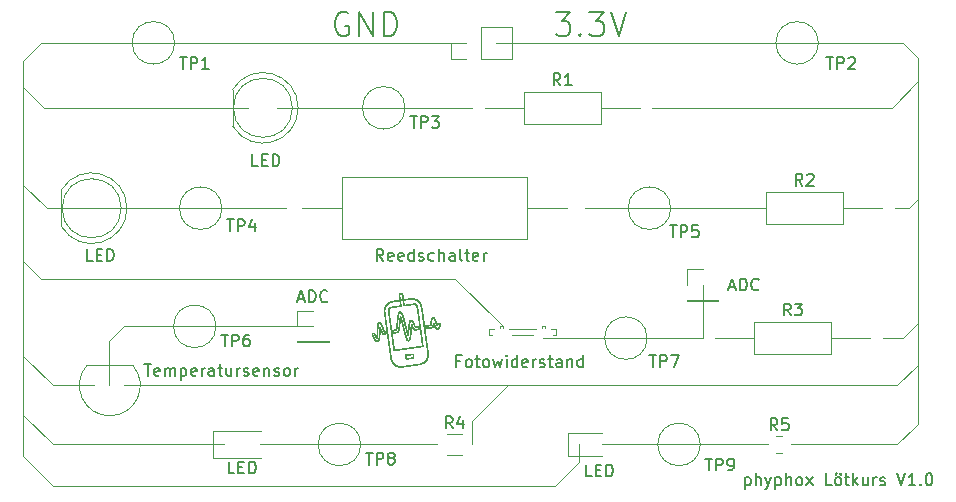
<source format=gbr>
G04 #@! TF.GenerationSoftware,KiCad,Pcbnew,(5.1.0)-1*
G04 #@! TF.CreationDate,2021-02-10T11:26:08+01:00*
G04 #@! TF.ProjectId,L_thilfeV1,4cf67468-696c-4666-9556-312e6b696361,rev?*
G04 #@! TF.SameCoordinates,Original*
G04 #@! TF.FileFunction,Legend,Top*
G04 #@! TF.FilePolarity,Positive*
%FSLAX46Y46*%
G04 Gerber Fmt 4.6, Leading zero omitted, Abs format (unit mm)*
G04 Created by KiCad (PCBNEW (5.1.0)-1) date 2021-02-10 11:26:08*
%MOMM*%
%LPD*%
G04 APERTURE LIST*
%ADD10C,0.120000*%
%ADD11C,0.006000*%
%ADD12C,0.150000*%
G04 APERTURE END LIST*
D10*
X102500000Y-33000000D02*
X102500000Y-37000000D01*
X104000000Y-31500000D02*
X102500000Y-33000000D01*
X104500000Y-31500000D02*
X104000000Y-31500000D01*
X178250000Y-32750000D02*
X178250000Y-34750000D01*
X177000000Y-31500000D02*
X178250000Y-32750000D01*
X176000000Y-31500000D02*
X177000000Y-31500000D01*
X119500000Y-45500000D02*
X124750000Y-45500000D01*
X104250000Y-37000000D02*
X102500000Y-35250000D01*
X111500000Y-37000000D02*
X104250000Y-37000000D01*
X160000000Y-56500000D02*
X146500000Y-56500000D01*
X177500000Y-45500000D02*
X178250000Y-44750000D01*
X176250000Y-45500000D02*
X177500000Y-45500000D01*
X177000000Y-56500000D02*
X178250000Y-55250000D01*
X175250000Y-56500000D02*
X177000000Y-56500000D01*
X178250000Y-58750000D02*
X176500000Y-60500000D01*
X178250000Y-63750000D02*
X178000000Y-64000000D01*
X178250000Y-35000000D02*
X178250000Y-63750000D01*
X176000000Y-37000000D02*
X155750000Y-37000000D01*
X178250000Y-34750000D02*
X176000000Y-37000000D01*
X178250000Y-35000000D02*
X178250000Y-34750000D01*
X142500000Y-31500000D02*
X176000000Y-31500000D01*
X113500000Y-31500000D02*
X140000000Y-31500000D01*
X104500000Y-31500000D02*
X113500000Y-31500000D01*
X102500000Y-43500000D02*
X102500000Y-37000000D01*
X102500000Y-43500000D02*
X102500000Y-45500000D01*
X104500000Y-45500000D02*
X102500000Y-43500000D01*
X105000000Y-45500000D02*
X104500000Y-45500000D01*
X139000000Y-51500000D02*
X143100000Y-55480000D01*
X160000000Y-56500000D02*
X160000000Y-52000000D01*
D11*
X137164577Y-55198040D02*
X137166230Y-55202418D01*
X137166230Y-55202418D02*
X137168242Y-55206964D01*
X137168242Y-55206964D02*
X137170525Y-55211026D01*
X137170525Y-55211026D02*
X137173263Y-55214294D01*
X137173263Y-55214294D02*
X137177547Y-55216093D01*
X137177547Y-55216093D02*
X137181915Y-55214435D01*
X137181915Y-55214435D02*
X137185208Y-55211423D01*
X137185208Y-55211423D02*
X137188061Y-55207906D01*
X137188061Y-55207906D02*
X137190776Y-55203959D01*
X137190776Y-55203959D02*
X137192060Y-55201934D01*
X136948443Y-55155377D02*
X136949017Y-55147929D01*
X136949017Y-55147929D02*
X136949484Y-55142028D01*
X136949484Y-55142028D02*
X136949955Y-55136178D01*
X136949955Y-55136178D02*
X136950493Y-55129655D01*
X136950493Y-55129655D02*
X136951134Y-55122034D01*
X136951134Y-55122034D02*
X136951898Y-55113271D01*
X136951898Y-55113271D02*
X136952463Y-55106970D01*
X136952463Y-55106970D02*
X136953000Y-55101075D01*
X136953000Y-55101075D02*
X136953610Y-55094551D01*
X136953610Y-55094551D02*
X136954163Y-55088771D01*
X136954163Y-55088771D02*
X136954756Y-55082712D01*
X136954756Y-55082712D02*
X136955322Y-55077046D01*
X136955322Y-55077046D02*
X136955997Y-55070449D01*
X136955997Y-55070449D02*
X136956578Y-55064900D01*
X136956578Y-55064900D02*
X136957200Y-55059081D01*
X136957200Y-55059081D02*
X136957796Y-55053640D01*
X136957796Y-55053640D02*
X136958469Y-55047624D01*
X136958469Y-55047624D02*
X136959188Y-55041360D01*
X136959188Y-55041360D02*
X136960029Y-55034248D01*
X136960029Y-55034248D02*
X136960920Y-55026928D01*
X136960920Y-55026928D02*
X136961824Y-55019712D01*
X136961824Y-55019712D02*
X136962597Y-55013701D01*
X136962597Y-55013701D02*
X136963600Y-55006168D01*
X136963600Y-55006168D02*
X136964389Y-55000395D01*
X136964389Y-55000395D02*
X136965271Y-54994127D01*
X136965271Y-54994127D02*
X136966248Y-54987387D01*
X136966248Y-54987387D02*
X136967091Y-54981706D01*
X136967091Y-54981706D02*
X136968014Y-54975691D01*
X136968014Y-54975691D02*
X136968841Y-54970432D01*
X136968841Y-54970432D02*
X136969961Y-54963517D01*
X136969961Y-54963517D02*
X136970923Y-54957758D01*
X136970923Y-54957758D02*
X136971944Y-54951823D01*
X136971944Y-54951823D02*
X136973163Y-54944969D01*
X136973163Y-54944969D02*
X136974358Y-54938485D01*
X136974358Y-54938485D02*
X136975382Y-54933085D01*
X136975382Y-54933085D02*
X136976614Y-54926805D01*
X136976614Y-54926805D02*
X136977767Y-54921110D01*
X136977767Y-54921110D02*
X136978939Y-54915505D01*
X136978939Y-54915505D02*
X136980028Y-54910449D01*
X136980028Y-54910449D02*
X136981234Y-54905023D01*
X136981234Y-54905023D02*
X136982356Y-54900129D01*
X136982356Y-54900129D02*
X136983544Y-54895095D01*
X136983544Y-54895095D02*
X136984961Y-54889292D01*
X136984961Y-54889292D02*
X136986186Y-54884437D01*
X136986186Y-54884437D02*
X136987430Y-54879668D01*
X136987430Y-54879668D02*
X136988800Y-54874573D01*
X136988800Y-54874573D02*
X136990135Y-54869774D01*
X136990135Y-54869774D02*
X136991490Y-54865062D01*
X136991490Y-54865062D02*
X136992876Y-54860386D01*
X136992876Y-54860386D02*
X136994374Y-54855521D01*
X136994374Y-54855521D02*
X136996024Y-54850343D01*
X136996024Y-54850343D02*
X136998010Y-54844387D01*
X136998010Y-54844387D02*
X136999722Y-54839459D01*
X136999722Y-54839459D02*
X137001462Y-54834645D01*
X137001462Y-54834645D02*
X137003232Y-54829943D01*
X137003232Y-54829943D02*
X137005222Y-54824869D01*
X137005222Y-54824869D02*
X137007019Y-54820480D01*
X137007019Y-54820480D02*
X137008976Y-54815890D01*
X137008976Y-54815890D02*
X137011136Y-54811048D01*
X137011136Y-54811048D02*
X137013060Y-54806927D01*
X137013060Y-54806927D02*
X137015188Y-54802559D01*
X137015188Y-54802559D02*
X137017243Y-54798520D01*
X137017243Y-54798520D02*
X137019478Y-54794328D01*
X137019478Y-54794328D02*
X137021712Y-54790330D01*
X137021712Y-54790330D02*
X137024325Y-54785891D01*
X137024325Y-54785891D02*
X137026676Y-54782088D01*
X137026676Y-54782088D02*
X137029225Y-54778178D01*
X137029225Y-54778178D02*
X137031736Y-54774518D01*
X137031736Y-54774518D02*
X137034614Y-54770553D01*
X137034614Y-54770553D02*
X137037545Y-54766747D01*
X137037545Y-54766747D02*
X137040383Y-54763274D01*
X137040383Y-54763274D02*
X137043230Y-54759990D01*
X137043230Y-54759990D02*
X137046235Y-54756727D01*
X137046235Y-54756727D02*
X137049470Y-54753435D01*
X137049470Y-54753435D02*
X137053304Y-54749806D01*
X137053304Y-54749806D02*
X137057036Y-54746545D01*
X137057036Y-54746545D02*
X137060375Y-54743835D01*
X137060375Y-54743835D02*
X137064537Y-54740719D01*
X137064537Y-54740719D02*
X137068400Y-54738070D01*
X137068400Y-54738070D02*
X137068596Y-54737943D01*
X137283122Y-55362513D02*
X137284880Y-55366931D01*
X137284880Y-55366931D02*
X137287208Y-55372762D01*
X137287208Y-55372762D02*
X137289517Y-55378523D01*
X137289517Y-55378523D02*
X137291807Y-55384218D01*
X137291807Y-55384218D02*
X137293793Y-55389143D01*
X137293793Y-55389143D02*
X137296328Y-55395401D01*
X137296328Y-55395401D02*
X137298559Y-55400891D01*
X137298559Y-55400891D02*
X137300774Y-55406316D01*
X137300774Y-55406316D02*
X137302695Y-55411006D01*
X137302695Y-55411006D02*
X137305146Y-55416962D01*
X137305146Y-55416962D02*
X137307305Y-55422186D01*
X137307305Y-55422186D02*
X137309449Y-55427345D01*
X137309449Y-55427345D02*
X137311573Y-55432437D01*
X137311573Y-55432437D02*
X137313417Y-55436839D01*
X137313417Y-55436839D02*
X137315512Y-55441811D01*
X137315512Y-55441811D02*
X137317589Y-55446719D01*
X137317589Y-55446719D02*
X137319907Y-55452162D01*
X137319907Y-55452162D02*
X137322202Y-55457524D01*
X137322202Y-55457524D02*
X137324227Y-55462222D01*
X137324227Y-55462222D02*
X137326236Y-55466860D01*
X137326236Y-55466860D02*
X137328229Y-55471433D01*
X137328229Y-55471433D02*
X137330207Y-55475945D01*
X137330207Y-55475945D02*
X137332171Y-55480394D01*
X137332171Y-55480394D02*
X137334122Y-55484783D01*
X137334122Y-55484783D02*
X137336055Y-55489108D01*
X137336055Y-55489108D02*
X137337976Y-55493373D01*
X137337976Y-55493373D02*
X137339882Y-55497578D01*
X137339882Y-55497578D02*
X137341777Y-55501722D01*
X137341777Y-55501722D02*
X137344125Y-55506819D01*
X137344125Y-55506819D02*
X137346452Y-55511821D01*
X137346452Y-55511821D02*
X137348760Y-55516733D01*
X137348760Y-55516733D02*
X137351049Y-55521551D01*
X137351049Y-55521551D02*
X137353317Y-55526278D01*
X137353317Y-55526278D02*
X137355567Y-55530914D01*
X137355567Y-55530914D02*
X137357799Y-55535461D01*
X137357799Y-55535461D02*
X137359794Y-55539478D01*
X137359794Y-55539478D02*
X137362213Y-55544289D01*
X137362213Y-55544289D02*
X137364393Y-55548571D01*
X137364393Y-55548571D02*
X137366560Y-55552764D01*
X137366560Y-55552764D02*
X137368709Y-55556872D01*
X137368709Y-55556872D02*
X137370843Y-55560895D01*
X137370843Y-55560895D02*
X137372962Y-55564832D01*
X137372962Y-55564832D02*
X137375488Y-55569445D01*
X137375488Y-55569445D02*
X137377993Y-55573938D01*
X137377993Y-55573938D02*
X137380480Y-55578311D01*
X137380480Y-55578311D02*
X137382947Y-55582564D01*
X137382947Y-55582564D02*
X137385297Y-55586531D01*
X137385297Y-55586531D02*
X137387833Y-55590723D01*
X137387833Y-55590723D02*
X137390254Y-55594631D01*
X137390254Y-55594631D02*
X137392657Y-55598422D01*
X137392657Y-55598422D02*
X137395047Y-55602102D01*
X137395047Y-55602102D02*
X137397821Y-55606255D01*
X137397821Y-55606255D02*
X137400576Y-55610257D01*
X137400576Y-55610257D02*
X137403320Y-55614113D01*
X137403320Y-55614113D02*
X137406045Y-55617819D01*
X137406045Y-55617819D02*
X137408758Y-55621382D01*
X137408758Y-55621382D02*
X137411460Y-55624802D01*
X137411460Y-55624802D02*
X137414538Y-55628539D01*
X137414538Y-55628539D02*
X137417602Y-55632094D01*
X137417602Y-55632094D02*
X137420658Y-55635470D01*
X137420658Y-55635470D02*
X137424089Y-55639059D01*
X137424089Y-55639059D02*
X137427132Y-55642066D01*
X137427132Y-55642066D02*
X137430932Y-55645583D01*
X137430932Y-55645583D02*
X137434350Y-55648526D01*
X137434350Y-55648526D02*
X137437770Y-55651262D01*
X137437770Y-55651262D02*
X137441959Y-55654329D01*
X137441959Y-55654329D02*
X137445776Y-55656861D01*
X137445776Y-55656861D02*
X137449608Y-55659151D01*
X137449608Y-55659151D02*
X137453745Y-55661351D01*
X137453745Y-55661351D02*
X137458490Y-55663537D01*
X137458490Y-55663537D02*
X137463079Y-55665318D01*
X137463079Y-55665318D02*
X137469098Y-55667185D01*
X137469098Y-55667185D02*
X137473995Y-55668333D01*
X137473995Y-55668333D02*
X137479260Y-55669218D01*
X137479260Y-55669218D02*
X137484913Y-55669796D01*
X137484913Y-55669796D02*
X137490953Y-55670022D01*
X137490953Y-55670022D02*
X137497167Y-55669868D01*
X137497167Y-55669868D02*
X137502823Y-55669421D01*
X137502823Y-55669421D02*
X137504368Y-55669254D01*
X137001035Y-55126486D02*
X137000387Y-55134848D01*
X137000387Y-55134848D02*
X136999886Y-55141411D01*
X136999886Y-55141411D02*
X136999399Y-55147862D01*
X136999399Y-55147862D02*
X136998924Y-55154202D01*
X136998924Y-55154202D02*
X136998346Y-55161976D01*
X136998346Y-55161976D02*
X136997897Y-55168071D01*
X136997897Y-55168071D02*
X136997457Y-55174059D01*
X136997457Y-55174059D02*
X136996813Y-55182854D01*
X136996813Y-55182854D02*
X136996186Y-55191386D01*
X136996186Y-55191386D02*
X136995674Y-55198328D01*
X136995674Y-55198328D02*
X136995069Y-55206451D01*
X136995069Y-55206451D02*
X136994475Y-55214349D01*
X136994475Y-55214349D02*
X136993886Y-55222025D01*
X136993886Y-55222025D02*
X136993297Y-55229482D01*
X136993297Y-55229482D02*
X136992757Y-55236128D01*
X136992757Y-55236128D02*
X136992119Y-55243756D01*
X136992119Y-55243756D02*
X136991521Y-55250580D01*
X136991521Y-55250580D02*
X136990966Y-55256655D01*
X136990966Y-55256655D02*
X136990349Y-55263091D01*
X136990349Y-55263091D02*
X136989664Y-55269841D01*
X136989664Y-55269841D02*
X136989069Y-55275375D01*
X136989069Y-55275375D02*
X136988399Y-55281229D01*
X136988399Y-55281229D02*
X136987735Y-55286664D01*
X136987735Y-55286664D02*
X136986985Y-55292383D01*
X136986985Y-55292383D02*
X136986235Y-55297688D01*
X136986235Y-55297688D02*
X136985418Y-55303028D01*
X136985418Y-55303028D02*
X136984520Y-55308433D01*
X136984520Y-55308433D02*
X136983485Y-55314125D01*
X136983485Y-55314125D02*
X136982418Y-55319441D01*
X136982418Y-55319441D02*
X136981330Y-55324361D01*
X136981330Y-55324361D02*
X136980136Y-55329255D01*
X136980136Y-55329255D02*
X136978590Y-55334922D01*
X136978590Y-55334922D02*
X136977083Y-55339834D01*
X136977083Y-55339834D02*
X136975541Y-55344321D01*
X136975541Y-55344321D02*
X136973816Y-55348811D01*
X136973816Y-55348811D02*
X136971960Y-55353105D01*
X136971960Y-55353105D02*
X136969984Y-55357184D01*
X136969984Y-55357184D02*
X136967770Y-55361225D01*
X136967770Y-55361225D02*
X136965260Y-55365266D01*
X136965260Y-55365266D02*
X136962730Y-55368857D01*
X136962730Y-55368857D02*
X136959866Y-55372443D01*
X136959866Y-55372443D02*
X136956983Y-55375620D01*
X136956983Y-55375620D02*
X136953825Y-55378702D01*
X136953825Y-55378702D02*
X136950516Y-55381555D01*
X136950516Y-55381555D02*
X136946897Y-55384313D01*
X136946897Y-55384313D02*
X136943108Y-55386863D01*
X136943108Y-55386863D02*
X136938974Y-55389326D01*
X136938974Y-55389326D02*
X136934462Y-55391698D01*
X136934462Y-55391698D02*
X136930219Y-55393679D01*
X136930219Y-55393679D02*
X136925970Y-55395463D01*
X136925970Y-55395463D02*
X136920610Y-55397474D01*
X136920610Y-55397474D02*
X136915500Y-55399190D01*
X136915500Y-55399190D02*
X136910211Y-55400788D01*
X136910211Y-55400788D02*
X136905099Y-55402194D01*
X136905099Y-55402194D02*
X136900031Y-55403476D01*
X136900031Y-55403476D02*
X136894662Y-55404731D01*
X136894662Y-55404731D02*
X136889461Y-55405858D01*
X136889461Y-55405858D02*
X136884470Y-55406873D01*
X136884470Y-55406873D02*
X136878676Y-55407982D01*
X136878676Y-55407982D02*
X136873535Y-55408913D01*
X136873535Y-55408913D02*
X136868227Y-55409829D01*
X136868227Y-55409829D02*
X136862983Y-55410697D01*
X136862983Y-55410697D02*
X136857106Y-55411632D01*
X136857106Y-55411632D02*
X136851289Y-55412529D01*
X136851289Y-55412529D02*
X136845798Y-55413347D01*
X136845798Y-55413347D02*
X136839638Y-55414246D01*
X136839638Y-55414246D02*
X136833296Y-55415151D01*
X136833296Y-55415151D02*
X136826766Y-55416066D01*
X136826766Y-55416066D02*
X136818914Y-55417150D01*
X136818914Y-55417150D02*
X136809617Y-55418420D01*
X136809617Y-55418420D02*
X136799973Y-55419732D01*
X136799973Y-55419732D02*
X136791239Y-55420919D01*
X136791239Y-55420919D02*
X136784838Y-55421794D01*
X136784838Y-55421794D02*
X136778289Y-55422693D01*
X136778289Y-55422693D02*
X136772947Y-55423430D01*
X136772947Y-55423430D02*
X136767512Y-55424186D01*
X136767512Y-55424186D02*
X136761983Y-55424961D01*
X136761983Y-55424961D02*
X136756360Y-55425756D01*
X136756360Y-55425756D02*
X136754939Y-55425959D01*
X137663319Y-55178619D02*
X137669474Y-55178688D01*
X137669474Y-55178688D02*
X137675457Y-55178903D01*
X137675457Y-55178903D02*
X137681782Y-55179299D01*
X137681782Y-55179299D02*
X137687900Y-55179869D01*
X137687900Y-55179869D02*
X137693808Y-55180610D01*
X137693808Y-55180610D02*
X137699079Y-55181447D01*
X137699079Y-55181447D02*
X137704475Y-55182500D01*
X137704475Y-55182500D02*
X137709562Y-55183693D01*
X137709562Y-55183693D02*
X137714389Y-55185027D01*
X137714389Y-55185027D02*
X137719164Y-55186565D01*
X137719164Y-55186565D02*
X137723872Y-55188323D01*
X137723872Y-55188323D02*
X137728736Y-55190427D01*
X137728736Y-55190427D02*
X137733416Y-55192774D01*
X137733416Y-55192774D02*
X137738065Y-55195475D01*
X137738065Y-55195475D02*
X137741873Y-55198011D01*
X137741873Y-55198011D02*
X137745477Y-55200732D01*
X137745477Y-55200732D02*
X137748781Y-55203551D01*
X137748781Y-55203551D02*
X137751846Y-55206500D01*
X137751846Y-55206500D02*
X137755083Y-55210038D01*
X137755083Y-55210038D02*
X137757822Y-55213452D01*
X137757822Y-55213452D02*
X137760324Y-55216993D01*
X137760324Y-55216993D02*
X137762663Y-55220766D01*
X137762663Y-55220766D02*
X137764917Y-55224951D01*
X137764917Y-55224951D02*
X137766986Y-55229432D01*
X137766986Y-55229432D02*
X137768756Y-55233938D01*
X137768756Y-55233938D02*
X137770341Y-55238742D01*
X137770341Y-55238742D02*
X137771638Y-55243485D01*
X137771638Y-55243485D02*
X137772749Y-55248483D01*
X137772749Y-55248483D02*
X137773656Y-55253676D01*
X137773656Y-55253676D02*
X137774356Y-55259064D01*
X137774356Y-55259064D02*
X137774852Y-55264647D01*
X137774852Y-55264647D02*
X137775151Y-55270591D01*
X137775151Y-55270591D02*
X137775232Y-55277081D01*
X137775232Y-55277081D02*
X137775094Y-55283279D01*
X137775094Y-55283279D02*
X137774753Y-55289677D01*
X137774753Y-55289677D02*
X137774279Y-55295531D01*
X137774279Y-55295531D02*
X137773643Y-55301545D01*
X137773643Y-55301545D02*
X137772955Y-55306937D01*
X137772955Y-55306937D02*
X137772146Y-55312451D01*
X137772146Y-55312451D02*
X137771212Y-55318090D01*
X137771212Y-55318090D02*
X137770156Y-55323852D01*
X137770156Y-55323852D02*
X137769153Y-55328889D01*
X137769153Y-55328889D02*
X137768060Y-55334017D01*
X137768060Y-55334017D02*
X137766877Y-55339236D01*
X137766877Y-55339236D02*
X137765606Y-55344548D01*
X137765606Y-55344548D02*
X137764242Y-55349948D01*
X137764242Y-55349948D02*
X137762788Y-55355443D01*
X137762788Y-55355443D02*
X137761245Y-55361030D01*
X137761245Y-55361030D02*
X137759891Y-55365759D01*
X137759891Y-55365759D02*
X137758474Y-55370550D01*
X137758474Y-55370550D02*
X137756995Y-55375407D01*
X137756995Y-55375407D02*
X137755453Y-55380328D01*
X137755453Y-55380328D02*
X137753850Y-55385314D01*
X137753850Y-55385314D02*
X137752186Y-55390366D01*
X137752186Y-55390366D02*
X137750457Y-55395481D01*
X137750457Y-55395481D02*
X137748668Y-55400664D01*
X137748668Y-55400664D02*
X137746816Y-55405913D01*
X137746816Y-55405913D02*
X137744511Y-55412295D01*
X137744511Y-55412295D02*
X137742521Y-55417688D01*
X137742521Y-55417688D02*
X137740472Y-55423147D01*
X137740472Y-55423147D02*
X137738786Y-55427561D01*
X137738786Y-55427561D02*
X137737060Y-55432018D01*
X137737060Y-55432018D02*
X137735296Y-55436517D01*
X137735296Y-55436517D02*
X137733492Y-55441060D01*
X137733492Y-55441060D02*
X137731647Y-55445645D01*
X137731647Y-55445645D02*
X137729765Y-55450272D01*
X137729765Y-55450272D02*
X137727841Y-55454942D01*
X137727841Y-55454942D02*
X137725879Y-55459656D01*
X137725879Y-55459656D02*
X137723877Y-55464412D01*
X137723877Y-55464412D02*
X137721834Y-55469211D01*
X137721834Y-55469211D02*
X137719753Y-55474054D01*
X137719753Y-55474054D02*
X137717633Y-55478941D01*
X137717633Y-55478941D02*
X137717366Y-55479556D01*
X137717366Y-55479556D02*
X137715023Y-55484893D01*
X137715023Y-55484893D02*
X137713163Y-55489111D01*
X137713163Y-55489111D02*
X137711313Y-55493282D01*
X137711313Y-55493282D02*
X137708554Y-55499454D01*
X137708554Y-55499454D02*
X137705818Y-55505521D01*
X137705818Y-55505521D02*
X137703103Y-55511488D01*
X137703103Y-55511488D02*
X137700405Y-55517352D01*
X137700405Y-55517352D02*
X137697951Y-55522637D01*
X137697951Y-55522637D02*
X137695954Y-55526901D01*
X137695954Y-55526901D02*
X137693307Y-55532497D01*
X137693307Y-55532497D02*
X137691335Y-55536629D01*
X137691335Y-55536629D02*
X137688937Y-55541605D01*
X137688937Y-55541605D02*
X137686335Y-55546936D01*
X137686335Y-55546936D02*
X137683749Y-55552172D01*
X137683749Y-55552172D02*
X137681392Y-55556887D01*
X137681392Y-55556887D02*
X137679261Y-55561102D01*
X137679261Y-55561102D02*
X137677138Y-55565253D01*
X137677138Y-55565253D02*
X137675026Y-55569337D01*
X137675026Y-55569337D02*
X137672921Y-55573354D01*
X137672921Y-55573354D02*
X137670825Y-55577309D01*
X137670825Y-55577309D02*
X137668530Y-55581584D01*
X137668530Y-55581584D02*
X137666243Y-55585779D01*
X137666243Y-55585779D02*
X137663759Y-55590268D01*
X137663759Y-55590268D02*
X137661081Y-55595032D01*
X137661081Y-55595032D02*
X137658820Y-55598976D01*
X137658820Y-55598976D02*
X137656365Y-55603195D01*
X137656365Y-55603195D02*
X137653713Y-55607665D01*
X137653713Y-55607665D02*
X137651068Y-55612031D01*
X137651068Y-55612031D02*
X137648637Y-55615971D01*
X137648637Y-55615971D02*
X137645803Y-55620455D01*
X137645803Y-55620455D02*
X137643382Y-55624208D01*
X137643382Y-55624208D02*
X137640564Y-55628477D01*
X137640564Y-55628477D02*
X137637549Y-55632926D01*
X137637549Y-55632926D02*
X137634941Y-55636674D01*
X137634941Y-55636674D02*
X137631933Y-55640878D01*
X137631933Y-55640878D02*
X137629328Y-55644418D01*
X137629328Y-55644418D02*
X137626524Y-55648123D01*
X137626524Y-55648123D02*
X137623720Y-55651719D01*
X137623720Y-55651719D02*
X137620914Y-55655207D01*
X137620914Y-55655207D02*
X137618106Y-55658588D01*
X137618106Y-55658588D02*
X137615297Y-55661863D01*
X137615297Y-55661863D02*
X137612079Y-55665477D01*
X137612079Y-55665477D02*
X137608451Y-55669383D01*
X137608451Y-55669383D02*
X137605318Y-55672607D01*
X137605318Y-55672607D02*
X137601971Y-55675904D01*
X137601971Y-55675904D02*
X137598816Y-55678875D01*
X137598816Y-55678875D02*
X137595034Y-55682265D01*
X137595034Y-55682265D02*
X137591748Y-55685058D01*
X137591748Y-55685058D02*
X137588339Y-55687808D01*
X137588339Y-55687808D02*
X137584289Y-55690890D01*
X137584289Y-55690890D02*
X137580522Y-55693574D01*
X137580522Y-55693574D02*
X137576303Y-55696378D01*
X137576303Y-55696378D02*
X137572475Y-55698744D01*
X137572475Y-55698744D02*
X137568184Y-55701205D01*
X137568184Y-55701205D02*
X137563849Y-55703486D01*
X137563849Y-55703486D02*
X137559468Y-55705594D01*
X137559468Y-55705594D02*
X137555037Y-55707530D01*
X137555037Y-55707530D02*
X137550103Y-55709467D01*
X137550103Y-55709467D02*
X137545560Y-55711053D01*
X137545560Y-55711053D02*
X137540032Y-55712745D01*
X137540032Y-55712745D02*
X137534885Y-55714098D01*
X137534885Y-55714098D02*
X137528700Y-55715457D01*
X137528700Y-55715457D02*
X137522889Y-55716488D01*
X137522889Y-55716488D02*
X137516908Y-55717315D01*
X137516908Y-55717315D02*
X137511449Y-55717883D01*
X137511449Y-55717883D02*
X137505831Y-55718288D01*
X137505831Y-55718288D02*
X137499946Y-55718534D01*
X137499946Y-55718534D02*
X137494025Y-55718619D01*
X136510919Y-55514781D02*
X136506314Y-55416483D01*
X136754939Y-55425959D02*
X136740301Y-55428040D01*
X136740301Y-55428040D02*
X136733255Y-55429043D01*
X136733255Y-55429043D02*
X136724110Y-55430349D01*
X136724110Y-55430349D02*
X136715264Y-55431619D01*
X136715264Y-55431619D02*
X136706708Y-55432852D01*
X136706708Y-55432852D02*
X136699458Y-55433904D01*
X136699458Y-55433904D02*
X136693416Y-55434786D01*
X136693416Y-55434786D02*
X136686564Y-55435796D01*
X136686564Y-55435796D02*
X136678992Y-55436921D01*
X136678992Y-55436921D02*
X136671691Y-55438020D01*
X136671691Y-55438020D02*
X136665523Y-55438961D01*
X136665523Y-55438961D02*
X136658719Y-55440016D01*
X136658719Y-55440016D02*
X136652173Y-55441050D01*
X136652173Y-55441050D02*
X136645882Y-55442067D01*
X136645882Y-55442067D02*
X136639838Y-55443067D01*
X136639838Y-55443067D02*
X136634040Y-55444052D01*
X136634040Y-55444052D02*
X136628481Y-55445024D01*
X136628481Y-55445024D02*
X136623158Y-55445987D01*
X136623158Y-55445987D02*
X136618065Y-55446939D01*
X136618065Y-55446939D02*
X136612019Y-55448122D01*
X136612019Y-55448122D02*
X136606316Y-55449298D01*
X136606316Y-55449298D02*
X136601211Y-55450413D01*
X136601211Y-55450413D02*
X136596157Y-55451588D01*
X136596157Y-55451588D02*
X136590965Y-55452886D01*
X136590965Y-55452886D02*
X136586148Y-55454196D01*
X136586148Y-55454196D02*
X136581402Y-55455613D01*
X136581402Y-55455613D02*
X136576878Y-55457117D01*
X136576878Y-55457117D02*
X136571909Y-55459008D01*
X136571909Y-55459008D02*
X136567535Y-55460965D01*
X136567535Y-55460965D02*
X136563493Y-55463137D01*
X136563493Y-55463137D02*
X136559864Y-55465560D01*
X136559864Y-55465560D02*
X136556569Y-55468435D01*
X136556569Y-55468435D02*
X136553680Y-55472009D01*
X136553680Y-55472009D02*
X136551622Y-55476079D01*
X136551622Y-55476079D02*
X136550379Y-55480941D01*
X136550379Y-55480941D02*
X136550043Y-55486656D01*
X136550043Y-55486656D02*
X136550475Y-55492393D01*
X136550475Y-55492393D02*
X136551278Y-55497621D01*
X136551278Y-55497621D02*
X136552283Y-55502703D01*
X136552283Y-55502703D02*
X136553576Y-55508477D01*
X136553576Y-55508477D02*
X136554805Y-55513688D01*
X136554805Y-55513688D02*
X136554967Y-55514364D01*
X137372153Y-55656744D02*
X137372153Y-55656744D01*
X137192060Y-55201934D02*
X137195736Y-55199572D01*
X137195736Y-55199572D02*
X137200149Y-55201227D01*
X137200149Y-55201227D02*
X137203506Y-55204010D01*
X137203506Y-55204010D02*
X137206428Y-55207116D01*
X137206428Y-55207116D02*
X137209364Y-55210721D01*
X137209364Y-55210721D02*
X137212108Y-55214439D01*
X137212108Y-55214439D02*
X137214672Y-55218172D01*
X137214672Y-55218172D02*
X137217092Y-55221896D01*
X137217092Y-55221896D02*
X137219431Y-55225650D01*
X137219431Y-55225650D02*
X137221935Y-55229833D01*
X137221935Y-55229833D02*
X137224145Y-55233648D01*
X137224145Y-55233648D02*
X137226412Y-55237671D01*
X137226412Y-55237671D02*
X137228733Y-55241903D01*
X137228733Y-55241903D02*
X137231111Y-55246340D01*
X137231111Y-55246340D02*
X137233538Y-55250975D01*
X137233538Y-55250975D02*
X137235601Y-55254992D01*
X137235601Y-55254992D02*
X137237699Y-55259147D01*
X137237699Y-55259147D02*
X137239828Y-55263434D01*
X137239828Y-55263434D02*
X137241991Y-55267855D01*
X137241991Y-55267855D02*
X137244186Y-55272409D01*
X137244186Y-55272409D02*
X137246410Y-55277090D01*
X137246410Y-55277090D02*
X137248439Y-55281416D01*
X137248439Y-55281416D02*
X137250490Y-55285843D01*
X137250490Y-55285843D02*
X137252797Y-55290882D01*
X137252797Y-55290882D02*
X137254896Y-55295522D01*
X137254896Y-55295522D02*
X137257017Y-55300261D01*
X137257017Y-55300261D02*
X137258920Y-55304559D01*
X137258920Y-55304559D02*
X137260837Y-55308930D01*
X137260837Y-55308930D02*
X137262772Y-55313380D01*
X137262772Y-55313380D02*
X137265210Y-55319046D01*
X137265210Y-55319046D02*
X137267424Y-55324245D01*
X137267424Y-55324245D02*
X137269656Y-55329536D01*
X137269656Y-55329536D02*
X137271653Y-55334315D01*
X137271653Y-55334315D02*
X137273665Y-55339166D01*
X137273665Y-55339166D02*
X137275688Y-55344087D01*
X137275688Y-55344087D02*
X137277723Y-55349079D01*
X137277723Y-55349079D02*
X137279514Y-55353505D01*
X137279514Y-55353505D02*
X137281313Y-55357983D01*
X137281313Y-55357983D02*
X137283122Y-55362513D01*
X137396921Y-55095803D02*
X137400016Y-55104083D01*
X137400016Y-55104083D02*
X137402045Y-55109504D01*
X137402045Y-55109504D02*
X137404047Y-55114847D01*
X137404047Y-55114847D02*
X137406022Y-55120112D01*
X137406022Y-55120112D02*
X137407970Y-55125299D01*
X137407970Y-55125299D02*
X137410367Y-55131674D01*
X137410367Y-55131674D02*
X137413657Y-55140406D01*
X137413657Y-55140406D02*
X137415500Y-55145288D01*
X137415500Y-55145288D02*
X137417317Y-55150097D01*
X137417317Y-55150097D02*
X137419110Y-55154831D01*
X137419110Y-55154831D02*
X137420877Y-55159490D01*
X137420877Y-55159490D02*
X137423050Y-55165208D01*
X137423050Y-55165208D02*
X137425608Y-55171922D01*
X137425608Y-55171922D02*
X137427285Y-55176308D01*
X137427285Y-55176308D02*
X137429547Y-55182218D01*
X137429547Y-55182218D02*
X137431567Y-55187474D01*
X137431567Y-55187474D02*
X137433747Y-55193128D01*
X137433747Y-55193128D02*
X137435496Y-55197652D01*
X137435496Y-55197652D02*
X137437221Y-55202093D01*
X137437221Y-55202093D02*
X137439099Y-55206917D01*
X137439099Y-55206917D02*
X137441674Y-55213495D01*
X137441674Y-55213495D02*
X137443646Y-55218512D01*
X137443646Y-55218512D02*
X137445583Y-55223405D01*
X137445583Y-55223405D02*
X137447647Y-55228595D01*
X137447647Y-55228595D02*
X137449498Y-55233221D01*
X137449498Y-55233221D02*
X137451637Y-55238529D01*
X137451637Y-55238529D02*
X137453562Y-55243273D01*
X137453562Y-55243273D02*
X137455446Y-55247872D01*
X137455446Y-55247872D02*
X137457285Y-55252326D01*
X137457285Y-55252326D02*
X137459228Y-55256989D01*
X137459228Y-55256989D02*
X137461410Y-55262166D01*
X137461410Y-55262166D02*
X137463250Y-55266473D01*
X137463250Y-55266473D02*
X137465179Y-55270933D01*
X137465179Y-55270933D02*
X137467054Y-55275204D01*
X137467054Y-55275204D02*
X137469135Y-55279863D01*
X137469135Y-55279863D02*
X137471026Y-55284014D01*
X137471026Y-55284014D02*
X137472980Y-55288216D01*
X137472980Y-55288216D02*
X137474987Y-55292428D01*
X137474987Y-55292428D02*
X137477041Y-55296610D01*
X137477041Y-55296610D02*
X137479343Y-55301130D01*
X137479343Y-55301130D02*
X137481549Y-55305275D01*
X137481549Y-55305275D02*
X137483765Y-55309224D01*
X137483765Y-55309224D02*
X137486071Y-55313075D01*
X137486071Y-55313075D02*
X137488450Y-55316727D01*
X137488450Y-55316727D02*
X137491052Y-55320290D01*
X137491052Y-55320290D02*
X137493984Y-55323668D01*
X137493984Y-55323668D02*
X137497321Y-55326526D01*
X137497321Y-55326526D02*
X137501765Y-55328315D01*
X137501765Y-55328315D02*
X137506561Y-55327058D01*
X137506561Y-55327058D02*
X137509876Y-55323978D01*
X137509876Y-55323978D02*
X137512411Y-55320384D01*
X137512411Y-55320384D02*
X137514754Y-55316168D01*
X137514754Y-55316168D02*
X137516823Y-55311823D01*
X137516823Y-55311823D02*
X137518692Y-55307488D01*
X137518692Y-55307488D02*
X137518811Y-55307204D01*
X137648531Y-55493619D02*
X137648531Y-55493619D01*
X136720064Y-55381689D02*
X136933814Y-55346896D01*
X137493589Y-55419528D02*
X137489373Y-55417627D01*
X137489373Y-55417627D02*
X137486197Y-55414390D01*
X137486197Y-55414390D02*
X137483420Y-55410922D01*
X137483420Y-55410922D02*
X137480622Y-55407018D01*
X137480622Y-55407018D02*
X137477975Y-55403041D01*
X137477975Y-55403041D02*
X137475463Y-55399058D01*
X137475463Y-55399058D02*
X137473031Y-55395043D01*
X137473031Y-55395043D02*
X137470372Y-55390501D01*
X137470372Y-55390501D02*
X137468066Y-55386448D01*
X137468066Y-55386448D02*
X137465680Y-55382156D01*
X137465680Y-55382156D02*
X137463216Y-55377631D01*
X137463216Y-55377631D02*
X137460676Y-55372877D01*
X137460676Y-55372877D02*
X137458592Y-55368910D01*
X137458592Y-55368910D02*
X137456461Y-55364801D01*
X137456461Y-55364801D02*
X137454286Y-55360554D01*
X137454286Y-55360554D02*
X137452068Y-55356169D01*
X137452068Y-55356169D02*
X137449807Y-55351652D01*
X137449807Y-55351652D02*
X137447504Y-55347001D01*
X137447504Y-55347001D02*
X137445458Y-55342827D01*
X137445458Y-55342827D02*
X137443380Y-55338554D01*
X137443380Y-55338554D02*
X137441122Y-55333869D01*
X137441122Y-55333869D02*
X137439137Y-55329720D01*
X137439137Y-55329720D02*
X137437128Y-55325490D01*
X137437128Y-55325490D02*
X137434784Y-55320514D01*
X137434784Y-55320514D02*
X137432249Y-55315093D01*
X137432249Y-55315093D02*
X137430327Y-55310952D01*
X137430327Y-55310952D02*
X137428385Y-55306746D01*
X137428385Y-55306746D02*
X137426428Y-55302478D01*
X137426428Y-55302478D02*
X137424451Y-55298148D01*
X137424451Y-55298148D02*
X137422460Y-55293759D01*
X137422460Y-55293759D02*
X137420452Y-55289311D01*
X137420452Y-55289311D02*
X137418427Y-55284802D01*
X137418427Y-55284802D02*
X137416388Y-55280236D01*
X137416388Y-55280236D02*
X137414333Y-55275613D01*
X137414333Y-55275613D02*
X137412266Y-55270936D01*
X137412266Y-55270936D02*
X137410185Y-55266204D01*
X137410185Y-55266204D02*
X137408089Y-55261417D01*
X137408089Y-55261417D02*
X137405982Y-55256580D01*
X137405982Y-55256580D02*
X137403508Y-55250871D01*
X137403508Y-55250871D02*
X137400661Y-55244262D01*
X137400661Y-55244262D02*
X137397794Y-55237567D01*
X137397794Y-55237567D02*
X137395268Y-55231636D01*
X137395268Y-55231636D02*
X137393094Y-55226504D01*
X137393094Y-55226504D02*
X137390909Y-55221326D01*
X137390909Y-55221326D02*
X137389083Y-55216978D01*
X137389083Y-55216978D02*
X137387250Y-55212599D01*
X137387250Y-55212599D02*
X137385043Y-55207303D01*
X137385043Y-55207303D02*
X137382828Y-55201967D01*
X137382828Y-55201967D02*
X137380608Y-55196591D01*
X137380608Y-55196591D02*
X137378752Y-55192080D01*
X137378752Y-55192080D02*
X137376145Y-55185719D01*
X137376145Y-55185719D02*
X137373905Y-55180225D01*
X137373905Y-55180225D02*
X137371661Y-55174695D01*
X137371661Y-55174695D02*
X137369411Y-55169130D01*
X137369411Y-55169130D02*
X137366780Y-55162592D01*
X137366780Y-55162592D02*
X137364898Y-55157894D01*
X137364898Y-55157894D02*
X137362261Y-55151280D01*
X137362261Y-55151280D02*
X137360373Y-55146528D01*
X137360373Y-55146528D02*
X137357730Y-55139841D01*
X137357730Y-55139841D02*
X137355083Y-55133112D01*
X137355083Y-55133112D02*
X137353193Y-55128284D01*
X137353193Y-55128284D02*
X137351302Y-55123436D01*
X137351302Y-55123436D02*
X137350924Y-55122465D01*
X137494025Y-55718619D02*
X137487552Y-55718527D01*
X137487552Y-55718527D02*
X137481641Y-55718283D01*
X137481641Y-55718283D02*
X137475926Y-55717877D01*
X137475926Y-55717877D02*
X137470363Y-55717311D01*
X137470363Y-55717311D02*
X137464741Y-55716544D01*
X137464741Y-55716544D02*
X137459004Y-55715543D01*
X137459004Y-55715543D02*
X137453162Y-55714273D01*
X137453162Y-55714273D02*
X137448100Y-55712948D01*
X137448100Y-55712948D02*
X137443155Y-55711437D01*
X137443155Y-55711437D02*
X137438317Y-55709733D01*
X137438317Y-55709733D02*
X137433582Y-55707834D01*
X137433582Y-55707834D02*
X137429284Y-55705899D01*
X137429284Y-55705899D02*
X137424947Y-55703732D01*
X137424947Y-55703732D02*
X137420791Y-55701443D01*
X137420791Y-55701443D02*
X137416808Y-55699043D01*
X137416808Y-55699043D02*
X137413039Y-55696580D01*
X137413039Y-55696580D02*
X137409423Y-55694035D01*
X137409423Y-55694035D02*
X137405682Y-55691211D01*
X137405682Y-55691211D02*
X137402188Y-55688393D01*
X137402188Y-55688393D02*
X137398826Y-55685513D01*
X137398826Y-55685513D02*
X137395483Y-55682483D01*
X137395483Y-55682483D02*
X137391899Y-55679052D01*
X137391899Y-55679052D02*
X137388846Y-55675978D01*
X137388846Y-55675978D02*
X137385905Y-55672885D01*
X137385905Y-55672885D02*
X137382660Y-55669325D01*
X137382660Y-55669325D02*
X137379778Y-55666032D01*
X137379778Y-55666032D02*
X137376895Y-55662618D01*
X137376895Y-55662618D02*
X137373597Y-55658566D01*
X137373597Y-55658566D02*
X137372153Y-55656744D01*
X137137300Y-55313948D02*
X137137961Y-55308091D01*
X137137961Y-55308091D02*
X137138636Y-55302344D01*
X137138636Y-55302344D02*
X137139320Y-55296703D01*
X137139320Y-55296703D02*
X137140043Y-55290958D01*
X137140043Y-55290958D02*
X137140748Y-55285554D01*
X137140748Y-55285554D02*
X137141544Y-55279641D01*
X137141544Y-55279641D02*
X137142290Y-55274289D01*
X137142290Y-55274289D02*
X137143130Y-55268483D01*
X137143130Y-55268483D02*
X137143920Y-55263236D01*
X137143920Y-55263236D02*
X137144800Y-55257591D01*
X137144800Y-55257591D02*
X137145656Y-55252324D01*
X137145656Y-55252324D02*
X137146752Y-55245887D01*
X137146752Y-55245887D02*
X137147700Y-55240582D01*
X137147700Y-55240582D02*
X137148647Y-55235529D01*
X137148647Y-55235529D02*
X137149829Y-55229575D01*
X137149829Y-55229575D02*
X137151005Y-55224043D01*
X137151005Y-55224043D02*
X137152169Y-55218943D01*
X137152169Y-55218943D02*
X137153546Y-55213414D01*
X137153546Y-55213414D02*
X137154952Y-55208368D01*
X137154952Y-55208368D02*
X137156488Y-55203613D01*
X137156488Y-55203613D02*
X137158279Y-55199172D01*
X137158279Y-55199172D02*
X137160920Y-55195283D01*
X137160920Y-55195283D02*
X137164541Y-55197941D01*
X137164541Y-55197941D02*
X137164577Y-55198040D01*
X136554967Y-55514364D02*
X136556266Y-55519793D01*
X136556266Y-55519793D02*
X136557644Y-55525468D01*
X136557644Y-55525468D02*
X136558875Y-55530447D01*
X136558875Y-55530447D02*
X136560295Y-55536054D01*
X136560295Y-55536054D02*
X136561578Y-55540973D01*
X136561578Y-55540973D02*
X136563052Y-55546408D01*
X136563052Y-55546408D02*
X136564510Y-55551523D01*
X136564510Y-55551523D02*
X136565958Y-55556322D01*
X136565958Y-55556322D02*
X136567615Y-55561437D01*
X136567615Y-55561437D02*
X136569289Y-55566165D01*
X136569289Y-55566165D02*
X136571204Y-55571037D01*
X136571204Y-55571037D02*
X136573176Y-55575451D01*
X136573176Y-55575451D02*
X136575458Y-55579843D01*
X136575458Y-55579843D02*
X136577859Y-55583716D01*
X136577859Y-55583716D02*
X136580474Y-55587172D01*
X136580474Y-55587172D02*
X136583628Y-55590462D01*
X136583628Y-55590462D02*
X136587054Y-55593165D01*
X136587054Y-55593165D02*
X136590963Y-55595397D01*
X136590963Y-55595397D02*
X136595448Y-55597127D01*
X136595448Y-55597127D02*
X136600354Y-55598287D01*
X136600354Y-55598287D02*
X136606008Y-55598958D01*
X136606008Y-55598958D02*
X136612339Y-55599131D01*
X136612339Y-55599131D02*
X136618229Y-55598918D01*
X136618229Y-55598918D02*
X136624041Y-55598469D01*
X136624041Y-55598469D02*
X136629665Y-55597874D01*
X136629665Y-55597874D02*
X136635685Y-55597121D01*
X136635685Y-55597121D02*
X136641381Y-55596328D01*
X136641381Y-55596328D02*
X136647032Y-55595493D01*
X136647032Y-55595493D02*
X136647811Y-55595376D01*
X137203012Y-54795454D02*
X137199459Y-54792791D01*
X137199459Y-54792791D02*
X137194943Y-54790017D01*
X137194943Y-54790017D02*
X137190666Y-54787815D01*
X137190666Y-54787815D02*
X137186347Y-54785903D01*
X137186347Y-54785903D02*
X137181843Y-54784170D01*
X137181843Y-54784170D02*
X137177199Y-54782622D01*
X137177199Y-54782622D02*
X137172032Y-54781139D01*
X137172032Y-54781139D02*
X137166871Y-54779885D01*
X137166871Y-54779885D02*
X137161582Y-54778813D01*
X137161582Y-54778813D02*
X137155933Y-54777895D01*
X137155933Y-54777895D02*
X137150134Y-54777187D01*
X137150134Y-54777187D02*
X137144318Y-54776716D01*
X137144318Y-54776716D02*
X137138522Y-54776490D01*
X137138522Y-54776490D02*
X137131862Y-54776548D01*
X137131862Y-54776548D02*
X137125960Y-54776913D01*
X137125960Y-54776913D02*
X137120696Y-54777517D01*
X137068596Y-54737943D02*
X137072425Y-54735477D01*
X137072425Y-54735477D02*
X137076400Y-54733022D01*
X137076400Y-54733022D02*
X137080689Y-54730496D01*
X137080689Y-54730496D02*
X137084773Y-54728211D01*
X137084773Y-54728211D02*
X137088825Y-54726064D01*
X137088825Y-54726064D02*
X137092848Y-54724057D01*
X137092848Y-54724057D02*
X137097505Y-54721891D01*
X137097505Y-54721891D02*
X137102124Y-54719918D01*
X137102124Y-54719918D02*
X137106707Y-54718140D01*
X137106707Y-54718140D02*
X137111256Y-54716558D01*
X137111256Y-54716558D02*
X137116411Y-54714987D01*
X137116411Y-54714987D02*
X137121525Y-54713679D01*
X137121525Y-54713679D02*
X137126601Y-54712632D01*
X137126601Y-54712632D02*
X137132268Y-54711772D01*
X137132268Y-54711772D02*
X137138510Y-54711211D01*
X137138510Y-54711211D02*
X137144550Y-54711072D01*
X137144550Y-54711072D02*
X137151466Y-54711417D01*
X137151466Y-54711417D02*
X137156996Y-54712089D01*
X137156996Y-54712089D02*
X137162423Y-54713105D01*
X137162423Y-54713105D02*
X137167258Y-54714312D01*
X137167258Y-54714312D02*
X137171923Y-54715752D01*
X137171923Y-54715752D02*
X137176420Y-54717401D01*
X137176420Y-54717401D02*
X137180907Y-54719306D01*
X137180907Y-54719306D02*
X137185232Y-54721390D01*
X137185232Y-54721390D02*
X137189251Y-54723546D01*
X137189251Y-54723546D02*
X137194006Y-54726373D01*
X137194006Y-54726373D02*
X137197714Y-54728788D01*
X137197714Y-54728788D02*
X137201272Y-54731279D01*
X137201272Y-54731279D02*
X137204976Y-54734054D01*
X137204976Y-54734054D02*
X137208346Y-54736740D01*
X137208346Y-54736740D02*
X137212533Y-54740291D01*
X137212533Y-54740291D02*
X137216532Y-54743906D01*
X137216532Y-54743906D02*
X137219646Y-54746871D01*
X137219646Y-54746871D02*
X137223207Y-54750423D01*
X137223207Y-54750423D02*
X137226325Y-54753674D01*
X137226325Y-54753674D02*
X137229595Y-54757227D01*
X137229595Y-54757227D02*
X137233317Y-54761443D01*
X137233317Y-54761443D02*
X137236299Y-54764954D01*
X137236299Y-54764954D02*
X137239285Y-54768592D01*
X137239285Y-54768592D02*
X137242278Y-54772354D01*
X137242278Y-54772354D02*
X137245876Y-54777035D01*
X137245876Y-54777035D02*
X137248883Y-54781074D01*
X137248883Y-54781074D02*
X137251443Y-54784607D01*
X137251443Y-54784607D02*
X137254311Y-54788665D01*
X137254311Y-54788665D02*
X137258553Y-54794856D01*
X137258553Y-54794856D02*
X137260984Y-54798507D01*
X137260984Y-54798507D02*
X137263420Y-54802241D01*
X137263420Y-54802241D02*
X137265865Y-54806057D01*
X137265865Y-54806057D02*
X137268467Y-54810203D01*
X137268467Y-54810203D02*
X137271385Y-54814950D01*
X137271385Y-54814950D02*
X137273851Y-54819037D01*
X137273851Y-54819037D02*
X137276167Y-54822947D01*
X137276167Y-54822947D02*
X137278803Y-54827467D01*
X137278803Y-54827467D02*
X137281291Y-54831810D01*
X137281291Y-54831810D02*
X137283786Y-54836237D01*
X137283786Y-54836237D02*
X137286292Y-54840752D01*
X137286292Y-54840752D02*
X137288805Y-54845349D01*
X137288805Y-54845349D02*
X137291327Y-54850034D01*
X137291327Y-54850034D02*
X137293858Y-54854804D01*
X137293858Y-54854804D02*
X137296400Y-54859662D01*
X137296400Y-54859662D02*
X137298950Y-54864607D01*
X137298950Y-54864607D02*
X137301513Y-54869640D01*
X137301513Y-54869640D02*
X137304083Y-54874758D01*
X137304083Y-54874758D02*
X137306667Y-54879968D01*
X137306667Y-54879968D02*
X137309257Y-54885262D01*
X137309257Y-54885262D02*
X137311862Y-54890645D01*
X137311862Y-54890645D02*
X137313822Y-54894742D01*
X137313822Y-54894742D02*
X137315789Y-54898887D01*
X137315789Y-54898887D02*
X137317764Y-54903085D01*
X137317764Y-54903085D02*
X137319744Y-54907330D01*
X137319744Y-54907330D02*
X137321731Y-54911627D01*
X137321731Y-54911627D02*
X137323726Y-54915975D01*
X137323726Y-54915975D02*
X137325728Y-54920373D01*
X137325728Y-54920373D02*
X137327738Y-54924824D01*
X137327738Y-54924824D02*
X137329753Y-54929323D01*
X137329753Y-54929323D02*
X137331776Y-54933874D01*
X137331776Y-54933874D02*
X137333809Y-54938478D01*
X137333809Y-54938478D02*
X137335847Y-54943131D01*
X137335847Y-54943131D02*
X137337894Y-54947836D01*
X137337894Y-54947836D02*
X137339947Y-54952592D01*
X137339947Y-54952592D02*
X137342010Y-54957400D01*
X137342010Y-54957400D02*
X137344082Y-54962261D01*
X137344082Y-54962261D02*
X137346161Y-54967172D01*
X137346161Y-54967172D02*
X137348249Y-54972136D01*
X137348249Y-54972136D02*
X137350346Y-54977155D01*
X137350346Y-54977155D02*
X137352449Y-54982223D01*
X137352449Y-54982223D02*
X137354562Y-54987344D01*
X137354562Y-54987344D02*
X137356685Y-54992516D01*
X137356685Y-54992516D02*
X137358816Y-54997742D01*
X137358816Y-54997742D02*
X137360957Y-55003023D01*
X137360957Y-55003023D02*
X137363106Y-55008353D01*
X137363106Y-55008353D02*
X137365265Y-55013739D01*
X137365265Y-55013739D02*
X137367434Y-55019178D01*
X137367434Y-55019178D02*
X137369248Y-55023750D01*
X137369248Y-55023750D02*
X137371069Y-55028359D01*
X137371069Y-55028359D02*
X137373265Y-55033942D01*
X137373265Y-55033942D02*
X137375467Y-55039576D01*
X137375467Y-55039576D02*
X137377680Y-55045264D01*
X137377680Y-55045264D02*
X137379904Y-55051006D01*
X137379904Y-55051006D02*
X137382139Y-55056802D01*
X137382139Y-55056802D02*
X137384010Y-55061673D01*
X137384010Y-55061673D02*
X137385886Y-55066582D01*
X137385886Y-55066582D02*
X137388527Y-55073517D01*
X137388527Y-55073517D02*
X137390421Y-55078517D01*
X137390421Y-55078517D02*
X137392704Y-55084566D01*
X137392704Y-55084566D02*
X137394998Y-55090672D01*
X137394998Y-55090672D02*
X137396921Y-55095803D01*
X136506314Y-55416483D02*
X136720064Y-55381689D01*
X136933814Y-55346896D02*
X136948443Y-55155377D01*
X137648531Y-55493619D02*
X137651055Y-55488571D01*
X137651055Y-55488571D02*
X137653539Y-55483582D01*
X137653539Y-55483582D02*
X137655710Y-55479197D01*
X137655710Y-55479197D02*
X137657849Y-55474858D01*
X137657849Y-55474858D02*
X137659953Y-55470563D01*
X137659953Y-55470563D02*
X137662024Y-55466314D01*
X137662024Y-55466314D02*
X137664061Y-55462111D01*
X137664061Y-55462111D02*
X137666065Y-55457954D01*
X137666065Y-55457954D02*
X137668033Y-55453840D01*
X137668033Y-55453840D02*
X137670207Y-55449264D01*
X137670207Y-55449264D02*
X137672575Y-55444249D01*
X137672575Y-55444249D02*
X137674889Y-55439301D01*
X137674889Y-55439301D02*
X137677374Y-55433939D01*
X137677374Y-55433939D02*
X137679360Y-55429613D01*
X137679360Y-55429613D02*
X137681517Y-55424870D01*
X137681517Y-55424870D02*
X137683413Y-55420659D01*
X137683413Y-55420659D02*
X137685266Y-55416504D01*
X137685266Y-55416504D02*
X137687277Y-55411952D01*
X137687277Y-55411952D02*
X137690002Y-55405689D01*
X137690002Y-55405689D02*
X137691885Y-55401295D01*
X137691885Y-55401295D02*
X137694076Y-55396110D01*
X137694076Y-55396110D02*
X137695844Y-55391861D01*
X137695844Y-55391861D02*
X137697896Y-55386848D01*
X137697896Y-55386848D02*
X137699874Y-55381931D01*
X137699874Y-55381931D02*
X137701777Y-55377105D01*
X137701777Y-55377105D02*
X137703456Y-55372763D01*
X137703456Y-55372763D02*
X137705354Y-55367729D01*
X137705354Y-55367729D02*
X137707303Y-55362428D01*
X137707303Y-55362428D02*
X137708891Y-55357983D01*
X137708891Y-55357983D02*
X137710528Y-55353269D01*
X137710528Y-55353269D02*
X137712078Y-55348660D01*
X137712078Y-55348660D02*
X137713753Y-55343469D01*
X137713753Y-55343469D02*
X137715312Y-55338417D01*
X137715312Y-55338417D02*
X137716939Y-55332855D01*
X137716939Y-55332855D02*
X137718249Y-55328093D01*
X137718249Y-55328093D02*
X137719517Y-55323159D01*
X137719517Y-55323159D02*
X137720785Y-55317790D01*
X137720785Y-55317790D02*
X137721883Y-55312609D01*
X137721883Y-55312609D02*
X137722908Y-55307072D01*
X137722908Y-55307072D02*
X137723725Y-55301764D01*
X137723725Y-55301764D02*
X137724386Y-55296185D01*
X137724386Y-55296185D02*
X137724820Y-55290406D01*
X137724820Y-55290406D02*
X137724951Y-55284444D01*
X137724951Y-55284444D02*
X137724709Y-55278600D01*
X137724709Y-55278600D02*
X137724070Y-55273109D01*
X137724070Y-55273109D02*
X137723000Y-55267886D01*
X137723000Y-55267886D02*
X137721542Y-55263161D01*
X137721542Y-55263161D02*
X137719681Y-55258828D01*
X137719681Y-55258828D02*
X137717418Y-55254883D01*
X137717418Y-55254883D02*
X137714842Y-55251421D01*
X137714842Y-55251421D02*
X137711921Y-55248338D01*
X137711921Y-55248338D02*
X137708544Y-55245527D01*
X137708544Y-55245527D02*
X137704641Y-55242979D01*
X137704641Y-55242979D02*
X137700400Y-55240828D01*
X137700400Y-55240828D02*
X137696019Y-55239110D01*
X137696019Y-55239110D02*
X137691097Y-55237645D01*
X137691097Y-55237645D02*
X137686087Y-55236550D01*
X137686087Y-55236550D02*
X137680708Y-55235730D01*
X137680708Y-55235730D02*
X137674701Y-55235165D01*
X137674701Y-55235165D02*
X137668524Y-55234900D01*
X137668524Y-55234900D02*
X137665366Y-55234869D01*
X137518811Y-55307204D02*
X137520765Y-55302523D01*
X137520765Y-55302523D02*
X137523008Y-55297305D01*
X137523008Y-55297305D02*
X137524966Y-55292888D01*
X137524966Y-55292888D02*
X137526991Y-55288439D01*
X137526991Y-55288439D02*
X137529175Y-55283792D01*
X137529175Y-55283792D02*
X137531430Y-55279136D01*
X137531430Y-55279136D02*
X137533705Y-55274594D01*
X137533705Y-55274594D02*
X137535883Y-55270382D01*
X137535883Y-55270382D02*
X137538313Y-55265846D01*
X137538313Y-55265846D02*
X137540649Y-55261640D01*
X137540649Y-55261640D02*
X137543005Y-55257544D01*
X137543005Y-55257544D02*
X137545322Y-55253655D01*
X137545322Y-55253655D02*
X137547785Y-55249685D01*
X137547785Y-55249685D02*
X137550328Y-55245731D01*
X137550328Y-55245731D02*
X137554011Y-55240294D01*
X137554011Y-55240294D02*
X137556745Y-55236461D01*
X137556745Y-55236461D02*
X137559321Y-55233005D01*
X137559321Y-55233005D02*
X137562181Y-55229344D01*
X137562181Y-55229344D02*
X137565137Y-55225738D01*
X137565137Y-55225738D02*
X137567999Y-55222422D01*
X137567999Y-55222422D02*
X137571158Y-55218948D01*
X137571158Y-55218948D02*
X137574227Y-55215760D01*
X137574227Y-55215760D02*
X137577264Y-55212773D01*
X137577264Y-55212773D02*
X137580755Y-55209550D01*
X137580755Y-55209550D02*
X137584221Y-55206548D01*
X137584221Y-55206548D02*
X137588446Y-55203156D01*
X137588446Y-55203156D02*
X137592168Y-55200402D01*
X137592168Y-55200402D02*
X137595945Y-55197817D01*
X137595945Y-55197817D02*
X137600077Y-55195222D01*
X137600077Y-55195222D02*
X137604276Y-55192822D01*
X137604276Y-55192822D02*
X137608313Y-55190726D01*
X137608313Y-55190726D02*
X137612415Y-55188804D01*
X137612415Y-55188804D02*
X137616820Y-55186958D01*
X137616820Y-55186958D02*
X137621216Y-55185327D01*
X137621216Y-55185327D02*
X137625889Y-55183814D01*
X137625889Y-55183814D02*
X137630647Y-55182500D01*
X137630647Y-55182500D02*
X137635868Y-55181298D01*
X137635868Y-55181298D02*
X137641058Y-55180343D01*
X137641058Y-55180343D02*
X137646433Y-55179589D01*
X137646433Y-55179589D02*
X137652766Y-55178987D01*
X137652766Y-55178987D02*
X137658683Y-55178687D01*
X137658683Y-55178687D02*
X137663319Y-55178619D01*
X137564116Y-55324869D02*
X137561907Y-55329199D01*
X137561907Y-55329199D02*
X137559818Y-55333205D01*
X137559818Y-55333205D02*
X137557477Y-55337593D01*
X137557477Y-55337593D02*
X137555266Y-55341653D01*
X137555266Y-55341653D02*
X137553072Y-55345590D01*
X137553072Y-55345590D02*
X137550631Y-55349880D01*
X137550631Y-55349880D02*
X137547979Y-55354428D01*
X137547979Y-55354428D02*
X137545475Y-55358627D01*
X137545475Y-55358627D02*
X137542923Y-55362800D01*
X137542923Y-55362800D02*
X137540450Y-55366757D01*
X137540450Y-55366757D02*
X137537315Y-55371641D01*
X137537315Y-55371641D02*
X137534818Y-55375430D01*
X137534818Y-55375430D02*
X137531715Y-55380005D01*
X137531715Y-55380005D02*
X137528643Y-55384393D01*
X137528643Y-55384393D02*
X137526062Y-55387967D01*
X137526062Y-55387967D02*
X137523366Y-55391586D01*
X137523366Y-55391586D02*
X137520713Y-55395025D01*
X137520713Y-55395025D02*
X137517826Y-55398628D01*
X137517826Y-55398628D02*
X137515010Y-55401989D01*
X137515010Y-55401989D02*
X137512005Y-55405390D01*
X137512005Y-55405390D02*
X137508853Y-55408732D01*
X137508853Y-55408732D02*
X137505599Y-55411891D01*
X137505599Y-55411891D02*
X137502308Y-55414733D01*
X137502308Y-55414733D02*
X137498644Y-55417354D01*
X137498644Y-55417354D02*
X137494505Y-55419304D01*
X137494505Y-55419304D02*
X137493589Y-55419528D01*
X137350924Y-55122465D02*
X137348650Y-55116637D01*
X137348650Y-55116637D02*
X137346756Y-55111794D01*
X137346756Y-55111794D02*
X137344483Y-55105999D01*
X137344483Y-55105999D02*
X137342210Y-55100222D01*
X137342210Y-55100222D02*
X137339937Y-55094466D01*
X137339937Y-55094466D02*
X137337665Y-55088730D01*
X137337665Y-55088730D02*
X137335015Y-55082065D01*
X137335015Y-55082065D02*
X137333125Y-55077325D01*
X137333125Y-55077325D02*
X137330479Y-55070716D01*
X137330479Y-55070716D02*
X137328592Y-55066016D01*
X137328592Y-55066016D02*
X137325956Y-55059470D01*
X137325956Y-55059470D02*
X137323322Y-55052957D01*
X137323322Y-55052957D02*
X137321446Y-55048331D01*
X137321446Y-55048331D02*
X137318451Y-55040972D01*
X137318451Y-55040972D02*
X137315466Y-55033670D01*
X137315466Y-55033670D02*
X137312491Y-55026424D01*
X137312491Y-55026424D02*
X137309530Y-55019240D01*
X137309530Y-55019240D02*
X137307685Y-55014782D01*
X137307685Y-55014782D02*
X137305112Y-55008584D01*
X137305112Y-55008584D02*
X137303282Y-55004190D01*
X137303282Y-55004190D02*
X137300728Y-54998080D01*
X137300728Y-54998080D02*
X137298913Y-54993749D01*
X137298913Y-54993749D02*
X137296383Y-54987737D01*
X137296383Y-54987737D02*
X137294585Y-54983477D01*
X137294585Y-54983477D02*
X137292080Y-54977563D01*
X137292080Y-54977563D02*
X137289237Y-54970878D01*
X137289237Y-54970878D02*
X137286416Y-54964276D01*
X137286416Y-54964276D02*
X137283965Y-54958567D01*
X137283965Y-54958567D02*
X137281189Y-54952127D01*
X137281189Y-54952127D02*
X137278437Y-54945774D01*
X137278437Y-54945774D02*
X137276389Y-54941070D01*
X137276389Y-54941070D02*
X137274020Y-54935649D01*
X137274020Y-54935649D02*
X137271340Y-54929543D01*
X137271340Y-54929543D02*
X137268689Y-54923538D01*
X137268689Y-54923538D02*
X137266068Y-54917633D01*
X137266068Y-54917633D02*
X137263962Y-54912913D01*
X137263962Y-54912913D02*
X137261877Y-54908262D01*
X137261877Y-54908262D02*
X137259658Y-54903335D01*
X137259658Y-54903335D02*
X137257464Y-54898490D01*
X137257464Y-54898490D02*
X137254990Y-54893061D01*
X137254990Y-54893061D02*
X137252553Y-54887747D01*
X137252553Y-54887747D02*
X137250156Y-54882551D01*
X137250156Y-54882551D02*
X137247504Y-54876849D01*
X137247504Y-54876849D02*
X137245478Y-54872524D01*
X137245478Y-54872524D02*
X137243202Y-54867698D01*
X137243202Y-54867698D02*
X137240968Y-54863003D01*
X137240968Y-54863003D02*
X137238778Y-54858436D01*
X137238778Y-54858436D02*
X137236633Y-54854005D01*
X137236633Y-54854005D02*
X137234406Y-54849446D01*
X137234406Y-54849446D02*
X137231982Y-54844539D01*
X137231982Y-54844539D02*
X137229259Y-54839106D01*
X137229259Y-54839106D02*
X137227103Y-54834867D01*
X137227103Y-54834867D02*
X137224787Y-54830379D01*
X137224787Y-54830379D02*
X137222552Y-54826127D01*
X137222552Y-54826127D02*
X137220403Y-54822119D01*
X137220403Y-54822119D02*
X137218242Y-54818177D01*
X137218242Y-54818177D02*
X137215990Y-54814180D01*
X137215990Y-54814180D02*
X137213773Y-54810378D01*
X137213773Y-54810378D02*
X137211445Y-54806557D01*
X137211445Y-54806557D02*
X137208843Y-54802561D01*
X137208843Y-54802561D02*
X137206326Y-54799076D01*
X137206326Y-54799076D02*
X137203463Y-54795848D01*
X137203463Y-54795848D02*
X137203012Y-54795454D01*
X137094885Y-55495626D02*
X137097362Y-55491754D01*
X137097362Y-55491754D02*
X137099471Y-55487690D01*
X137099471Y-55487690D02*
X137101442Y-55483318D01*
X137101442Y-55483318D02*
X137103259Y-55478833D01*
X137103259Y-55478833D02*
X137104909Y-55474398D01*
X137104909Y-55474398D02*
X137106572Y-55469606D01*
X137106572Y-55469606D02*
X137108240Y-55464469D01*
X137108240Y-55464469D02*
X137109726Y-55459629D01*
X137109726Y-55459629D02*
X137111212Y-55454544D01*
X137111212Y-55454544D02*
X137112881Y-55448543D01*
X137112881Y-55448543D02*
X137114172Y-55443682D01*
X137114172Y-55443682D02*
X137115643Y-55437931D01*
X137115643Y-55437931D02*
X137116829Y-55433111D01*
X137116829Y-55433111D02*
X137118120Y-55427681D01*
X137118120Y-55427681D02*
X137119351Y-55422307D01*
X137119351Y-55422307D02*
X137120635Y-55416504D01*
X137120635Y-55416504D02*
X137121773Y-55411190D01*
X137121773Y-55411190D02*
X137122895Y-55405779D01*
X137122895Y-55405779D02*
X137123919Y-55400702D01*
X137123919Y-55400702D02*
X137124967Y-55395335D01*
X137124967Y-55395335D02*
X137126201Y-55388796D01*
X137126201Y-55388796D02*
X137127187Y-55383382D01*
X137127187Y-55383382D02*
X137128196Y-55377685D01*
X137128196Y-55377685D02*
X137129275Y-55371362D01*
X137129275Y-55371362D02*
X137130177Y-55365891D01*
X137130177Y-55365891D02*
X137131056Y-55360377D01*
X137131056Y-55360377D02*
X137131920Y-55354767D01*
X137131920Y-55354767D02*
X137132852Y-55348486D01*
X137132852Y-55348486D02*
X137133614Y-55343169D01*
X137133614Y-55343169D02*
X137134451Y-55337066D01*
X137134451Y-55337066D02*
X137135316Y-55330474D01*
X137135316Y-55330474D02*
X137136084Y-55324338D01*
X137136084Y-55324338D02*
X137136760Y-55318671D01*
X137136760Y-55318671D02*
X137137300Y-55313948D01*
X137665366Y-55234869D02*
X137659236Y-55235023D01*
X137659236Y-55235023D02*
X137653471Y-55235486D01*
X137653471Y-55235486D02*
X137648204Y-55236228D01*
X137648204Y-55236228D02*
X137642850Y-55237347D01*
X137642850Y-55237347D02*
X137637833Y-55238775D01*
X137637833Y-55238775D02*
X137633423Y-55240373D01*
X137633423Y-55240373D02*
X137628802Y-55242430D01*
X137628802Y-55242430D02*
X137624731Y-55244599D01*
X137624731Y-55244599D02*
X137620813Y-55247028D01*
X137620813Y-55247028D02*
X137617191Y-55249587D01*
X137617191Y-55249587D02*
X137613713Y-55252349D01*
X137613713Y-55252349D02*
X137610409Y-55255255D01*
X137610409Y-55255255D02*
X137607131Y-55258418D01*
X137607131Y-55258418D02*
X137603872Y-55261846D01*
X137603872Y-55261846D02*
X137600988Y-55265120D01*
X137600988Y-55265120D02*
X137598106Y-55268613D01*
X137598106Y-55268613D02*
X137595222Y-55272331D01*
X137595222Y-55272331D02*
X137592332Y-55276277D01*
X137592332Y-55276277D02*
X137589795Y-55279921D01*
X137589795Y-55279921D02*
X137587243Y-55283746D01*
X137587243Y-55283746D02*
X137584672Y-55287756D01*
X137584672Y-55287756D02*
X137582085Y-55291956D01*
X137582085Y-55291956D02*
X137579473Y-55296347D01*
X137579473Y-55296347D02*
X137577213Y-55300266D01*
X137577213Y-55300266D02*
X137574929Y-55304328D01*
X137574929Y-55304328D02*
X137572620Y-55308538D01*
X137572620Y-55308538D02*
X137570286Y-55312900D01*
X137570286Y-55312900D02*
X137567923Y-55317409D01*
X137567923Y-55317409D02*
X137565528Y-55322074D01*
X137565528Y-55322074D02*
X137564116Y-55324869D01*
X136647811Y-55595376D02*
X136660681Y-55593416D01*
X136660681Y-55593416D02*
X136669115Y-55592132D01*
X136669115Y-55592132D02*
X136677436Y-55590863D01*
X136677436Y-55590863D02*
X136685644Y-55589610D01*
X136685644Y-55589610D02*
X136691722Y-55588680D01*
X136691722Y-55588680D02*
X136701726Y-55587148D01*
X136701726Y-55587148D02*
X136709601Y-55585941D01*
X136709601Y-55585941D02*
X136717367Y-55584748D01*
X136717367Y-55584748D02*
X136725024Y-55583569D01*
X136725024Y-55583569D02*
X136732572Y-55582405D01*
X136732572Y-55582405D02*
X136740014Y-55581255D01*
X136740014Y-55581255D02*
X136747350Y-55580120D01*
X136747350Y-55580120D02*
X136754580Y-55578998D01*
X136754580Y-55578998D02*
X136761706Y-55577889D01*
X136761706Y-55577889D02*
X136766978Y-55577068D01*
X136766978Y-55577068D02*
X136775647Y-55575714D01*
X136775647Y-55575714D02*
X136784148Y-55574381D01*
X136784148Y-55574381D02*
X136794145Y-55572807D01*
X136794145Y-55572807D02*
X136802308Y-55571518D01*
X136802308Y-55571518D02*
X136810310Y-55570249D01*
X136810310Y-55570249D02*
X136816603Y-55569247D01*
X136816603Y-55569247D02*
X136822801Y-55568258D01*
X136822801Y-55568258D02*
X136828901Y-55567279D01*
X136828901Y-55567279D02*
X136834907Y-55566312D01*
X136834907Y-55566312D02*
X136840817Y-55565357D01*
X136840817Y-55565357D02*
X136846635Y-55564414D01*
X136846635Y-55564414D02*
X136852358Y-55563481D01*
X136852358Y-55563481D02*
X136862156Y-55561875D01*
X136862156Y-55561875D02*
X136868980Y-55560749D01*
X136868980Y-55560749D02*
X136874341Y-55559858D01*
X136874341Y-55559858D02*
X136879611Y-55558978D01*
X136879611Y-55558978D02*
X136885434Y-55558000D01*
X136885434Y-55558000D02*
X136893658Y-55556609D01*
X136893658Y-55556609D02*
X136899211Y-55555661D01*
X136899211Y-55555661D02*
X136904662Y-55554725D01*
X136904662Y-55554725D02*
X136910005Y-55553802D01*
X136910005Y-55553802D02*
X136916393Y-55552686D01*
X136916393Y-55552686D02*
X136921502Y-55551785D01*
X136921502Y-55551785D02*
X136927613Y-55550701D01*
X136927613Y-55550701D02*
X136934103Y-55549534D01*
X136934103Y-55549534D02*
X136940417Y-55548386D01*
X136940417Y-55548386D02*
X136946558Y-55547255D01*
X136946558Y-55547255D02*
X136952526Y-55546139D01*
X136952526Y-55546139D02*
X136958324Y-55545041D01*
X136958324Y-55545041D02*
X136963956Y-55543958D01*
X136963956Y-55543958D02*
X136969427Y-55542889D01*
X136969427Y-55542889D02*
X136974737Y-55541836D01*
X136974737Y-55541836D02*
X136979888Y-55540793D01*
X136979888Y-55540793D02*
X136984883Y-55539765D01*
X136984883Y-55539765D02*
X136990915Y-55538499D01*
X136990915Y-55538499D02*
X136996335Y-55537330D01*
X136996335Y-55537330D02*
X137001925Y-55536098D01*
X137001925Y-55536098D02*
X137007287Y-55534879D01*
X137007287Y-55534879D02*
X137013106Y-55533514D01*
X137013106Y-55533514D02*
X137018334Y-55532246D01*
X137018334Y-55532246D02*
X137023331Y-55530993D01*
X137023331Y-55530993D02*
X137028388Y-55529672D01*
X137028388Y-55529672D02*
X137033474Y-55528289D01*
X137033474Y-55528289D02*
X137038294Y-55526916D01*
X137038294Y-55526916D02*
X137043341Y-55525400D01*
X137043341Y-55525400D02*
X137048770Y-55523668D01*
X137048770Y-55523668D02*
X137053386Y-55522093D01*
X137053386Y-55522093D02*
X137057892Y-55520445D01*
X137057892Y-55520445D02*
X137062442Y-55518645D01*
X137062442Y-55518645D02*
X137066966Y-55516691D01*
X137066966Y-55516691D02*
X137071092Y-55514718D01*
X137071092Y-55514718D02*
X137075127Y-55512574D01*
X137075127Y-55512574D02*
X137079262Y-55510085D01*
X137079262Y-55510085D02*
X137083584Y-55507064D01*
X137083584Y-55507064D02*
X137086996Y-55504258D01*
X137086996Y-55504258D02*
X137090146Y-55501238D01*
X137090146Y-55501238D02*
X137093071Y-55497942D01*
X137093071Y-55497942D02*
X137094885Y-55495626D01*
X137120696Y-54777517D02*
X137115526Y-54778450D01*
X137115526Y-54778450D02*
X137110394Y-54779806D01*
X137110394Y-54779806D02*
X137105845Y-54781398D01*
X137105845Y-54781398D02*
X137101092Y-54783479D01*
X137101092Y-54783479D02*
X137097149Y-54785565D01*
X137097149Y-54785565D02*
X137092827Y-54788246D01*
X137092827Y-54788246D02*
X137089107Y-54790921D01*
X137089107Y-54790921D02*
X137085627Y-54793747D01*
X137085627Y-54793747D02*
X137082068Y-54796990D01*
X137082068Y-54796990D02*
X137078971Y-54800122D01*
X137078971Y-54800122D02*
X137075638Y-54803837D01*
X137075638Y-54803837D02*
X137072672Y-54807463D01*
X137072672Y-54807463D02*
X137069841Y-54811229D01*
X137069841Y-54811229D02*
X137067211Y-54815017D01*
X137067211Y-54815017D02*
X137064699Y-54818898D01*
X137064699Y-54818898D02*
X137062304Y-54822862D01*
X137062304Y-54822862D02*
X137060088Y-54826774D01*
X137060088Y-54826774D02*
X137057979Y-54830728D01*
X137057979Y-54830728D02*
X137055888Y-54834871D01*
X137055888Y-54834871D02*
X137053871Y-54839113D01*
X137053871Y-54839113D02*
X137051933Y-54843407D01*
X137051933Y-54843407D02*
X137049909Y-54848146D01*
X137049909Y-54848146D02*
X137048042Y-54852754D01*
X137048042Y-54852754D02*
X137046326Y-54857208D01*
X137046326Y-54857208D02*
X137044698Y-54861636D01*
X137044698Y-54861636D02*
X137042871Y-54866852D01*
X137042871Y-54866852D02*
X137041299Y-54871550D01*
X137041299Y-54871550D02*
X137039589Y-54876904D01*
X137039589Y-54876904D02*
X137038180Y-54881515D01*
X137038180Y-54881515D02*
X137036636Y-54886793D01*
X137036636Y-54886793D02*
X137035066Y-54892399D01*
X137035066Y-54892399D02*
X137033680Y-54897570D01*
X137033680Y-54897570D02*
X137032417Y-54902472D01*
X137032417Y-54902472D02*
X137030878Y-54908693D01*
X137030878Y-54908693D02*
X137029663Y-54913833D01*
X137029663Y-54913833D02*
X137028486Y-54918969D01*
X137028486Y-54918969D02*
X137027237Y-54924643D01*
X137027237Y-54924643D02*
X137026067Y-54930158D01*
X137026067Y-54930158D02*
X137024805Y-54936350D01*
X137024805Y-54936350D02*
X137023531Y-54942847D01*
X137023531Y-54942847D02*
X137022500Y-54948310D01*
X137022500Y-54948310D02*
X137021379Y-54954470D01*
X137021379Y-54954470D02*
X137020362Y-54960259D01*
X137020362Y-54960259D02*
X137019486Y-54965410D01*
X137019486Y-54965410D02*
X137018379Y-54972147D01*
X137018379Y-54972147D02*
X137017410Y-54978242D01*
X137017410Y-54978242D02*
X137016576Y-54983659D01*
X137016576Y-54983659D02*
X137015486Y-54991007D01*
X137015486Y-54991007D02*
X137014720Y-54996342D01*
X137014720Y-54996342D02*
X137013967Y-55001749D01*
X137013967Y-55001749D02*
X137013225Y-55007231D01*
X137013225Y-55007231D02*
X137012455Y-55013062D01*
X137012455Y-55013062D02*
X137011663Y-55019258D01*
X137011663Y-55019258D02*
X137010815Y-55026119D01*
X137010815Y-55026119D02*
X137010050Y-55032501D01*
X137010050Y-55032501D02*
X137009366Y-55038380D01*
X137009366Y-55038380D02*
X137008694Y-55044334D01*
X137008694Y-55044334D02*
X137008097Y-55049755D01*
X137008097Y-55049755D02*
X137007314Y-55057077D01*
X137007314Y-55057077D02*
X137006737Y-55062640D01*
X137006737Y-55062640D02*
X137006105Y-55068891D01*
X137006105Y-55068891D02*
X137005484Y-55075218D01*
X137005484Y-55075218D02*
X137004918Y-55081139D01*
X137004918Y-55081139D02*
X137004392Y-55086797D01*
X137004392Y-55086797D02*
X137003885Y-55092351D01*
X137003885Y-55092351D02*
X137003358Y-55098291D01*
X137003358Y-55098291D02*
X137002798Y-55104796D01*
X137002798Y-55104796D02*
X137002245Y-55111373D01*
X137002245Y-55111373D02*
X137001579Y-55119569D01*
X137001579Y-55119569D02*
X137001035Y-55126486D01*
X137504368Y-55669254D02*
X137509733Y-55668511D01*
X137509733Y-55668511D02*
X137514992Y-55667524D01*
X137514992Y-55667524D02*
X137519962Y-55666310D01*
X137519962Y-55666310D02*
X137524638Y-55664872D01*
X137524638Y-55664872D02*
X137529025Y-55663235D01*
X137529025Y-55663235D02*
X137533764Y-55661109D01*
X137533764Y-55661109D02*
X137538003Y-55658867D01*
X137538003Y-55658867D02*
X137542225Y-55656283D01*
X137542225Y-55656283D02*
X137546059Y-55653622D01*
X137546059Y-55653622D02*
X137549642Y-55650856D01*
X137549642Y-55650856D02*
X137553345Y-55647704D01*
X137553345Y-55647704D02*
X137557177Y-55644123D01*
X137557177Y-55644123D02*
X137560187Y-55641087D01*
X137560187Y-55641087D02*
X137563096Y-55637964D01*
X137563096Y-55637964D02*
X137566400Y-55634207D01*
X137566400Y-55634207D02*
X137569243Y-55630789D01*
X137569243Y-55630789D02*
X137572497Y-55626680D01*
X137572497Y-55626680D02*
X137575414Y-55622822D01*
X137575414Y-55622822D02*
X137577986Y-55619290D01*
X137577986Y-55619290D02*
X137580594Y-55615595D01*
X137580594Y-55615595D02*
X137583241Y-55611726D01*
X137583241Y-55611726D02*
X137585928Y-55607684D01*
X137585928Y-55607684D02*
X137588659Y-55603465D01*
X137588659Y-55603465D02*
X137591438Y-55599062D01*
X137591438Y-55599062D02*
X137594127Y-55594710D01*
X137594127Y-55594710D02*
X137596426Y-55590911D01*
X137596426Y-55590911D02*
X137598763Y-55586991D01*
X137598763Y-55586991D02*
X137601286Y-55582689D01*
X137601286Y-55582689D02*
X137603702Y-55578509D01*
X137603702Y-55578509D02*
X137606157Y-55574198D01*
X137606157Y-55574198D02*
X137608655Y-55569758D01*
X137608655Y-55569758D02*
X137611195Y-55565185D01*
X137611195Y-55565185D02*
X137613945Y-55560179D01*
X137613945Y-55560179D02*
X137616416Y-55555635D01*
X137616416Y-55555635D02*
X137619099Y-55550652D01*
X137619099Y-55550652D02*
X137621832Y-55545529D01*
X137621832Y-55545529D02*
X137623916Y-55541596D01*
X137623916Y-55541596D02*
X137626028Y-55537579D01*
X137626028Y-55537579D02*
X137628172Y-55533481D01*
X137628172Y-55533481D02*
X137630346Y-55529302D01*
X137630346Y-55529302D02*
X137632552Y-55525039D01*
X137632552Y-55525039D02*
X137634791Y-55520692D01*
X137634791Y-55520692D02*
X137637062Y-55516260D01*
X137637062Y-55516260D02*
X137639367Y-55511742D01*
X137639367Y-55511742D02*
X137641707Y-55507139D01*
X137641707Y-55507139D02*
X137644081Y-55502447D01*
X137644081Y-55502447D02*
X137646492Y-55497668D01*
X137646492Y-55497668D02*
X137648531Y-55493619D01*
X135007233Y-56640881D02*
X135012410Y-56643908D01*
X135012410Y-56643908D02*
X135016711Y-56646421D01*
X135016711Y-56646421D02*
X135021134Y-56648982D01*
X135021134Y-56648982D02*
X135025213Y-56651298D01*
X135025213Y-56651298D02*
X135029162Y-56653466D01*
X135029162Y-56653466D02*
X135033313Y-56655614D01*
X135033313Y-56655614D02*
X135037438Y-56657545D01*
X135037438Y-56657545D02*
X135041825Y-56659261D01*
X135041825Y-56659261D02*
X135046715Y-56660603D01*
X135046715Y-56660603D02*
X135052176Y-56661180D01*
X135052176Y-56661180D02*
X135058219Y-56660589D01*
X135058219Y-56660589D02*
X135062979Y-56659338D01*
X135062979Y-56659338D02*
X135067545Y-56657661D01*
X135067545Y-56657661D02*
X135071873Y-56655774D01*
X135071873Y-56655774D02*
X135076440Y-56653581D01*
X135076440Y-56653581D02*
X135080425Y-56651560D01*
X135080425Y-56651560D02*
X135084746Y-56649301D01*
X135084746Y-56649301D02*
X135088707Y-56647196D01*
X135088707Y-56647196D02*
X135092957Y-56644923D01*
X135092957Y-56644923D02*
X135097243Y-56642626D01*
X135097243Y-56642626D02*
X135098364Y-56642028D01*
X132422688Y-55687372D02*
X132423047Y-55680929D01*
X132423047Y-55680929D02*
X132423406Y-55674546D01*
X132423406Y-55674546D02*
X132423762Y-55668232D01*
X132423762Y-55668232D02*
X132424233Y-55659904D01*
X132424233Y-55659904D02*
X132424817Y-55649644D01*
X132424817Y-55649644D02*
X132425164Y-55643572D01*
X132425164Y-55643572D02*
X132425624Y-55635568D01*
X132425624Y-55635568D02*
X132426197Y-55625706D01*
X132426197Y-55625706D02*
X132426650Y-55617937D01*
X132426650Y-55617937D02*
X132426986Y-55612181D01*
X132426986Y-55612181D02*
X132427434Y-55604593D01*
X132427434Y-55604593D02*
X132427990Y-55595249D01*
X132427990Y-55595249D02*
X132428431Y-55587890D01*
X132428431Y-55587890D02*
X132428978Y-55578835D01*
X132428978Y-55578835D02*
X132429413Y-55571700D01*
X132429413Y-55571700D02*
X132429848Y-55564666D01*
X132429848Y-55564666D02*
X132430278Y-55557727D01*
X132430278Y-55557727D02*
X132430707Y-55550885D01*
X132430707Y-55550885D02*
X132431133Y-55544138D01*
X132431133Y-55544138D02*
X132431559Y-55537489D01*
X132431559Y-55537489D02*
X132432192Y-55527690D01*
X132432192Y-55527690D02*
X132432614Y-55521274D01*
X132432614Y-55521274D02*
X132433033Y-55514951D01*
X132433033Y-55514951D02*
X132433451Y-55508720D01*
X132433451Y-55508720D02*
X132433866Y-55502577D01*
X132433866Y-55502577D02*
X132434283Y-55496525D01*
X132434283Y-55496525D02*
X132434697Y-55490560D01*
X132434697Y-55490560D02*
X132435112Y-55484686D01*
X132435112Y-55484686D02*
X132435524Y-55478898D01*
X132435524Y-55478898D02*
X132435937Y-55473196D01*
X132435937Y-55473196D02*
X132436349Y-55467579D01*
X132436349Y-55467579D02*
X132436967Y-55459315D01*
X132436967Y-55459315D02*
X132437582Y-55451236D01*
X132437582Y-55451236D02*
X132438198Y-55443342D01*
X132438198Y-55443342D02*
X132438815Y-55435630D01*
X132438815Y-55435630D02*
X132439431Y-55428097D01*
X132439431Y-55428097D02*
X132440000Y-55421349D01*
X132440000Y-55421349D02*
X132440671Y-55413559D01*
X132440671Y-55413559D02*
X132441292Y-55406547D01*
X132441292Y-55406547D02*
X132441838Y-55400549D01*
X132441838Y-55400549D02*
X132442545Y-55393025D01*
X132442545Y-55393025D02*
X132443122Y-55387045D01*
X132443122Y-55387045D02*
X132443755Y-55380674D01*
X132443755Y-55380674D02*
X132444445Y-55373949D01*
X132444445Y-55373949D02*
X132445086Y-55367902D01*
X132445086Y-55367902D02*
X132445679Y-55362490D01*
X132445679Y-55362490D02*
X132446385Y-55356257D01*
X132446385Y-55356257D02*
X132447043Y-55350655D01*
X132447043Y-55350655D02*
X132447706Y-55345194D01*
X132447706Y-55345194D02*
X132448601Y-55338130D01*
X132448601Y-55338130D02*
X132449508Y-55331308D01*
X132449508Y-55331308D02*
X132450254Y-55325938D01*
X132450254Y-55325938D02*
X132451126Y-55319928D01*
X132451126Y-55319928D02*
X132451965Y-55314401D01*
X132451965Y-55314401D02*
X132453029Y-55307756D01*
X132453029Y-55307756D02*
X132453945Y-55302344D01*
X132453945Y-55302344D02*
X132455003Y-55296423D01*
X132455003Y-55296423D02*
X132455984Y-55291219D01*
X132455984Y-55291219D02*
X132457050Y-55285875D01*
X132457050Y-55285875D02*
X132458105Y-55280879D01*
X132458105Y-55280879D02*
X132459383Y-55275172D01*
X132459383Y-55275172D02*
X132460589Y-55270126D01*
X132460589Y-55270126D02*
X132461896Y-55265001D01*
X132461896Y-55265001D02*
X132463199Y-55260211D01*
X132463199Y-55260211D02*
X132464648Y-55255229D01*
X132464648Y-55255229D02*
X132466216Y-55250212D01*
X132466216Y-55250212D02*
X132468029Y-55244833D01*
X132468029Y-55244833D02*
X132469736Y-55240136D01*
X132469736Y-55240136D02*
X132471541Y-55235524D01*
X132471541Y-55235524D02*
X132473316Y-55231297D01*
X132473316Y-55231297D02*
X132475280Y-55226931D01*
X132475280Y-55226931D02*
X132477407Y-55222534D01*
X132477407Y-55222534D02*
X132479630Y-55218242D01*
X132479630Y-55218242D02*
X132481833Y-55214264D01*
X132481833Y-55214264D02*
X132485396Y-55208296D01*
X132485396Y-55208296D02*
X132487876Y-55204424D01*
X132487876Y-55204424D02*
X132490560Y-55200453D01*
X132490560Y-55200453D02*
X132492287Y-55197997D01*
X132044810Y-56109230D02*
X132041552Y-56112577D01*
X132041552Y-56112577D02*
X132038404Y-56116069D01*
X132038404Y-56116069D02*
X132035579Y-56119559D01*
X132035579Y-56119559D02*
X132033094Y-56123101D01*
X132033094Y-56123101D02*
X132030800Y-56127057D01*
X132030800Y-56127057D02*
X132028900Y-56131315D01*
X132028900Y-56131315D02*
X132027419Y-56136083D01*
X132027419Y-56136083D02*
X132026486Y-56141237D01*
X132026486Y-56141237D02*
X132026126Y-56147144D01*
X132026126Y-56147144D02*
X132026370Y-56153047D01*
X132026370Y-56153047D02*
X132027207Y-56159700D01*
X132027207Y-56159700D02*
X132028247Y-56165186D01*
X132028247Y-56165186D02*
X132029397Y-56170117D01*
X132029397Y-56170117D02*
X132030691Y-56174954D01*
X132030691Y-56174954D02*
X132032073Y-56179641D01*
X132032073Y-56179641D02*
X132033573Y-56184352D01*
X132033573Y-56184352D02*
X132035171Y-56189069D01*
X132035171Y-56189069D02*
X132036931Y-56194013D01*
X132036931Y-56194013D02*
X132038560Y-56198405D01*
X132038560Y-56198405D02*
X132040418Y-56203248D01*
X132040418Y-56203248D02*
X132042188Y-56207729D01*
X132042188Y-56207729D02*
X132044189Y-56212673D01*
X132044189Y-56212673D02*
X132046062Y-56217197D01*
X132046062Y-56217197D02*
X132047901Y-56221560D01*
X132047901Y-56221560D02*
X132049970Y-56226392D01*
X132049970Y-56226392D02*
X132052288Y-56231724D01*
X132052288Y-56231724D02*
X132054568Y-56236897D01*
X132054568Y-56236897D02*
X132056630Y-56241518D01*
X132056630Y-56241518D02*
X132058604Y-56245900D01*
X132058604Y-56245900D02*
X132060819Y-56250778D01*
X132060819Y-56250778D02*
X132062756Y-56255008D01*
X132062756Y-56255008D02*
X132064936Y-56259739D01*
X132064936Y-56259739D02*
X132067185Y-56264588D01*
X132067185Y-56264588D02*
X132069506Y-56269560D01*
X132069506Y-56269560D02*
X132071897Y-56274655D01*
X132071897Y-56274655D02*
X132074360Y-56279876D01*
X132074360Y-56279876D02*
X132076895Y-56285225D01*
X132076895Y-56285225D02*
X132079503Y-56290704D01*
X132079503Y-56290704D02*
X132082184Y-56296315D01*
X132082184Y-56296315D02*
X132084940Y-56302061D01*
X132084940Y-56302061D02*
X132087769Y-56307940D01*
X132087769Y-56307940D02*
X132090183Y-56312943D01*
X132090183Y-56312943D02*
X132092153Y-56317017D01*
X132092153Y-56317017D02*
X132094157Y-56321152D01*
X132094157Y-56321152D02*
X132096710Y-56326413D01*
X132096710Y-56326413D02*
X132099844Y-56332856D01*
X132099844Y-56332856D02*
X132102513Y-56338335D01*
X132102513Y-56338335D02*
X132105236Y-56343919D01*
X132105236Y-56343919D02*
X132107454Y-56348459D01*
X132107454Y-56348459D02*
X132111420Y-56356564D01*
X132111420Y-56356564D02*
X132113735Y-56361289D01*
X132113735Y-56361289D02*
X132116084Y-56366083D01*
X132116084Y-56366083D02*
X132118471Y-56370946D01*
X132118471Y-56370946D02*
X132119680Y-56373407D01*
X133938598Y-55976457D02*
X133944827Y-55975722D01*
X133944827Y-55975722D02*
X133950191Y-55975071D01*
X133950191Y-55975071D02*
X133955572Y-55974399D01*
X133955572Y-55974399D02*
X133960965Y-55973708D01*
X133960965Y-55973708D02*
X133966365Y-55972999D01*
X133966365Y-55972999D02*
X133975365Y-55971777D01*
X133975365Y-55971777D02*
X133980758Y-55971024D01*
X133980758Y-55971024D02*
X133986139Y-55970254D01*
X133986139Y-55970254D02*
X133991503Y-55969471D01*
X133991503Y-55969471D02*
X133997289Y-55968607D01*
X133997289Y-55968607D02*
X134002600Y-55967796D01*
X134002600Y-55967796D02*
X134009631Y-55966700D01*
X134009631Y-55966700D02*
X134016160Y-55965653D01*
X134016160Y-55965653D02*
X134023046Y-55964524D01*
X134023046Y-55964524D02*
X134030258Y-55963308D01*
X134030258Y-55963308D02*
X134036524Y-55962226D01*
X134036524Y-55962226D02*
X134041666Y-55961316D01*
X134041666Y-55961316D02*
X134047939Y-55960184D01*
X134047939Y-55960184D02*
X134054275Y-55959010D01*
X134054275Y-55959010D02*
X134060460Y-55957832D01*
X134060460Y-55957832D02*
X134066484Y-55956653D01*
X134066484Y-55956653D02*
X134072335Y-55955477D01*
X134072335Y-55955477D02*
X134077650Y-55954375D01*
X134077650Y-55954375D02*
X134083464Y-55953135D01*
X134083464Y-55953135D02*
X134088721Y-55951976D01*
X134088721Y-55951976D02*
X134093757Y-55950826D01*
X134093757Y-55950826D02*
X134099719Y-55949407D01*
X134099719Y-55949407D02*
X134105294Y-55948012D01*
X134105294Y-55948012D02*
X134110207Y-55946712D01*
X134110207Y-55946712D02*
X134114955Y-55945377D01*
X134114955Y-55945377D02*
X134120048Y-55943822D01*
X134120048Y-55943822D02*
X134124773Y-55942207D01*
X134124773Y-55942207D02*
X134125585Y-55941907D01*
X132005612Y-56071285D02*
X132008951Y-56068064D01*
X132008951Y-56068064D02*
X132012540Y-56064866D01*
X132012540Y-56064866D02*
X132015876Y-56062106D01*
X132015876Y-56062106D02*
X132020005Y-56058959D01*
X132020005Y-56058959D02*
X132023584Y-56056443D01*
X132023584Y-56056443D02*
X132027485Y-56053913D01*
X132027485Y-56053913D02*
X132031249Y-56051663D01*
X132031249Y-56051663D02*
X132035247Y-56049467D01*
X132035247Y-56049467D02*
X132039396Y-56047386D01*
X132039396Y-56047386D02*
X132044136Y-56045241D01*
X132044136Y-56045241D02*
X132048496Y-56043472D01*
X132048496Y-56043472D02*
X132053272Y-56041751D01*
X132053272Y-56041751D02*
X132058375Y-56040146D01*
X132058375Y-56040146D02*
X132063526Y-56038765D01*
X132063526Y-56038765D02*
X132069002Y-56037550D01*
X132069002Y-56037550D02*
X132074326Y-56036610D01*
X132074326Y-56036610D02*
X132080238Y-56035837D01*
X132080238Y-56035837D02*
X132086736Y-56035314D01*
X132086736Y-56035314D02*
X132092770Y-56035131D01*
X132092770Y-56035131D02*
X132099546Y-56035268D01*
X132099546Y-56035268D02*
X132105548Y-56035697D01*
X132105548Y-56035697D02*
X132111376Y-56036394D01*
X132111376Y-56036394D02*
X132117437Y-56037420D01*
X132117437Y-56037420D02*
X132122567Y-56038537D01*
X132122567Y-56038537D02*
X132129264Y-56040353D01*
X132129264Y-56040353D02*
X132134434Y-56042045D01*
X132134434Y-56042045D02*
X132140392Y-56044332D01*
X132140392Y-56044332D02*
X132146140Y-56046901D01*
X132146140Y-56046901D02*
X132150592Y-56049157D01*
X132150592Y-56049157D02*
X132154462Y-56051324D01*
X132154462Y-56051324D02*
X132158733Y-56053954D01*
X132158733Y-56053954D02*
X132162356Y-56056398D01*
X132162356Y-56056398D02*
X132166195Y-56059220D01*
X132166195Y-56059220D02*
X132169781Y-56062094D01*
X132169781Y-56062094D02*
X132173265Y-56065132D01*
X132173265Y-56065132D02*
X132176396Y-56068090D01*
X132176396Y-56068090D02*
X132179901Y-56071690D01*
X132179901Y-56071690D02*
X132181096Y-56072995D01*
X132626645Y-55678019D02*
X132626747Y-55670592D01*
X132626747Y-55670592D02*
X132626857Y-55664223D01*
X132626857Y-55664223D02*
X132626991Y-55657861D01*
X132626991Y-55657861D02*
X132627144Y-55651761D01*
X132627144Y-55651761D02*
X132627331Y-55645487D01*
X132627331Y-55645487D02*
X132627566Y-55638891D01*
X132627566Y-55638891D02*
X132627810Y-55633057D01*
X132627810Y-55633057D02*
X132628120Y-55626806D01*
X132628120Y-55626806D02*
X132628454Y-55621140D01*
X132628454Y-55621140D02*
X132628866Y-55615224D01*
X132628866Y-55615224D02*
X132629334Y-55609650D01*
X132629334Y-55609650D02*
X132629908Y-55604065D01*
X132629908Y-55604065D02*
X132630601Y-55598649D01*
X132630601Y-55598649D02*
X132631456Y-55593493D01*
X132631456Y-55593493D02*
X132632579Y-55588572D01*
X132632579Y-55588572D02*
X132634219Y-55584040D01*
X132634219Y-55584040D02*
X132637252Y-55581027D01*
X132637252Y-55581027D02*
X132641271Y-55583370D01*
X132641271Y-55583370D02*
X132643777Y-55587091D01*
X132643777Y-55587091D02*
X132645886Y-55591155D01*
X132645886Y-55591155D02*
X132647563Y-55594869D01*
X134427404Y-54706119D02*
X134428937Y-54711261D01*
X134428937Y-54711261D02*
X134430506Y-54716545D01*
X134430506Y-54716545D02*
X134432258Y-54722469D01*
X134432258Y-54722469D02*
X134434049Y-54728556D01*
X134434049Y-54728556D02*
X134436188Y-54735859D01*
X134436188Y-54735859D02*
X134438698Y-54744469D01*
X134438698Y-54744469D02*
X134440948Y-54752229D01*
X134440948Y-54752229D02*
X134442588Y-54757895D01*
X134442588Y-54757895D02*
X134444925Y-54766007D01*
X134444925Y-54766007D02*
X134446623Y-54771921D01*
X134446623Y-54771921D02*
X134447999Y-54776725D01*
X134447999Y-54776725D02*
X134449391Y-54781592D01*
X134449391Y-54781592D02*
X134450797Y-54786522D01*
X134450797Y-54786522D02*
X134452219Y-54791514D01*
X134452219Y-54791514D02*
X134453655Y-54796567D01*
X134453655Y-54796567D02*
X134455106Y-54801679D01*
X134455106Y-54801679D02*
X134456571Y-54806852D01*
X134456571Y-54806852D02*
X134458051Y-54812085D01*
X134458051Y-54812085D02*
X134459544Y-54817375D01*
X134459544Y-54817375D02*
X134461050Y-54822722D01*
X134461050Y-54822722D02*
X134462953Y-54829487D01*
X134462953Y-54829487D02*
X134465652Y-54839101D01*
X134465652Y-54839101D02*
X134467212Y-54844671D01*
X134467212Y-54844671D02*
X134468785Y-54850294D01*
X134468785Y-54850294D02*
X134470371Y-54855972D01*
X134470371Y-54855972D02*
X134471969Y-54861701D01*
X134471969Y-54861701D02*
X134473780Y-54868208D01*
X134473780Y-54868208D02*
X134475199Y-54873311D01*
X134475199Y-54873311D02*
X134476832Y-54879192D01*
X134476832Y-54879192D02*
X134478478Y-54885122D01*
X134478478Y-54885122D02*
X134480551Y-54892604D01*
X134480551Y-54892604D02*
X134482220Y-54898643D01*
X134482220Y-54898643D02*
X134483902Y-54904729D01*
X134483902Y-54904729D02*
X134485593Y-54910860D01*
X134485593Y-54910860D02*
X134487296Y-54917037D01*
X134487296Y-54917037D02*
X134489008Y-54923257D01*
X134489008Y-54923257D02*
X134490732Y-54929524D01*
X134490732Y-54929524D02*
X134492030Y-54934250D01*
X134492030Y-54934250D02*
X134493770Y-54940589D01*
X134493770Y-54940589D02*
X134495520Y-54946972D01*
X134495520Y-54946972D02*
X134497280Y-54953396D01*
X134497280Y-54953396D02*
X134499048Y-54959860D01*
X134499048Y-54959860D02*
X134500824Y-54966363D01*
X134500824Y-54966363D02*
X134502609Y-54972905D01*
X134502609Y-54972905D02*
X134504404Y-54979487D01*
X134504404Y-54979487D02*
X134505755Y-54984448D01*
X134505755Y-54984448D02*
X134508017Y-54992759D01*
X134508017Y-54992759D02*
X134509837Y-54999449D01*
X134509837Y-54999449D02*
X134511664Y-55006176D01*
X134511664Y-55006176D02*
X134513498Y-55012936D01*
X134513498Y-55012936D02*
X134515338Y-55019730D01*
X134515338Y-55019730D02*
X134517186Y-55026557D01*
X134517186Y-55026557D02*
X134519043Y-55033418D01*
X134519043Y-55033418D02*
X134520906Y-55040309D01*
X134520906Y-55040309D02*
X134522775Y-55047230D01*
X134522775Y-55047230D02*
X134524650Y-55054181D01*
X134524650Y-55054181D02*
X134526532Y-55061163D01*
X134526532Y-55061163D02*
X134527948Y-55066418D01*
X134527948Y-55066418D02*
X134530313Y-55075209D01*
X134530313Y-55075209D02*
X134531736Y-55080505D01*
X134531736Y-55080505D02*
X134534115Y-55089365D01*
X134534115Y-55089365D02*
X134536024Y-55096481D01*
X134536024Y-55096481D02*
X134537938Y-55103621D01*
X134537938Y-55103621D02*
X134539857Y-55110786D01*
X134539857Y-55110786D02*
X134541781Y-55117975D01*
X134541781Y-55117975D02*
X134543709Y-55125186D01*
X134543709Y-55125186D02*
X134545641Y-55132419D01*
X134545641Y-55132419D02*
X134547577Y-55139673D01*
X134547577Y-55139673D02*
X134549517Y-55146948D01*
X134549517Y-55146948D02*
X134551460Y-55154242D01*
X134551460Y-55154242D02*
X134553407Y-55161554D01*
X134553407Y-55161554D02*
X134555357Y-55168886D01*
X134555357Y-55168886D02*
X134556822Y-55174396D01*
X134556822Y-55174396D02*
X134559266Y-55183601D01*
X134559266Y-55183601D02*
X134561223Y-55190982D01*
X134561223Y-55190982D02*
X134563184Y-55198378D01*
X134563184Y-55198378D02*
X134565146Y-55205789D01*
X134565146Y-55205789D02*
X134566619Y-55211357D01*
X134566619Y-55211357D02*
X134568586Y-55218791D01*
X134568586Y-55218791D02*
X134571046Y-55228101D01*
X134571046Y-55228101D02*
X134573016Y-55235564D01*
X134573016Y-55235564D02*
X134574494Y-55241167D01*
X134574494Y-55241167D02*
X134576958Y-55250518D01*
X134576958Y-55250518D02*
X134578930Y-55258009D01*
X134578930Y-55258009D02*
X134580904Y-55265511D01*
X134580904Y-55265511D02*
X134582878Y-55273019D01*
X134582878Y-55273019D02*
X134584852Y-55280534D01*
X134584852Y-55280534D02*
X134586826Y-55288055D01*
X134586826Y-55288055D02*
X134588800Y-55295583D01*
X134588800Y-55295583D02*
X134590772Y-55303115D01*
X134590772Y-55303115D02*
X134592251Y-55308767D01*
X134592251Y-55308767D02*
X134594222Y-55316305D01*
X134594222Y-55316305D02*
X134596685Y-55325732D01*
X134596685Y-55325732D02*
X134598655Y-55333275D01*
X134598655Y-55333275D02*
X134600623Y-55340820D01*
X134600623Y-55340820D02*
X134604553Y-55355911D01*
X134604553Y-55355911D02*
X134606516Y-55363455D01*
X134606516Y-55363455D02*
X134608475Y-55370997D01*
X134608475Y-55370997D02*
X134610433Y-55378536D01*
X134610433Y-55378536D02*
X134612389Y-55386074D01*
X134612389Y-55386074D02*
X134614341Y-55393606D01*
X134614341Y-55393606D02*
X134616290Y-55401133D01*
X134616290Y-55401133D02*
X134618237Y-55408656D01*
X134618237Y-55408656D02*
X134620180Y-55416172D01*
X134620180Y-55416172D02*
X134622119Y-55423680D01*
X134622119Y-55423680D02*
X134624054Y-55431181D01*
X134624054Y-55431181D02*
X134625502Y-55436801D01*
X134625502Y-55436801D02*
X134627913Y-55446157D01*
X134627913Y-55446157D02*
X134629836Y-55453630D01*
X134629836Y-55453630D02*
X134631753Y-55461093D01*
X134631753Y-55461093D02*
X134633667Y-55468545D01*
X134633667Y-55468545D02*
X134635576Y-55475984D01*
X134635576Y-55475984D02*
X134637479Y-55483410D01*
X134637479Y-55483410D02*
X134639376Y-55490822D01*
X134639376Y-55490822D02*
X134641268Y-55498220D01*
X134641268Y-55498220D02*
X134643155Y-55505603D01*
X134643155Y-55505603D02*
X134644565Y-55511128D01*
X134644565Y-55511128D02*
X134646909Y-55520320D01*
X134646909Y-55520320D02*
X134648310Y-55525821D01*
X134648310Y-55525821D02*
X134650639Y-55534969D01*
X134650639Y-55534969D02*
X134651568Y-55538619D01*
X134452523Y-53234752D02*
X134457562Y-53233757D01*
X134457562Y-53233757D02*
X134462799Y-53232765D01*
X134462799Y-53232765D02*
X134469186Y-53231597D01*
X134469186Y-53231597D02*
X134474707Y-53230626D01*
X134474707Y-53230626D02*
X134480248Y-53229685D01*
X134480248Y-53229685D02*
X134486245Y-53228703D01*
X134486245Y-53228703D02*
X134491756Y-53227834D01*
X134491756Y-53227834D02*
X134497216Y-53227005D01*
X134497216Y-53227005D02*
X134502607Y-53226217D01*
X134502607Y-53226217D02*
X134508341Y-53225414D01*
X134508341Y-53225414D02*
X134514363Y-53224613D01*
X134514363Y-53224613D02*
X134520190Y-53223882D01*
X134520190Y-53223882D02*
X134525791Y-53223226D01*
X134525791Y-53223226D02*
X134531866Y-53222576D01*
X134531866Y-53222576D02*
X134537547Y-53222036D01*
X134537547Y-53222036D02*
X134543400Y-53221569D01*
X134543400Y-53221569D02*
X134549145Y-53221237D01*
X134549145Y-53221237D02*
X134554219Y-53221119D01*
X132386250Y-56276318D02*
X132386840Y-56268534D01*
X132386840Y-56268534D02*
X132387473Y-56259998D01*
X132387473Y-56259998D02*
X132387901Y-56254105D01*
X132387901Y-56254105D02*
X132388345Y-56247929D01*
X132388345Y-56247929D02*
X132388753Y-56242194D01*
X132388753Y-56242194D02*
X132389173Y-56236234D01*
X132389173Y-56236234D02*
X132389823Y-56226884D01*
X132389823Y-56226884D02*
X132390270Y-56220384D01*
X132390270Y-56220384D02*
X132390845Y-56211975D01*
X132390845Y-56211975D02*
X132391436Y-56203236D01*
X132391436Y-56203236D02*
X132391859Y-56196939D01*
X132391859Y-56196939D02*
X132392414Y-56188632D01*
X132392414Y-56188632D02*
X132392791Y-56182968D01*
X132392791Y-56182968D02*
X132393302Y-56175248D01*
X132393302Y-56175248D02*
X132393821Y-56167348D01*
X132393821Y-56167348D02*
X132394349Y-56159275D01*
X132394349Y-56159275D02*
X132394886Y-56151033D01*
X132394886Y-56151033D02*
X132395430Y-56142627D01*
X132395430Y-56142627D02*
X132395982Y-56134061D01*
X132395982Y-56134061D02*
X132396542Y-56125341D01*
X132396542Y-56125341D02*
X132397109Y-56116472D01*
X132397109Y-56116472D02*
X132397540Y-56109719D01*
X132397540Y-56109719D02*
X132398263Y-56098300D01*
X132398263Y-56098300D02*
X132398704Y-56091340D01*
X132398704Y-56091340D02*
X132399444Y-56079587D01*
X132399444Y-56079587D02*
X132400043Y-56070038D01*
X132400043Y-56070038D02*
X132400647Y-56060366D01*
X132400647Y-56060366D02*
X132401258Y-56050579D01*
X132401258Y-56050579D02*
X132401873Y-56040680D01*
X132401873Y-56040680D02*
X132402337Y-56033181D01*
X132402337Y-56033181D02*
X132402958Y-56023096D01*
X132402958Y-56023096D02*
X132403742Y-56010353D01*
X132403742Y-56010353D02*
X132404373Y-56000051D01*
X132404373Y-56000051D02*
X132405008Y-55989661D01*
X132405008Y-55989661D02*
X132405645Y-55979187D01*
X132405645Y-55979187D02*
X132406286Y-55968633D01*
X132406286Y-55968633D02*
X132406929Y-55958006D01*
X132406929Y-55958006D02*
X132407575Y-55947308D01*
X132407575Y-55947308D02*
X132408061Y-55939239D01*
X132408061Y-55939239D02*
X132408871Y-55925721D01*
X132408871Y-55925721D02*
X132409522Y-55914843D01*
X132409522Y-55914843D02*
X132410174Y-55903913D01*
X132410174Y-55903913D02*
X132410827Y-55892937D01*
X132410827Y-55892937D02*
X132411481Y-55881920D01*
X132411481Y-55881920D02*
X132412135Y-55870867D01*
X132412135Y-55870867D02*
X132412787Y-55859780D01*
X132412787Y-55859780D02*
X132413440Y-55848666D01*
X132413440Y-55848666D02*
X132414092Y-55837530D01*
X132414092Y-55837530D02*
X132414743Y-55826376D01*
X132414743Y-55826376D02*
X132415393Y-55815209D01*
X132415393Y-55815209D02*
X132416041Y-55804033D01*
X132416041Y-55804033D02*
X132416688Y-55792854D01*
X132416688Y-55792854D02*
X132417333Y-55781676D01*
X132417333Y-55781676D02*
X132417975Y-55770503D01*
X132417975Y-55770503D02*
X132418614Y-55759341D01*
X132418614Y-55759341D02*
X132419251Y-55748193D01*
X132419251Y-55748193D02*
X132419726Y-55739847D01*
X132419726Y-55739847D02*
X132420358Y-55728739D01*
X132420358Y-55728739D02*
X132420984Y-55717658D01*
X132420984Y-55717658D02*
X132421762Y-55703853D01*
X132421762Y-55703853D02*
X132422380Y-55692853D01*
X132422380Y-55692853D02*
X132422688Y-55687372D01*
X134331546Y-54807369D02*
X134332112Y-54801391D01*
X134332112Y-54801391D02*
X134332685Y-54795546D01*
X134332685Y-54795546D02*
X134333261Y-54789832D01*
X134333261Y-54789832D02*
X134333907Y-54783637D01*
X134333907Y-54783637D02*
X134334560Y-54777601D01*
X134334560Y-54777601D02*
X134335218Y-54771722D01*
X134335218Y-54771722D02*
X134335985Y-54765156D01*
X134335985Y-54765156D02*
X134336641Y-54759749D01*
X134336641Y-54759749D02*
X134337409Y-54753692D01*
X134337409Y-54753692D02*
X134338204Y-54747703D01*
X134338204Y-54747703D02*
X134339046Y-54741664D01*
X134339046Y-54741664D02*
X134339901Y-54735841D01*
X134339901Y-54735841D02*
X134340769Y-54730230D01*
X134340769Y-54730230D02*
X134341634Y-54724911D01*
X134341634Y-54724911D02*
X134342549Y-54719639D01*
X134342549Y-54719639D02*
X134343575Y-54714046D01*
X134343575Y-54714046D02*
X134344664Y-54708518D01*
X134344664Y-54708518D02*
X134345774Y-54703263D01*
X134345774Y-54703263D02*
X134346992Y-54697934D01*
X134346992Y-54697934D02*
X134348283Y-54692750D01*
X134348283Y-54692750D02*
X134349614Y-54687848D01*
X134349614Y-54687848D02*
X134351049Y-54683060D01*
X134351049Y-54683060D02*
X134352669Y-54678195D01*
X134352669Y-54678195D02*
X134354341Y-54673746D01*
X134354341Y-54673746D02*
X134356285Y-54669224D01*
X134356285Y-54669224D02*
X134358450Y-54664928D01*
X134358450Y-54664928D02*
X134360936Y-54660845D01*
X134360936Y-54660845D02*
X134363670Y-54657278D01*
X134363670Y-54657278D02*
X134366875Y-54654143D01*
X134366875Y-54654143D02*
X134370525Y-54651742D01*
X134370525Y-54651742D02*
X134374985Y-54650196D01*
X134374985Y-54650196D02*
X134378445Y-54649869D01*
X137196730Y-55279869D02*
X137182145Y-55369869D01*
X136536514Y-55634069D02*
X136533843Y-55630661D01*
X136533843Y-55630661D02*
X136531599Y-55626679D01*
X136531599Y-55626679D02*
X136529650Y-55622401D01*
X136529650Y-55622401D02*
X136527934Y-55617985D01*
X136527934Y-55617985D02*
X136526276Y-55613142D01*
X136526276Y-55613142D02*
X136524794Y-55608292D01*
X136524794Y-55608292D02*
X136523409Y-55603291D01*
X136523409Y-55603291D02*
X136522009Y-55597742D01*
X136522009Y-55597742D02*
X136520854Y-55592751D01*
X136520854Y-55592751D02*
X136519769Y-55587681D01*
X136519769Y-55587681D02*
X136518700Y-55582289D01*
X136518700Y-55582289D02*
X136517703Y-55576853D01*
X136517703Y-55576853D02*
X136516791Y-55571474D01*
X136516791Y-55571474D02*
X136515907Y-55565820D01*
X136515907Y-55565820D02*
X136515056Y-55559892D01*
X136515056Y-55559892D02*
X136514323Y-55554302D01*
X136514323Y-55554302D02*
X136513547Y-55547783D01*
X136513547Y-55547783D02*
X136512940Y-55542101D01*
X136512940Y-55542101D02*
X136512393Y-55536358D01*
X136512393Y-55536358D02*
X136511919Y-55530725D01*
X136511919Y-55530725D02*
X136511474Y-55524586D01*
X136511474Y-55524586D02*
X136511127Y-55518895D01*
X136511127Y-55518895D02*
X136510919Y-55514781D01*
X137225461Y-55358619D02*
X137196730Y-55279869D01*
X137030899Y-55588452D02*
X137025223Y-55589670D01*
X137025223Y-55589670D02*
X137019465Y-55590884D01*
X137019465Y-55590884D02*
X137013093Y-55592199D01*
X137013093Y-55592199D02*
X137007980Y-55593233D01*
X137007980Y-55593233D02*
X137002268Y-55594370D01*
X137002268Y-55594370D02*
X136995660Y-55595660D01*
X136995660Y-55595660D02*
X136988968Y-55596938D01*
X136988968Y-55596938D02*
X136982200Y-55598206D01*
X136982200Y-55598206D02*
X136975359Y-55599462D01*
X136975359Y-55599462D02*
X136969026Y-55600605D01*
X136969026Y-55600605D02*
X136963512Y-55601582D01*
X136963512Y-55601582D02*
X136957665Y-55602604D01*
X136957665Y-55602604D02*
X136952073Y-55603565D01*
X136952073Y-55603565D02*
X136946742Y-55604468D01*
X136946742Y-55604468D02*
X136940782Y-55605465D01*
X136940782Y-55605465D02*
X136935389Y-55606352D01*
X136935389Y-55606352D02*
X136928761Y-55607428D01*
X136928761Y-55607428D02*
X136923312Y-55608300D01*
X136923312Y-55608300D02*
X136915397Y-55609543D01*
X136915397Y-55609543D02*
X136909280Y-55610488D01*
X136909280Y-55610488D02*
X136901295Y-55611701D01*
X136901295Y-55611701D02*
X136896053Y-55612484D01*
X136896053Y-55612484D02*
X136888633Y-55613577D01*
X136888633Y-55613577D02*
X136882123Y-55614522D01*
X136882123Y-55614522D02*
X136875906Y-55615406D01*
X136875906Y-55615406D02*
X136869057Y-55616369D01*
X136869057Y-55616369D02*
X136862509Y-55617275D01*
X136862509Y-55617275D02*
X136856577Y-55618082D01*
X136856577Y-55618082D02*
X136849081Y-55619086D01*
X136849081Y-55619086D02*
X136841583Y-55620073D01*
X136841583Y-55620073D02*
X136834086Y-55621040D01*
X136834086Y-55621040D02*
X136826596Y-55621990D01*
X136826596Y-55621990D02*
X136819114Y-55622921D01*
X136819114Y-55622921D02*
X136811648Y-55623833D01*
X136811648Y-55623833D02*
X136804199Y-55624725D01*
X136804199Y-55624725D02*
X136796769Y-55625596D01*
X136796769Y-55625596D02*
X136789366Y-55626448D01*
X136789366Y-55626448D02*
X136781992Y-55627279D01*
X136781992Y-55627279D02*
X136774651Y-55628087D01*
X136774651Y-55628087D02*
X136767348Y-55628876D01*
X136767348Y-55628876D02*
X136760087Y-55629642D01*
X136760087Y-55629642D02*
X136752868Y-55630386D01*
X136752868Y-55630386D02*
X136745699Y-55631108D01*
X136745699Y-55631108D02*
X136738583Y-55631807D01*
X136738583Y-55631807D02*
X136731524Y-55632483D01*
X136731524Y-55632483D02*
X136724525Y-55633136D01*
X136724525Y-55633136D02*
X136717590Y-55633762D01*
X136717590Y-55633762D02*
X136710723Y-55634365D01*
X136710723Y-55634365D02*
X136703928Y-55634944D01*
X136703928Y-55634944D02*
X136697211Y-55635498D01*
X136697211Y-55635498D02*
X136690572Y-55636028D01*
X136690572Y-55636028D02*
X136684017Y-55636530D01*
X136684017Y-55636530D02*
X136677549Y-55637007D01*
X136677549Y-55637007D02*
X136671176Y-55637457D01*
X136671176Y-55637457D02*
X136664897Y-55637880D01*
X136664897Y-55637880D02*
X136658717Y-55638276D01*
X136658717Y-55638276D02*
X136652640Y-55638642D01*
X136652640Y-55638642D02*
X136646672Y-55638983D01*
X136646672Y-55638983D02*
X136640815Y-55639295D01*
X136640815Y-55639295D02*
X136635071Y-55639577D01*
X136635071Y-55639577D02*
X136627602Y-55639910D01*
X136627602Y-55639910D02*
X136620352Y-55640190D01*
X136620352Y-55640190D02*
X136613332Y-55640417D01*
X136613332Y-55640417D02*
X136606969Y-55640581D01*
X136606969Y-55640581D02*
X136600022Y-55640709D01*
X136600022Y-55640709D02*
X136593748Y-55640770D01*
X136593748Y-55640770D02*
X136587376Y-55640773D01*
X136587376Y-55640773D02*
X136580968Y-55640706D01*
X136580968Y-55640706D02*
X136574928Y-55640566D01*
X136574928Y-55640566D02*
X136568505Y-55640312D01*
X136568505Y-55640312D02*
X136562247Y-55639934D01*
X136562247Y-55639934D02*
X136556711Y-55639457D01*
X136556711Y-55639457D02*
X136551218Y-55638789D01*
X136551218Y-55638789D02*
X136545866Y-55637850D01*
X136545866Y-55637850D02*
X136540998Y-55636527D01*
X136540998Y-55636527D02*
X136536858Y-55634385D01*
X136536858Y-55634385D02*
X136536514Y-55634069D01*
X132311664Y-56735120D02*
X132311664Y-56735120D01*
X134554219Y-53221119D02*
X134554219Y-53221119D01*
X134533259Y-52831897D02*
X134531734Y-52823784D01*
X134531734Y-52823784D02*
X134530555Y-52817527D01*
X134530555Y-52817527D02*
X134529546Y-52812218D01*
X134529546Y-52812218D02*
X134528419Y-52806339D01*
X134528419Y-52806339D02*
X134527310Y-52800656D01*
X134527310Y-52800656D02*
X134526218Y-52795172D01*
X134526218Y-52795172D02*
X134525139Y-52789880D01*
X134525139Y-52789880D02*
X134524066Y-52784783D01*
X134524066Y-52784783D02*
X134522724Y-52778673D01*
X134522724Y-52778673D02*
X134521311Y-52772575D01*
X134521311Y-52772575D02*
X134520020Y-52767333D01*
X134520020Y-52767333D02*
X134518600Y-52761961D01*
X134518600Y-52761961D02*
X134517148Y-52756886D01*
X134517148Y-52756886D02*
X134515687Y-52752212D01*
X134515687Y-52752212D02*
X134514022Y-52747385D01*
X134514022Y-52747385D02*
X134512260Y-52742830D01*
X134512260Y-52742830D02*
X134509919Y-52737559D01*
X134509919Y-52737559D02*
X134507804Y-52733481D01*
X134507804Y-52733481D02*
X134505534Y-52729722D01*
X134505534Y-52729722D02*
X134502692Y-52725784D01*
X134502692Y-52725784D02*
X134499846Y-52722549D01*
X134499846Y-52722549D02*
X134496689Y-52719635D01*
X134496689Y-52719635D02*
X134493212Y-52717090D01*
X134493212Y-52717090D02*
X134489270Y-52714870D01*
X134489270Y-52714870D02*
X134484831Y-52713039D01*
X134484831Y-52713039D02*
X134479572Y-52711572D01*
X134479572Y-52711572D02*
X134474331Y-52710690D01*
X134474331Y-52710690D02*
X134468646Y-52710234D01*
X134468646Y-52710234D02*
X134462433Y-52710191D01*
X134462433Y-52710191D02*
X134456536Y-52710491D01*
X134456536Y-52710491D02*
X134450726Y-52711040D01*
X134450726Y-52711040D02*
X134445072Y-52711765D01*
X134445072Y-52711765D02*
X134439655Y-52712605D01*
X134439655Y-52712605D02*
X134434545Y-52713506D01*
X134434545Y-52713506D02*
X134429202Y-52714536D01*
X134429202Y-52714536D02*
X134423624Y-52715697D01*
X134423624Y-52715697D02*
X134418461Y-52716835D01*
X134418461Y-52716835D02*
X134413446Y-52717993D01*
X134413446Y-52717993D02*
X134408249Y-52719232D01*
X134408249Y-52719232D02*
X134402146Y-52720739D01*
X134402146Y-52720739D02*
X134396183Y-52722249D01*
X134396183Y-52722249D02*
X134390006Y-52723851D01*
X134390006Y-52723851D02*
X134385228Y-52725107D01*
X134385228Y-52725107D02*
X134380326Y-52726413D01*
X134380326Y-52726413D02*
X134375296Y-52727765D01*
X134375296Y-52727765D02*
X134370138Y-52729166D01*
X134370138Y-52729166D02*
X134363055Y-52731103D01*
X134363055Y-52731103D02*
X134357586Y-52732606D01*
X134357586Y-52732606D02*
X134351983Y-52734154D01*
X134351983Y-52734154D02*
X134347210Y-52735476D01*
X134347210Y-52735476D02*
X134337379Y-52738206D01*
X134337379Y-52738206D02*
X134333322Y-52739333D01*
X137182145Y-55369869D02*
X137181228Y-55375396D01*
X137181228Y-55375396D02*
X137180251Y-55381038D01*
X137180251Y-55381038D02*
X137179274Y-55386452D01*
X137179274Y-55386452D02*
X137178309Y-55391600D01*
X137178309Y-55391600D02*
X137177233Y-55397088D01*
X137177233Y-55397088D02*
X137176109Y-55402582D01*
X137176109Y-55402582D02*
X137175053Y-55407537D01*
X137175053Y-55407537D02*
X137173850Y-55412947D01*
X137173850Y-55412947D02*
X137172636Y-55418182D01*
X137172636Y-55418182D02*
X137171429Y-55423155D01*
X137171429Y-55423155D02*
X137170195Y-55428049D01*
X137170195Y-55428049D02*
X137168861Y-55433105D01*
X137168861Y-55433105D02*
X137167362Y-55438561D01*
X137167362Y-55438561D02*
X137165981Y-55443353D01*
X137165981Y-55443353D02*
X137164472Y-55448370D01*
X137164472Y-55448370D02*
X137162973Y-55453139D01*
X137162973Y-55453139D02*
X137161438Y-55457819D01*
X137161438Y-55457819D02*
X137159711Y-55462849D01*
X137159711Y-55462849D02*
X137157940Y-55467771D01*
X137157940Y-55467771D02*
X137156284Y-55472165D01*
X137156284Y-55472165D02*
X137154482Y-55476748D01*
X137154482Y-55476748D02*
X137152691Y-55481096D01*
X137152691Y-55481096D02*
X137150860Y-55485352D01*
X137150860Y-55485352D02*
X137148986Y-55489517D01*
X137148986Y-55489517D02*
X137146829Y-55494094D01*
X137146829Y-55494094D02*
X137144740Y-55498309D01*
X137144740Y-55498309D02*
X137142681Y-55502274D01*
X137142681Y-55502274D02*
X137140547Y-55506205D01*
X137140547Y-55506205D02*
X137137380Y-55511710D01*
X137137380Y-55511710D02*
X137134940Y-55515709D01*
X137134940Y-55515709D02*
X137132442Y-55519597D01*
X137132442Y-55519597D02*
X137129997Y-55523223D01*
X137129997Y-55523223D02*
X137127274Y-55527046D01*
X137127274Y-55527046D02*
X137124637Y-55530559D01*
X137124637Y-55530559D02*
X137121868Y-55534063D01*
X137121868Y-55534063D02*
X137119076Y-55537413D01*
X137119076Y-55537413D02*
X137116144Y-55540744D01*
X137116144Y-55540744D02*
X137112985Y-55544137D01*
X137112985Y-55544137D02*
X137110005Y-55547161D01*
X137110005Y-55547161D02*
X137106938Y-55550098D01*
X137106938Y-55550098D02*
X137103503Y-55553206D01*
X137103503Y-55553206D02*
X137100059Y-55556131D01*
X137100059Y-55556131D02*
X137096722Y-55558801D01*
X137096722Y-55558801D02*
X137093178Y-55561467D01*
X137093178Y-55561467D02*
X137089652Y-55563954D01*
X137089652Y-55563954D02*
X137085037Y-55566985D01*
X137085037Y-55566985D02*
X137081099Y-55569379D01*
X137081099Y-55569379D02*
X137076366Y-55572039D01*
X137076366Y-55572039D02*
X137071726Y-55574438D01*
X137071726Y-55574438D02*
X137067619Y-55576399D01*
X137067619Y-55576399D02*
X137062939Y-55578456D01*
X137062939Y-55578456D02*
X137058493Y-55580251D01*
X137058493Y-55580251D02*
X137053901Y-55581954D01*
X137053901Y-55581954D02*
X137049330Y-55583501D01*
X137049330Y-55583501D02*
X137044553Y-55584975D01*
X137044553Y-55584975D02*
X137038961Y-55586525D01*
X137038961Y-55586525D02*
X137034102Y-55587725D01*
X137034102Y-55587725D02*
X137030899Y-55588452D01*
X132119680Y-56373407D02*
X132122203Y-56378535D01*
X132122203Y-56378535D02*
X132124468Y-56383115D01*
X132124468Y-56383115D02*
X132126746Y-56387696D01*
X132126746Y-56387696D02*
X132129124Y-56392458D01*
X132129124Y-56392458D02*
X132131144Y-56396485D01*
X132131144Y-56396485D02*
X132133723Y-56401604D01*
X132133723Y-56401604D02*
X132136128Y-56406352D01*
X132136128Y-56406352D02*
X132138354Y-56410728D01*
X132138354Y-56410728D02*
X132140960Y-56415827D01*
X132140960Y-56415827D02*
X132143947Y-56421640D01*
X132143947Y-56421640D02*
X132146564Y-56426711D01*
X132146564Y-56426711D02*
X132148626Y-56430687D01*
X132148626Y-56430687D02*
X132151442Y-56436093D01*
X132151442Y-56436093D02*
X132154452Y-56441839D01*
X132154452Y-56441839D02*
X132157839Y-56448273D01*
X132157839Y-56448273D02*
X132160476Y-56453254D01*
X132160476Y-56453254D02*
X132163491Y-56458920D01*
X132163491Y-56458920D02*
X132166128Y-56463853D01*
X132166128Y-56463853D02*
X132169141Y-56469458D01*
X132169141Y-56469458D02*
X132172528Y-56475722D01*
X132172528Y-56475722D02*
X132175532Y-56481250D01*
X132175532Y-56481250D02*
X132178533Y-56486738D01*
X132178533Y-56486738D02*
X132181150Y-56491505D01*
X132181150Y-56491505D02*
X132183389Y-56495564D01*
X132183389Y-56495564D02*
X132185624Y-56499599D01*
X132185624Y-56499599D02*
X132187852Y-56503606D01*
X132187852Y-56503606D02*
X132190074Y-56507584D01*
X132190074Y-56507584D02*
X132192289Y-56511534D01*
X132192289Y-56511534D02*
X132194497Y-56515456D01*
X132194497Y-56515456D02*
X132196697Y-56519346D01*
X132196697Y-56519346D02*
X132199253Y-56523844D01*
X132199253Y-56523844D02*
X132202158Y-56528931D01*
X132202158Y-56528931D02*
X132204685Y-56533331D01*
X132204685Y-56533331D02*
X132207555Y-56538304D01*
X132207555Y-56538304D02*
X132210407Y-56543212D01*
X132210407Y-56543212D02*
X132213236Y-56548052D01*
X132213236Y-56548052D02*
X132216043Y-56552822D01*
X132216043Y-56552822D02*
X132218824Y-56557522D01*
X132218824Y-56557522D02*
X132221579Y-56562148D01*
X132221579Y-56562148D02*
X132224310Y-56566700D01*
X132224310Y-56566700D02*
X132227011Y-56571171D01*
X132227011Y-56571171D02*
X132229683Y-56575564D01*
X132229683Y-56575564D02*
X132232325Y-56579874D01*
X132232325Y-56579874D02*
X132234935Y-56584099D01*
X132234935Y-56584099D02*
X132237350Y-56587980D01*
X132237350Y-56587980D02*
X132240051Y-56592283D01*
X132240051Y-56592283D02*
X132243176Y-56597216D01*
X132243176Y-56597216D02*
X132245636Y-56601056D01*
X132245636Y-56601056D02*
X132248653Y-56605716D01*
X132248653Y-56605716D02*
X132251607Y-56610225D01*
X132251607Y-56610225D02*
X132254496Y-56614573D01*
X132254496Y-56614573D02*
X132257314Y-56618756D01*
X132257314Y-56618756D02*
X132260061Y-56622770D01*
X132260061Y-56622770D02*
X132262734Y-56626611D01*
X132262734Y-56626611D02*
X132265331Y-56630276D01*
X132265331Y-56630276D02*
X132267849Y-56633758D01*
X132267849Y-56633758D02*
X132270761Y-56637690D01*
X132270761Y-56637690D02*
X132273553Y-56641348D01*
X132273553Y-56641348D02*
X132276324Y-56644855D01*
X132276324Y-56644855D02*
X132279057Y-56648168D01*
X132279057Y-56648168D02*
X132281916Y-56651448D01*
X132281916Y-56651448D02*
X132284920Y-56654632D01*
X132284920Y-56654632D02*
X132285007Y-56654720D01*
X137372153Y-55656744D02*
X137368991Y-55652679D01*
X137368991Y-55652679D02*
X137366127Y-55648914D01*
X137366127Y-55648914D02*
X137363239Y-55645033D01*
X137363239Y-55645033D02*
X137360428Y-55641180D01*
X137360428Y-55641180D02*
X137357590Y-55637209D01*
X137357590Y-55637209D02*
X137354759Y-55633167D01*
X137354759Y-55633167D02*
X137351935Y-55629053D01*
X137351935Y-55629053D02*
X137349117Y-55624864D01*
X137349117Y-55624864D02*
X137346302Y-55620599D01*
X137346302Y-55620599D02*
X137342933Y-55615383D01*
X137342933Y-55615383D02*
X137340130Y-55610953D01*
X137340130Y-55610953D02*
X137337330Y-55606443D01*
X137337330Y-55606443D02*
X137334533Y-55601854D01*
X137334533Y-55601854D02*
X137331739Y-55597186D01*
X137331739Y-55597186D02*
X137328947Y-55592435D01*
X137328947Y-55592435D02*
X137326715Y-55588575D01*
X137326715Y-55588575D02*
X137324483Y-55584660D01*
X137324483Y-55584660D02*
X137322251Y-55580693D01*
X137322251Y-55580693D02*
X137320019Y-55576672D01*
X137320019Y-55576672D02*
X137317788Y-55572596D01*
X137317788Y-55572596D02*
X137315555Y-55568461D01*
X137315555Y-55568461D02*
X137313321Y-55564273D01*
X137313321Y-55564273D02*
X137311087Y-55560026D01*
X137311087Y-55560026D02*
X137308852Y-55555723D01*
X137308852Y-55555723D02*
X137306614Y-55551362D01*
X137306614Y-55551362D02*
X137304097Y-55546385D01*
X137304097Y-55546385D02*
X137301575Y-55541334D01*
X137301575Y-55541334D02*
X137299330Y-55536781D01*
X137299330Y-55536781D02*
X137297083Y-55532166D01*
X137297083Y-55532166D02*
X137294834Y-55527491D01*
X137294834Y-55527491D02*
X137292581Y-55522753D01*
X137292581Y-55522753D02*
X137290323Y-55517954D01*
X137290323Y-55517954D02*
X137288063Y-55513093D01*
X137288063Y-55513093D02*
X137285798Y-55508168D01*
X137285798Y-55508168D02*
X137283528Y-55503181D01*
X137283528Y-55503181D02*
X137281255Y-55498128D01*
X137281255Y-55498128D02*
X137278975Y-55493009D01*
X137278975Y-55493009D02*
X137276691Y-55487825D01*
X137276691Y-55487825D02*
X137274401Y-55482576D01*
X137274401Y-55482576D02*
X137272106Y-55477261D01*
X137272106Y-55477261D02*
X137269804Y-55471877D01*
X137269804Y-55471877D02*
X137267495Y-55466426D01*
X137267495Y-55466426D02*
X137265180Y-55460907D01*
X137265180Y-55460907D02*
X137262859Y-55455319D01*
X137262859Y-55455319D02*
X137260528Y-55449661D01*
X137260528Y-55449661D02*
X137258777Y-55445372D01*
X137258777Y-55445372D02*
X137257019Y-55441043D01*
X137257019Y-55441043D02*
X137254965Y-55435943D01*
X137254965Y-55435943D02*
X137252903Y-55430787D01*
X137252903Y-55430787D02*
X137251131Y-55426323D01*
X137251131Y-55426323D02*
X137249356Y-55421820D01*
X137249356Y-55421820D02*
X137247575Y-55417275D01*
X137247575Y-55417275D02*
X137245788Y-55412690D01*
X137245788Y-55412690D02*
X137243996Y-55408062D01*
X137243996Y-55408062D02*
X137242200Y-55403393D01*
X137242200Y-55403393D02*
X137240398Y-55398683D01*
X137240398Y-55398683D02*
X137238590Y-55393930D01*
X137238590Y-55393930D02*
X137236777Y-55389135D01*
X137236777Y-55389135D02*
X137234957Y-55384299D01*
X137234957Y-55384299D02*
X137233132Y-55379418D01*
X137233132Y-55379418D02*
X137231300Y-55374494D01*
X137231300Y-55374494D02*
X137229462Y-55369528D01*
X137229462Y-55369528D02*
X137227619Y-55364518D01*
X137227619Y-55364518D02*
X137225769Y-55359465D01*
X137225769Y-55359465D02*
X137225461Y-55358619D01*
X132741650Y-55217994D02*
X132744210Y-55221942D01*
X132744210Y-55221942D02*
X132746782Y-55225969D01*
X132746782Y-55225969D02*
X132749827Y-55230816D01*
X132749827Y-55230816D02*
X132752401Y-55234989D01*
X132752401Y-55234989D02*
X132754831Y-55238993D01*
X132754831Y-55238993D02*
X132758158Y-55244587D01*
X132758158Y-55244587D02*
X132760379Y-55248397D01*
X132760379Y-55248397D02*
X132762604Y-55252275D01*
X132762604Y-55252275D02*
X132764837Y-55256235D01*
X132764837Y-55256235D02*
X132767085Y-55260280D01*
X132767085Y-55260280D02*
X132769346Y-55264419D01*
X132769346Y-55264419D02*
X132771625Y-55268659D01*
X132771625Y-55268659D02*
X132773927Y-55273007D01*
X132773927Y-55273007D02*
X132776398Y-55277756D01*
X132776398Y-55277756D02*
X132778605Y-55282062D01*
X132778605Y-55282062D02*
X132781139Y-55287080D01*
X132781139Y-55287080D02*
X132783252Y-55291330D01*
X132783252Y-55291330D02*
X132785396Y-55295693D01*
X132785396Y-55295693D02*
X132787729Y-55300496D01*
X132787729Y-55300496D02*
X132790256Y-55305772D01*
X132790256Y-55305772D02*
X132792829Y-55311216D01*
X132792829Y-55311216D02*
X132794791Y-55315412D01*
X132794791Y-55315412D02*
X132796781Y-55319708D01*
X132796781Y-55319708D02*
X132798803Y-55324109D01*
X132798803Y-55324109D02*
X132800855Y-55328618D01*
X132800855Y-55328618D02*
X132802941Y-55333237D01*
X132802941Y-55333237D02*
X132805060Y-55337968D01*
X132805060Y-55337968D02*
X132807034Y-55342408D01*
X132807034Y-55342408D02*
X132809225Y-55347367D01*
X132809225Y-55347367D02*
X132811077Y-55351591D01*
X132811077Y-55351591D02*
X132813147Y-55356339D01*
X132813147Y-55356339D02*
X132815445Y-55361643D01*
X132815445Y-55361643D02*
X132817587Y-55366618D01*
X132817587Y-55366618D02*
X132820166Y-55372646D01*
X132820166Y-55372646D02*
X132822593Y-55378351D01*
X132822593Y-55378351D02*
X132825064Y-55384196D01*
X132825064Y-55384196D02*
X132826948Y-55388675D01*
X132826948Y-55388675D02*
X132829075Y-55393747D01*
X132829075Y-55393747D02*
X132831018Y-55398402D01*
X132831018Y-55398402D02*
X132833653Y-55404740D01*
X132833653Y-55404740D02*
X132835438Y-55409051D01*
X132835438Y-55409051D02*
X132837245Y-55413430D01*
X132837245Y-55413430D02*
X132839539Y-55419001D01*
X132839539Y-55419001D02*
X132841872Y-55424691D01*
X132841872Y-55424691D02*
X132843765Y-55429321D01*
X132843765Y-55429321D02*
X132845683Y-55434025D01*
X132845683Y-55434025D02*
X132847627Y-55438804D01*
X132847627Y-55438804D02*
X132849596Y-55443660D01*
X132849596Y-55443660D02*
X132851591Y-55448590D01*
X132851591Y-55448590D02*
X132853613Y-55453598D01*
X132853613Y-55453598D02*
X132855663Y-55458685D01*
X132855663Y-55458685D02*
X132858789Y-55466464D01*
X132858789Y-55466464D02*
X132860907Y-55471749D01*
X132860907Y-55471749D02*
X132863055Y-55477117D01*
X132863055Y-55477117D02*
X132865231Y-55482568D01*
X132865231Y-55482568D02*
X132867438Y-55488102D01*
X132867438Y-55488102D02*
X132869672Y-55493720D01*
X132869672Y-55493720D02*
X132872507Y-55500860D01*
X132872507Y-55500860D02*
X132874522Y-55505943D01*
X132874522Y-55505943D02*
X132876560Y-55511091D01*
X132876560Y-55511091D02*
X132878917Y-55517054D01*
X132878917Y-55517054D02*
X132881306Y-55523109D01*
X132881306Y-55523109D02*
X132884339Y-55530801D01*
X132884339Y-55530801D02*
X132886183Y-55535488D01*
X132886183Y-55535488D02*
X132889294Y-55543407D01*
X132889294Y-55543407D02*
X132891822Y-55549849D01*
X132891822Y-55549849D02*
X132894384Y-55556385D01*
X132894384Y-55556385D02*
X132896329Y-55561353D01*
X132896329Y-55561353D02*
X132899609Y-55569743D01*
X132899609Y-55569743D02*
X132902275Y-55576567D01*
X132902275Y-55576567D02*
X132904298Y-55581752D01*
X132904298Y-55581752D02*
X132906000Y-55586114D01*
X132906000Y-55586114D02*
X132907713Y-55590509D01*
X132907713Y-55590509D02*
X132909789Y-55595840D01*
X132909789Y-55595840D02*
X132913293Y-55604846D01*
X132913293Y-55604846D02*
X132915425Y-55610330D01*
X132915425Y-55610330D02*
X132918299Y-55617728D01*
X132918299Y-55617728D02*
X132921210Y-55625228D01*
X132921210Y-55625228D02*
X132924901Y-55634748D01*
X132924901Y-55634748D02*
X132927899Y-55642484D01*
X132927899Y-55642484D02*
X132930935Y-55650325D01*
X132930935Y-55650325D02*
X132934010Y-55658273D01*
X132934010Y-55658273D02*
X132936343Y-55664308D01*
X132936343Y-55664308D02*
X132940279Y-55674495D01*
X132940279Y-55674495D02*
X132942673Y-55680693D01*
X132942673Y-55680693D02*
X132945897Y-55689050D01*
X132945897Y-55689050D02*
X132949986Y-55699650D01*
X132949986Y-55699650D02*
X132953306Y-55708260D01*
X132953306Y-55708260D02*
X132956667Y-55716983D01*
X132956667Y-55716983D02*
X132960069Y-55725820D01*
X132960069Y-55725820D02*
X132963516Y-55734772D01*
X132963516Y-55734772D02*
X132967005Y-55743841D01*
X132967005Y-55743841D02*
X132970537Y-55753027D01*
X132970537Y-55753027D02*
X132973217Y-55759996D01*
X132973217Y-55759996D02*
X132975017Y-55764678D01*
X132975017Y-55764678D02*
X132977736Y-55771753D01*
X132977736Y-55771753D02*
X132981403Y-55781296D01*
X132981403Y-55781296D02*
X132983256Y-55786119D01*
X132492287Y-55197997D02*
X132494908Y-55194357D01*
X132494908Y-55194357D02*
X132497717Y-55190581D01*
X132497717Y-55190581D02*
X132500509Y-55186948D01*
X132500509Y-55186948D02*
X132503290Y-55183456D01*
X132503290Y-55183456D02*
X132506065Y-55180102D01*
X132506065Y-55180102D02*
X132509230Y-55176435D01*
X132509230Y-55176435D02*
X132512398Y-55172947D01*
X132512398Y-55172947D02*
X132515346Y-55169856D01*
X132515346Y-55169856D02*
X132518357Y-55166865D01*
X132518357Y-55166865D02*
X132521557Y-55163862D01*
X132521557Y-55163862D02*
X132525188Y-55160678D01*
X132525188Y-55160678D02*
X132528572Y-55157917D01*
X132528572Y-55157917D02*
X132532154Y-55155215D01*
X132532154Y-55155215D02*
X132535915Y-55152604D01*
X132535915Y-55152604D02*
X132540167Y-55149926D01*
X132540167Y-55149926D02*
X132544179Y-55147654D01*
X132544179Y-55147654D02*
X132548160Y-55145623D01*
X132548160Y-55145623D02*
X132552287Y-55143743D01*
X132552287Y-55143743D02*
X132556630Y-55141995D01*
X132556630Y-55141995D02*
X132561869Y-55140176D01*
X132561869Y-55140176D02*
X132566908Y-55138698D01*
X132566908Y-55138698D02*
X132571781Y-55137494D01*
X132571781Y-55137494D02*
X132577207Y-55136391D01*
X132577207Y-55136391D02*
X132582616Y-55135513D01*
X132582616Y-55135513D02*
X132588210Y-55134808D01*
X132588210Y-55134808D02*
X132594186Y-55134258D01*
X132594186Y-55134258D02*
X132600004Y-55133900D01*
X132600004Y-55133900D02*
X132606007Y-55133685D01*
X132606007Y-55133685D02*
X132612356Y-55133619D01*
X135098364Y-56642028D02*
X135098364Y-56642028D01*
X132601508Y-55178619D02*
X132594683Y-55178840D01*
X132594683Y-55178840D02*
X132588785Y-55179445D01*
X132588785Y-55179445D02*
X132583559Y-55180366D01*
X132583559Y-55180366D02*
X132578563Y-55181642D01*
X132578563Y-55181642D02*
X132573945Y-55183222D01*
X132573945Y-55183222D02*
X132569576Y-55185123D01*
X132569576Y-55185123D02*
X132565544Y-55187278D01*
X132565544Y-55187278D02*
X132561730Y-55189721D01*
X132561730Y-55189721D02*
X132557929Y-55192590D01*
X132557929Y-55192590D02*
X132554612Y-55195494D01*
X132554612Y-55195494D02*
X132551519Y-55198575D01*
X132551519Y-55198575D02*
X132548594Y-55201857D01*
X132548594Y-55201857D02*
X132545785Y-55205378D01*
X132545785Y-55205378D02*
X132543125Y-55209071D01*
X132543125Y-55209071D02*
X132540694Y-55212784D01*
X132540694Y-55212784D02*
X132538154Y-55217037D01*
X132538154Y-55217037D02*
X132535912Y-55221139D01*
X132535912Y-55221139D02*
X132533790Y-55225330D01*
X132533790Y-55225330D02*
X132531826Y-55229512D01*
X132531826Y-55229512D02*
X132529750Y-55234264D01*
X132529750Y-55234264D02*
X132527972Y-55238624D01*
X132527972Y-55238624D02*
X132526297Y-55242993D01*
X132526297Y-55242993D02*
X132524577Y-55247748D01*
X132524577Y-55247748D02*
X132522819Y-55252926D01*
X132522819Y-55252926D02*
X132521228Y-55257893D01*
X132521228Y-55257893D02*
X132519798Y-55262601D01*
X132519798Y-55262601D02*
X132518254Y-55267950D01*
X132518254Y-55267950D02*
X132516800Y-55273259D01*
X132516800Y-55273259D02*
X132515370Y-55278757D01*
X132515370Y-55278757D02*
X132514023Y-55284185D01*
X132514023Y-55284185D02*
X132512758Y-55289519D01*
X132512758Y-55289519D02*
X132511601Y-55294600D01*
X132511601Y-55294600D02*
X132510460Y-55299823D01*
X132510460Y-55299823D02*
X132509303Y-55305338D01*
X132509303Y-55305338D02*
X132508096Y-55311305D01*
X132508096Y-55311305D02*
X132506905Y-55317446D01*
X132506905Y-55317446D02*
X132505699Y-55323922D01*
X132505699Y-55323922D02*
X132504623Y-55329925D01*
X132504623Y-55329925D02*
X132503715Y-55335156D01*
X132503715Y-55335156D02*
X132502733Y-55341012D01*
X132502733Y-55341012D02*
X132501772Y-55346917D01*
X132501772Y-55346917D02*
X132500932Y-55352236D01*
X132500932Y-55352236D02*
X132500044Y-55358026D01*
X132500044Y-55358026D02*
X132499107Y-55364308D01*
X132499107Y-55364308D02*
X132498289Y-55369965D01*
X132498289Y-55369965D02*
X132497423Y-55376117D01*
X132497423Y-55376117D02*
X132496562Y-55382392D01*
X132496562Y-55382392D02*
X132495708Y-55388792D01*
X132495708Y-55388792D02*
X132494862Y-55395317D01*
X132494862Y-55395317D02*
X132494021Y-55401967D01*
X132494021Y-55401967D02*
X132493184Y-55408745D01*
X132493184Y-55408745D02*
X132492354Y-55415651D01*
X132492354Y-55415651D02*
X132491530Y-55422689D01*
X132491530Y-55422689D02*
X132490711Y-55429855D01*
X132490711Y-55429855D02*
X132489897Y-55437156D01*
X132489897Y-55437156D02*
X132489288Y-55442718D01*
X132489288Y-55442718D02*
X132488684Y-55448354D01*
X132488684Y-55448354D02*
X132488082Y-55454066D01*
X132488082Y-55454066D02*
X132487480Y-55459854D01*
X132487480Y-55459854D02*
X132486884Y-55465720D01*
X132486884Y-55465720D02*
X132486288Y-55471661D01*
X132486288Y-55471661D02*
X132485694Y-55477681D01*
X132485694Y-55477681D02*
X132485103Y-55483781D01*
X132485103Y-55483781D02*
X132484511Y-55489957D01*
X132484511Y-55489957D02*
X132483923Y-55496213D01*
X132483923Y-55496213D02*
X132483337Y-55502547D01*
X132483337Y-55502547D02*
X132482752Y-55508963D01*
X132482752Y-55508963D02*
X132482170Y-55515459D01*
X132482170Y-55515459D02*
X132481586Y-55522034D01*
X132481586Y-55522034D02*
X132481006Y-55528691D01*
X132481006Y-55528691D02*
X132480426Y-55535430D01*
X132480426Y-55535430D02*
X132479848Y-55542251D01*
X132479848Y-55542251D02*
X132479175Y-55550313D01*
X132479175Y-55550313D02*
X132478694Y-55556142D01*
X132478694Y-55556142D02*
X132478118Y-55563213D01*
X132478118Y-55563213D02*
X132477590Y-55569768D01*
X132477590Y-55569768D02*
X132476967Y-55577607D01*
X132476967Y-55577607D02*
X132476442Y-55584318D01*
X132476442Y-55584318D02*
X132475726Y-55593585D01*
X132475726Y-55593585D02*
X132474961Y-55603616D01*
X132474961Y-55603616D02*
X132474197Y-55613804D01*
X132474197Y-55613804D02*
X132473433Y-55624145D01*
X132473433Y-55624145D02*
X132472956Y-55630689D01*
X132472956Y-55630689D02*
X132472287Y-55639951D01*
X132472287Y-55639951D02*
X132471523Y-55650686D01*
X132471523Y-55650686D02*
X132470758Y-55661579D01*
X132470758Y-55661579D02*
X132469993Y-55672634D01*
X132469993Y-55672634D02*
X132469226Y-55683847D01*
X132469226Y-55683847D02*
X132468842Y-55689516D01*
X132468842Y-55689516D02*
X132468457Y-55695225D01*
X132468457Y-55695225D02*
X132468071Y-55700974D01*
X132468071Y-55700974D02*
X132467686Y-55706765D01*
X132467686Y-55706765D02*
X132467300Y-55712597D01*
X132467300Y-55712597D02*
X132466915Y-55718470D01*
X132466915Y-55718470D02*
X132466529Y-55724385D01*
X132466529Y-55724385D02*
X132466140Y-55730341D01*
X132466140Y-55730341D02*
X132465753Y-55736338D01*
X132465753Y-55736338D02*
X132465364Y-55742378D01*
X132465364Y-55742378D02*
X132464976Y-55748459D01*
X132464976Y-55748459D02*
X132464586Y-55754582D01*
X132464586Y-55754582D02*
X132464196Y-55760748D01*
X132464196Y-55760748D02*
X132463805Y-55766956D01*
X132463805Y-55766956D02*
X132463413Y-55773207D01*
X132463413Y-55773207D02*
X132463019Y-55779499D01*
X132463019Y-55779499D02*
X132462626Y-55785835D01*
X132462626Y-55785835D02*
X132462231Y-55792214D01*
X132462231Y-55792214D02*
X132461837Y-55798636D01*
X132461837Y-55798636D02*
X132461441Y-55805101D01*
X132461441Y-55805101D02*
X132461044Y-55811609D01*
X132461044Y-55811609D02*
X132460647Y-55818161D01*
X132460647Y-55818161D02*
X132460248Y-55824757D01*
X132460248Y-55824757D02*
X132459847Y-55831396D01*
X132459847Y-55831396D02*
X132459447Y-55838078D01*
X132459447Y-55838078D02*
X132459045Y-55844806D01*
X132459045Y-55844806D02*
X132458641Y-55851577D01*
X132458641Y-55851577D02*
X132458238Y-55858392D01*
X132458238Y-55858392D02*
X132457833Y-55865253D01*
X132457833Y-55865253D02*
X132457426Y-55872158D01*
X132457426Y-55872158D02*
X132457224Y-55875630D01*
X133120063Y-56008712D02*
X133120024Y-56002665D01*
X133120024Y-56002665D02*
X133119895Y-55996525D01*
X133119895Y-55996525D02*
X133119639Y-55990415D01*
X133119639Y-55990415D02*
X133119238Y-55984812D01*
X133119238Y-55984812D02*
X133118605Y-55979100D01*
X133118605Y-55979100D02*
X133117695Y-55973676D01*
X133117695Y-55973676D02*
X133116473Y-55968704D01*
X133116473Y-55968704D02*
X133114881Y-55964177D01*
X133114881Y-55964177D02*
X133112818Y-55960056D01*
X133112818Y-55960056D02*
X133110310Y-55956505D01*
X133110310Y-55956505D02*
X133107311Y-55953482D01*
X133107311Y-55953482D02*
X133103785Y-55950949D01*
X133103785Y-55950949D02*
X133099772Y-55948903D01*
X133099772Y-55948903D02*
X133095308Y-55947294D01*
X133095308Y-55947294D02*
X133090157Y-55946006D01*
X133090157Y-55946006D02*
X133084752Y-55945088D01*
X133084752Y-55945088D02*
X133079186Y-55944459D01*
X133079186Y-55944459D02*
X133073348Y-55944039D01*
X133073348Y-55944039D02*
X133067213Y-55943780D01*
X133067213Y-55943780D02*
X133061043Y-55943651D01*
X133061043Y-55943651D02*
X133055092Y-55943619D01*
X134333322Y-52739333D02*
X134328839Y-52740955D01*
X134328839Y-52740955D02*
X134324900Y-52743215D01*
X134324900Y-52743215D02*
X134321557Y-52746056D01*
X134321557Y-52746056D02*
X134318750Y-52749432D01*
X134318750Y-52749432D02*
X134316309Y-52753530D01*
X134316309Y-52753530D02*
X134314464Y-52757786D01*
X134314464Y-52757786D02*
X134312953Y-52762529D01*
X134312953Y-52762529D02*
X134311801Y-52767472D01*
X134311801Y-52767472D02*
X134310899Y-52772893D01*
X134310899Y-52772893D02*
X134310281Y-52778309D01*
X134310281Y-52778309D02*
X134309869Y-52783991D01*
X134309869Y-52783991D02*
X134309630Y-52790214D01*
X134309630Y-52790214D02*
X134309573Y-52796405D01*
X134309573Y-52796405D02*
X134309684Y-52803328D01*
X134309684Y-52803328D02*
X134309894Y-52809223D01*
X134309894Y-52809223D02*
X134310215Y-52815447D01*
X134310215Y-52815447D02*
X134310625Y-52821670D01*
X134310625Y-52821670D02*
X134311101Y-52827848D01*
X134311101Y-52827848D02*
X134311604Y-52833580D01*
X134311604Y-52833580D02*
X134312177Y-52839538D01*
X134312177Y-52839538D02*
X134312824Y-52845731D01*
X134312824Y-52845731D02*
X134313449Y-52851344D01*
X134313449Y-52851344D02*
X134314080Y-52856720D01*
X134314080Y-52856720D02*
X134314923Y-52863558D01*
X134314923Y-52863558D02*
X134315778Y-52870195D01*
X134315778Y-52870195D02*
X134316573Y-52876125D01*
X134316573Y-52876125D02*
X134317415Y-52882224D01*
X134317415Y-52882224D02*
X134318237Y-52888005D01*
X134318237Y-52888005D02*
X134319028Y-52893435D01*
X134319028Y-52893435D02*
X134319930Y-52899501D01*
X134319930Y-52899501D02*
X134320874Y-52905717D01*
X134320874Y-52905717D02*
X134321860Y-52912086D01*
X134321860Y-52912086D02*
X134322802Y-52918060D01*
X134322802Y-52918060D02*
X134323689Y-52923605D01*
X134323689Y-52923605D02*
X134324699Y-52929830D01*
X134324699Y-52929830D02*
X134325842Y-52936774D01*
X134325842Y-52936774D02*
X134327026Y-52943877D01*
X134327026Y-52943877D02*
X134328253Y-52951144D01*
X134328253Y-52951144D02*
X134329525Y-52958575D01*
X134329525Y-52958575D02*
X134330839Y-52966172D01*
X134330839Y-52966172D02*
X134331741Y-52971331D01*
X134331741Y-52971331D02*
X134332661Y-52976564D01*
X134332661Y-52976564D02*
X134333599Y-52981872D01*
X134333599Y-52981872D02*
X134334557Y-52987258D01*
X134334557Y-52987258D02*
X134335534Y-52992718D01*
X134335534Y-52992718D02*
X134336533Y-52998258D01*
X134336533Y-52998258D02*
X134337548Y-53003873D01*
X134337548Y-53003873D02*
X134338584Y-53009569D01*
X134338584Y-53009569D02*
X134339641Y-53015342D01*
X134339641Y-53015342D02*
X134340717Y-53021197D01*
X134340717Y-53021197D02*
X134341812Y-53027129D01*
X134341812Y-53027129D02*
X134342926Y-53033142D01*
X134342926Y-53033142D02*
X134344060Y-53039236D01*
X134344060Y-53039236D02*
X134345215Y-53045413D01*
X134345215Y-53045413D02*
X134346388Y-53051670D01*
X134346388Y-53051670D02*
X134347581Y-53058010D01*
X134347581Y-53058010D02*
X134349718Y-53069303D01*
X134349718Y-53069303D02*
X134350966Y-53075872D01*
X134350966Y-53075872D02*
X134352555Y-53084205D01*
X134352555Y-53084205D02*
X134353848Y-53090965D01*
X134353848Y-53090965D02*
X134355161Y-53097811D01*
X134355161Y-53097811D02*
X134356160Y-53103000D01*
X134356160Y-53103000D02*
X134357508Y-53109996D01*
X134357508Y-53109996D02*
X134358533Y-53115304D01*
X134358533Y-53115304D02*
X134359917Y-53122454D01*
X134359917Y-53122454D02*
X134360970Y-53127877D01*
X133087976Y-55898735D02*
X133093150Y-55899650D01*
X133093150Y-55899650D02*
X133098369Y-55900638D01*
X133098369Y-55900638D02*
X133103883Y-55901780D01*
X133103883Y-55901780D02*
X133108893Y-55902943D01*
X133108893Y-55902943D02*
X133113828Y-55904253D01*
X133113828Y-55904253D02*
X133118660Y-55905754D01*
X133118660Y-55905754D02*
X133123141Y-55907417D01*
X133123141Y-55907417D02*
X133127368Y-55909315D01*
X133127368Y-55909315D02*
X133131364Y-55911519D01*
X133131364Y-55911519D02*
X133135070Y-55914065D01*
X133135070Y-55914065D02*
X133138413Y-55916938D01*
X133138413Y-55916938D02*
X133141347Y-55920099D01*
X133141347Y-55920099D02*
X133143927Y-55923570D01*
X133143927Y-55923570D02*
X133146279Y-55927523D01*
X133146279Y-55927523D02*
X133148224Y-55931584D01*
X133148224Y-55931584D02*
X133150120Y-55936494D01*
X133150120Y-55936494D02*
X133151563Y-55941096D01*
X133151563Y-55941096D02*
X133152829Y-55945968D01*
X133152829Y-55945968D02*
X133154004Y-55951407D01*
X133154004Y-55951407D02*
X133155066Y-55957303D01*
X133155066Y-55957303D02*
X133155896Y-55962762D01*
X133155896Y-55962762D02*
X133156604Y-55968108D01*
X133156604Y-55968108D02*
X133157263Y-55973779D01*
X133157263Y-55973779D02*
X133157835Y-55979300D01*
X133157835Y-55979300D02*
X133158387Y-55985228D01*
X133158387Y-55985228D02*
X133158919Y-55991529D01*
X133158919Y-55991529D02*
X133159360Y-55997220D01*
X133159360Y-55997220D02*
X133159785Y-56003031D01*
X133159785Y-56003031D02*
X133160226Y-56009429D01*
X133160226Y-56009429D02*
X133160594Y-56014977D01*
X134125585Y-55941907D02*
X134129953Y-55940093D01*
X134129953Y-55940093D02*
X134134113Y-55938058D01*
X134134113Y-55938058D02*
X134138074Y-55935806D01*
X134138074Y-55935806D02*
X134142605Y-55932815D01*
X134142605Y-55932815D02*
X134146126Y-55930152D01*
X134146126Y-55930152D02*
X134149647Y-55927171D01*
X134149647Y-55927171D02*
X134153109Y-55923896D01*
X134153109Y-55923896D02*
X134156189Y-55920680D01*
X134156189Y-55920680D02*
X134159011Y-55917463D01*
X134159011Y-55917463D02*
X134161821Y-55913983D01*
X134161821Y-55913983D02*
X134164439Y-55910486D01*
X134164439Y-55910486D02*
X134167052Y-55906730D01*
X134167052Y-55906730D02*
X134169534Y-55902909D01*
X134169534Y-55902909D02*
X134172191Y-55898523D01*
X134172191Y-55898523D02*
X134174743Y-55894012D01*
X134174743Y-55894012D02*
X134176844Y-55890070D01*
X134176844Y-55890070D02*
X134179101Y-55885599D01*
X134179101Y-55885599D02*
X134181068Y-55881489D01*
X134181068Y-55881489D02*
X134183115Y-55876993D01*
X134183115Y-55876993D02*
X134184956Y-55872761D01*
X134184956Y-55872761D02*
X134186782Y-55868369D01*
X134186782Y-55868369D02*
X134188787Y-55863330D01*
X134188787Y-55863330D02*
X134190589Y-55858596D01*
X134190589Y-55858596D02*
X134192285Y-55853959D01*
X134192285Y-55853959D02*
X134193857Y-55849508D01*
X134193857Y-55849508D02*
X134195559Y-55844506D01*
X134195559Y-55844506D02*
X134197043Y-55839989D01*
X134197043Y-55839989D02*
X134198520Y-55835345D01*
X134198520Y-55835345D02*
X134199993Y-55830576D01*
X134199993Y-55830576D02*
X134201459Y-55825677D01*
X134201459Y-55825677D02*
X134202919Y-55820649D01*
X134202919Y-55820649D02*
X134204303Y-55815731D01*
X134204303Y-55815731D02*
X134205824Y-55810196D01*
X134205824Y-55810196D02*
X134207177Y-55805108D01*
X134207177Y-55805108D02*
X134208708Y-55799200D01*
X134208708Y-55799200D02*
X134210143Y-55793495D01*
X134210143Y-55793495D02*
X134211575Y-55787652D01*
X134211575Y-55787652D02*
X134213003Y-55781666D01*
X134213003Y-55781666D02*
X134214160Y-55776696D01*
X134214160Y-55776696D02*
X134215493Y-55770846D01*
X134215493Y-55770846D02*
X134216602Y-55765870D01*
X134216602Y-55765870D02*
X134217711Y-55760808D01*
X134217711Y-55760808D02*
X134218905Y-55755236D01*
X134218905Y-55755236D02*
X134220099Y-55749558D01*
X134220099Y-55749558D02*
X134221133Y-55744527D01*
X134221133Y-55744527D02*
X134222215Y-55739197D01*
X134222215Y-55739197D02*
X134223274Y-55733888D01*
X134223274Y-55733888D02*
X134224330Y-55728491D01*
X134224330Y-55728491D02*
X134225386Y-55723006D01*
X134225386Y-55723006D02*
X134226442Y-55717433D01*
X134226442Y-55717433D02*
X134227498Y-55711770D01*
X134227498Y-55711770D02*
X134228556Y-55706018D01*
X134228556Y-55706018D02*
X134229610Y-55700174D01*
X134229610Y-55700174D02*
X134230665Y-55694238D01*
X134230665Y-55694238D02*
X134231721Y-55688212D01*
X134231721Y-55688212D02*
X134232776Y-55682092D01*
X134232776Y-55682092D02*
X134233832Y-55675879D01*
X134233832Y-55675879D02*
X134234889Y-55669573D01*
X134234889Y-55669573D02*
X134235946Y-55663171D01*
X134235946Y-55663171D02*
X134237005Y-55656674D01*
X134237005Y-55656674D02*
X134238064Y-55650080D01*
X134238064Y-55650080D02*
X134239126Y-55643390D01*
X134239126Y-55643390D02*
X134240187Y-55636604D01*
X134240187Y-55636604D02*
X134241249Y-55629716D01*
X134241249Y-55629716D02*
X134242312Y-55622731D01*
X134242312Y-55622731D02*
X134243378Y-55615647D01*
X134243378Y-55615647D02*
X134244445Y-55608464D01*
X134244445Y-55608464D02*
X134245516Y-55601178D01*
X134245516Y-55601178D02*
X134246586Y-55593789D01*
X134246586Y-55593789D02*
X134247659Y-55586301D01*
X134247659Y-55586301D02*
X134248734Y-55578709D01*
X134248734Y-55578709D02*
X134249813Y-55571013D01*
X134249813Y-55571013D02*
X134250893Y-55563212D01*
X134250893Y-55563212D02*
X134251976Y-55555307D01*
X134251976Y-55555307D02*
X134252698Y-55549978D01*
X134252698Y-55549978D02*
X134253423Y-55544602D01*
X134253423Y-55544602D02*
X134254149Y-55539178D01*
X134254149Y-55539178D02*
X134254875Y-55533706D01*
X134254875Y-55533706D02*
X134255603Y-55528186D01*
X134255603Y-55528186D02*
X134256334Y-55522619D01*
X134256334Y-55522619D02*
X134257066Y-55517004D01*
X134257066Y-55517004D02*
X134257798Y-55511339D01*
X134257798Y-55511339D02*
X134258531Y-55505627D01*
X134258531Y-55505627D02*
X134259266Y-55499865D01*
X134259266Y-55499865D02*
X134260004Y-55494056D01*
X134260004Y-55494056D02*
X134260743Y-55488196D01*
X134260743Y-55488196D02*
X134261484Y-55482287D01*
X134261484Y-55482287D02*
X134262227Y-55476327D01*
X134262227Y-55476327D02*
X134262971Y-55470320D01*
X134262971Y-55470320D02*
X134263716Y-55464261D01*
X134263716Y-55464261D02*
X134264463Y-55458152D01*
X134264463Y-55458152D02*
X134265212Y-55451992D01*
X134265212Y-55451992D02*
X134265963Y-55445783D01*
X134265963Y-55445783D02*
X134266716Y-55439522D01*
X134266716Y-55439522D02*
X134267472Y-55433209D01*
X134267472Y-55433209D02*
X134268228Y-55426846D01*
X134268228Y-55426846D02*
X134268988Y-55420431D01*
X134268988Y-55420431D02*
X134270130Y-55410711D01*
X134270130Y-55410711D02*
X134270893Y-55404167D01*
X134270893Y-55404167D02*
X134271852Y-55395915D01*
X134271852Y-55395915D02*
X134272621Y-55389253D01*
X134272621Y-55389253D02*
X134273585Y-55380850D01*
X134273585Y-55380850D02*
X134274747Y-55370659D01*
X134274747Y-55370659D02*
X134275525Y-55363799D01*
X134275525Y-55363799D02*
X134276305Y-55356883D01*
X134276305Y-55356883D02*
X134277086Y-55349916D01*
X134277086Y-55349916D02*
X134278068Y-55341133D01*
X134278068Y-55341133D02*
X134279052Y-55332260D01*
X134279052Y-55332260D02*
X134280239Y-55321504D01*
X134280239Y-55321504D02*
X134281034Y-55314264D01*
X134281034Y-55314264D02*
X134281832Y-55306972D01*
X134281832Y-55306972D02*
X134282630Y-55299622D01*
X134282630Y-55299622D02*
X134283635Y-55290360D01*
X134283635Y-55290360D02*
X134284441Y-55282887D01*
X134284441Y-55282887D02*
X134285047Y-55277244D01*
X134285047Y-55277244D02*
X134285857Y-55269671D01*
X134285857Y-55269671D02*
X134286672Y-55262045D01*
X134286672Y-55262045D02*
X134287488Y-55254361D01*
X134287488Y-55254361D02*
X134288513Y-55244680D01*
X134288513Y-55244680D02*
X134289335Y-55236869D01*
X134289335Y-55236869D02*
X134290162Y-55229001D01*
X134290162Y-55229001D02*
X134290783Y-55223060D01*
X134290783Y-55223060D02*
X134291824Y-55213093D01*
X134291824Y-55213093D02*
X134292659Y-55205053D01*
X134292659Y-55205053D02*
X134293288Y-55198984D01*
X134293288Y-55198984D02*
X134294340Y-55188801D01*
X134294340Y-55188801D02*
X134294973Y-55182645D01*
X134294973Y-55182645D02*
X134295819Y-55174386D01*
X134295819Y-55174386D02*
X134296884Y-55163984D01*
X134296884Y-55163984D02*
X134297524Y-55157696D01*
X134297524Y-55157696D02*
X134298382Y-55149263D01*
X134298382Y-55149263D02*
X134299459Y-55138640D01*
X134299459Y-55138640D02*
X134300324Y-55130073D01*
X134300324Y-55130073D02*
X134300975Y-55123607D01*
X134300975Y-55123607D02*
X134302065Y-55112761D01*
X134302065Y-55112761D02*
X134302721Y-55106204D01*
X134302721Y-55106204D02*
X134303819Y-55095207D01*
X134303819Y-55095207D02*
X134304701Y-55086340D01*
X134304701Y-55086340D02*
X134305366Y-55079648D01*
X134305366Y-55079648D02*
X134306478Y-55068423D01*
X134306478Y-55068423D02*
X134307372Y-55059373D01*
X134307372Y-55059373D02*
X134308045Y-55052544D01*
X134308045Y-55052544D02*
X134309171Y-55041092D01*
X134309171Y-55041092D02*
X134310076Y-55031858D01*
X134310076Y-55031858D02*
X134310985Y-55022562D01*
X134310985Y-55022562D02*
X134311669Y-55015548D01*
X134311669Y-55015548D02*
X134312815Y-55003785D01*
X134312815Y-55003785D02*
X134313736Y-54994303D01*
X134313736Y-54994303D02*
X134314661Y-54984759D01*
X134314661Y-54984759D02*
X134315591Y-54975152D01*
X134315591Y-54975152D02*
X134316291Y-54967903D01*
X134316291Y-54967903D02*
X134317461Y-54955746D01*
X134317461Y-54955746D02*
X134318167Y-54948402D01*
X134318167Y-54948402D02*
X134319112Y-54938557D01*
X134319112Y-54938557D02*
X134320299Y-54926163D01*
X134320299Y-54926163D02*
X134321253Y-54916174D01*
X134321253Y-54916174D02*
X134321973Y-54908638D01*
X134321973Y-54908638D02*
X134322935Y-54898536D01*
X134322935Y-54898536D02*
X134324144Y-54885820D01*
X134324144Y-54885820D02*
X134325115Y-54875572D01*
X134325115Y-54875572D02*
X134326092Y-54865261D01*
X134326092Y-54865261D02*
X134327073Y-54854884D01*
X134327073Y-54854884D02*
X134328058Y-54844441D01*
X134328058Y-54844441D02*
X134329048Y-54833932D01*
X134329048Y-54833932D02*
X134330043Y-54823357D01*
X134330043Y-54823357D02*
X134330792Y-54815380D01*
X134330792Y-54815380D02*
X134331546Y-54807369D01*
X134762172Y-55966119D02*
X134763986Y-55972632D01*
X134763986Y-55972632D02*
X134765330Y-55977459D01*
X134765330Y-55977459D02*
X134766773Y-55982645D01*
X134766773Y-55982645D02*
X134769103Y-55991022D01*
X134769103Y-55991022D02*
X134771654Y-56000198D01*
X134771654Y-56000198D02*
X134773451Y-56006661D01*
X134773451Y-56006661D02*
X134776280Y-56016844D01*
X134776280Y-56016844D02*
X134780308Y-56031355D01*
X134780308Y-56031355D02*
X134784585Y-56046763D01*
X134784585Y-56046763D02*
X134789073Y-56062942D01*
X134789073Y-56062942D02*
X134793737Y-56079765D01*
X134793737Y-56079765D02*
X134798543Y-56097103D01*
X134798543Y-56097103D02*
X134803456Y-56114832D01*
X134803456Y-56114832D02*
X134808440Y-56132823D01*
X134808440Y-56132823D02*
X134813460Y-56150951D01*
X134813460Y-56150951D02*
X134818480Y-56169087D01*
X134818480Y-56169087D02*
X134823467Y-56187106D01*
X134823467Y-56187106D02*
X134828384Y-56204881D01*
X134828384Y-56204881D02*
X134830801Y-56213619D01*
X132669152Y-55594869D02*
X132670944Y-55590641D01*
X132670944Y-55590641D02*
X132674791Y-55592990D01*
X132674791Y-55592990D02*
X132677604Y-55596429D01*
X132677604Y-55596429D02*
X132680181Y-55600165D01*
X132680181Y-55600165D02*
X132682623Y-55604049D01*
X132682623Y-55604049D02*
X132685121Y-55608282D01*
X132685121Y-55608282D02*
X132687299Y-55612146D01*
X132687299Y-55612146D02*
X132689424Y-55616041D01*
X132689424Y-55616041D02*
X132691557Y-55620060D01*
X132691557Y-55620060D02*
X132693873Y-55624531D01*
X132693873Y-55624531D02*
X132695989Y-55628705D01*
X132695989Y-55628705D02*
X132698276Y-55633300D01*
X132698276Y-55633300D02*
X132700532Y-55637913D01*
X132700532Y-55637913D02*
X132702641Y-55642289D01*
X132702641Y-55642289D02*
X132704805Y-55646835D01*
X132704805Y-55646835D02*
X132707019Y-55651547D01*
X132707019Y-55651547D02*
X132709284Y-55656425D01*
X132709284Y-55656425D02*
X132711599Y-55661464D01*
X132711599Y-55661464D02*
X132713483Y-55665608D01*
X132713483Y-55665608D02*
X132715882Y-55670930D01*
X132715882Y-55670930D02*
X132717833Y-55675297D01*
X132717833Y-55675297D02*
X132720061Y-55680323D01*
X132720061Y-55680323D02*
X132722070Y-55684893D01*
X132722070Y-55684893D02*
X132724105Y-55689557D01*
X132724105Y-55689557D02*
X132726166Y-55694311D01*
X132726166Y-55694311D02*
X132728252Y-55699156D01*
X132728252Y-55699156D02*
X132730361Y-55704087D01*
X132730361Y-55704087D02*
X132732494Y-55709106D01*
X132732494Y-55709106D02*
X132734649Y-55714211D01*
X132734649Y-55714211D02*
X132736827Y-55719400D01*
X132736827Y-55719400D02*
X132739025Y-55724671D01*
X132739025Y-55724671D02*
X132741243Y-55730023D01*
X132741243Y-55730023D02*
X132743200Y-55734770D01*
X132743200Y-55734770D02*
X132745737Y-55740962D01*
X132745737Y-55740962D02*
X132747726Y-55745844D01*
X132747726Y-55745844D02*
X132750302Y-55752205D01*
X132750302Y-55752205D02*
X132752610Y-55757936D01*
X132752610Y-55757936D02*
X132754934Y-55763741D01*
X132754934Y-55763741D02*
X132757272Y-55769615D01*
X132757272Y-55769615D02*
X132759625Y-55775558D01*
X132759625Y-55775558D02*
X132761695Y-55780812D01*
X132761695Y-55780812D02*
X132763477Y-55785357D01*
X132763477Y-55785357D02*
X132763776Y-55786119D01*
X132612356Y-55133619D02*
X132618476Y-55133671D01*
X132618476Y-55133671D02*
X132624348Y-55133840D01*
X132624348Y-55133840D02*
X132630099Y-55134141D01*
X132630099Y-55134141D02*
X132636149Y-55134633D01*
X132636149Y-55134633D02*
X132641614Y-55135262D01*
X132641614Y-55135262D02*
X132647228Y-55136127D01*
X132647228Y-55136127D02*
X132652590Y-55137199D01*
X132652590Y-55137199D02*
X132657442Y-55138406D01*
X132657442Y-55138406D02*
X132662321Y-55139883D01*
X132662321Y-55139883D02*
X132666743Y-55141478D01*
X132666743Y-55141478D02*
X132671226Y-55143372D01*
X132671226Y-55143372D02*
X132675481Y-55145453D01*
X132675481Y-55145453D02*
X132679590Y-55147744D01*
X132679590Y-55147744D02*
X132683627Y-55150285D01*
X132683627Y-55150285D02*
X132687608Y-55153083D01*
X132687608Y-55153083D02*
X132691032Y-55155730D01*
X132691032Y-55155730D02*
X132694545Y-55158683D01*
X132694545Y-55158683D02*
X132697912Y-55161739D01*
X132697912Y-55161739D02*
X132701063Y-55164795D01*
X132701063Y-55164795D02*
X132704113Y-55167934D01*
X132704113Y-55167934D02*
X132707179Y-55171261D01*
X132707179Y-55171261D02*
X132710269Y-55174782D01*
X132710269Y-55174782D02*
X132713387Y-55178501D01*
X132713387Y-55178501D02*
X132716091Y-55181850D01*
X132716091Y-55181850D02*
X132718828Y-55185352D01*
X132718828Y-55185352D02*
X132721601Y-55189009D01*
X132721601Y-55189009D02*
X132724417Y-55192824D01*
X132724417Y-55192824D02*
X132727279Y-55196802D01*
X132727279Y-55196802D02*
X132730191Y-55200943D01*
X132730191Y-55200943D02*
X132732661Y-55204523D01*
X132732661Y-55204523D02*
X132735678Y-55208974D01*
X132735678Y-55208974D02*
X132738243Y-55212815D01*
X132738243Y-55212815D02*
X132740856Y-55216779D01*
X132740856Y-55216779D02*
X132741650Y-55217994D01*
X132311664Y-56735120D02*
X132307297Y-56732701D01*
X132307297Y-56732701D02*
X132303294Y-56730350D01*
X132303294Y-56730350D02*
X132299313Y-56727875D01*
X132299313Y-56727875D02*
X132295351Y-56725274D01*
X132295351Y-56725274D02*
X132291402Y-56722540D01*
X132291402Y-56722540D02*
X132287461Y-56719666D01*
X132287461Y-56719666D02*
X132283034Y-56716261D01*
X132283034Y-56716261D02*
X132279593Y-56713483D01*
X132279593Y-56713483D02*
X132276313Y-56710724D01*
X132276313Y-56710724D02*
X132272864Y-56707709D01*
X132272864Y-56707709D02*
X132269082Y-56704266D01*
X132269082Y-56704266D02*
X132264455Y-56699860D01*
X132264455Y-56699860D02*
X132260469Y-56695892D01*
X132260469Y-56695892D02*
X132257130Y-56692449D01*
X132257130Y-56692449D02*
X132253099Y-56688145D01*
X132253099Y-56688145D02*
X132249887Y-56684602D01*
X132249887Y-56684602D02*
X132246996Y-56681330D01*
X132246996Y-56681330D02*
X132243570Y-56677350D01*
X132243570Y-56677350D02*
X132240289Y-56673436D01*
X132240289Y-56673436D02*
X132237334Y-56669826D01*
X132237334Y-56669826D02*
X132234353Y-56666107D01*
X132234353Y-56666107D02*
X132231526Y-56662510D01*
X132231526Y-56662510D02*
X132228674Y-56658814D01*
X132228674Y-56658814D02*
X132225801Y-56655020D01*
X132225801Y-56655020D02*
X132223082Y-56651368D01*
X132223082Y-56651368D02*
X132220157Y-56647376D01*
X132220157Y-56647376D02*
X132217388Y-56643536D01*
X132217388Y-56643536D02*
X132214782Y-56639870D01*
X132214782Y-56639870D02*
X132212153Y-56636122D01*
X132212153Y-56636122D02*
X132209690Y-56632568D01*
X132209690Y-56632568D02*
X132206631Y-56628094D01*
X132206631Y-56628094D02*
X132203343Y-56623218D01*
X132203343Y-56623218D02*
X132200214Y-56618511D01*
X132200214Y-56618511D02*
X132197444Y-56614297D01*
X132197444Y-56614297D02*
X132194851Y-56610308D01*
X132194851Y-56610308D02*
X132192432Y-56606555D01*
X132192432Y-56606555D02*
X132189993Y-56602735D01*
X132189993Y-56602735D02*
X132187530Y-56598848D01*
X132187530Y-56598848D02*
X132185046Y-56594892D01*
X132185046Y-56594892D02*
X132182538Y-56590868D01*
X132182538Y-56590868D02*
X132180005Y-56586773D01*
X132180005Y-56586773D02*
X132177449Y-56582609D01*
X132177449Y-56582609D02*
X132174869Y-56578375D01*
X132174869Y-56578375D02*
X132172262Y-56574068D01*
X132172262Y-56574068D02*
X132169630Y-56569688D01*
X132169630Y-56569688D02*
X132166970Y-56565235D01*
X132166970Y-56565235D02*
X132164284Y-56560709D01*
X132164284Y-56560709D02*
X132161571Y-56556110D01*
X132161571Y-56556110D02*
X132158828Y-56551434D01*
X132158828Y-56551434D02*
X132156058Y-56546683D01*
X132156058Y-56546683D02*
X132153261Y-56541855D01*
X132153261Y-56541855D02*
X132150433Y-56536950D01*
X132150433Y-56536950D02*
X132147574Y-56531968D01*
X132147574Y-56531968D02*
X132144686Y-56526907D01*
X132144686Y-56526907D02*
X132141766Y-56521768D01*
X132141766Y-56521768D02*
X132138814Y-56516548D01*
X132138814Y-56516548D02*
X132135830Y-56511247D01*
X132135830Y-56511247D02*
X132132815Y-56505865D01*
X132132815Y-56505865D02*
X132129767Y-56500402D01*
X132129767Y-56500402D02*
X132126684Y-56494855D01*
X132126684Y-56494855D02*
X132124348Y-56490640D01*
X132124348Y-56490640D02*
X132121469Y-56485426D01*
X132121469Y-56485426D02*
X132118295Y-56479657D01*
X132118295Y-56479657D02*
X132116159Y-56475763D01*
X132116159Y-56475763D02*
X132113738Y-56471338D01*
X132113738Y-56471338D02*
X132113468Y-56470844D01*
X132648658Y-56101119D02*
X132648181Y-56107866D01*
X132648181Y-56107866D02*
X132647536Y-56116879D01*
X132647536Y-56116879D02*
X132646876Y-56125903D01*
X132646876Y-56125903D02*
X132646206Y-56134938D01*
X132646206Y-56134938D02*
X132645522Y-56143979D01*
X132645522Y-56143979D02*
X132644827Y-56153022D01*
X132644827Y-56153022D02*
X132644121Y-56162062D01*
X132644121Y-56162062D02*
X132643539Y-56169405D01*
X132643539Y-56169405D02*
X132642994Y-56176178D01*
X132642994Y-56176178D02*
X132642258Y-56185197D01*
X132642258Y-56185197D02*
X132641562Y-56193642D01*
X132641562Y-56193642D02*
X132641093Y-56199261D01*
X132641093Y-56199261D02*
X132640571Y-56205434D01*
X132640571Y-56205434D02*
X132639830Y-56214114D01*
X132639830Y-56214114D02*
X132639267Y-56220608D01*
X132639267Y-56220608D02*
X132638494Y-56229453D01*
X132638494Y-56229453D02*
X132638002Y-56235007D01*
X132638002Y-56235007D02*
X132637310Y-56242762D01*
X132637310Y-56242762D02*
X132636811Y-56248280D01*
X132636811Y-56248280D02*
X132636208Y-56254883D01*
X132636208Y-56254883D02*
X132635298Y-56264743D01*
X132635298Y-56264743D02*
X132634634Y-56271825D01*
X132634634Y-56271825D02*
X132633969Y-56278877D01*
X132633969Y-56278877D02*
X132633349Y-56285353D01*
X132633349Y-56285353D02*
X132632727Y-56291798D01*
X132632727Y-56291798D02*
X132632104Y-56298212D01*
X132632104Y-56298212D02*
X132631527Y-56304059D01*
X132631527Y-56304059D02*
X132630742Y-56311987D01*
X132630742Y-56311987D02*
X132629897Y-56320375D01*
X132629897Y-56320375D02*
X132629313Y-56326099D01*
X132629313Y-56326099D02*
X132628677Y-56332307D01*
X132628677Y-56332307D02*
X132627931Y-56339495D01*
X132627931Y-56339495D02*
X132627345Y-56345101D01*
X132627345Y-56345101D02*
X132626488Y-56353184D01*
X132626488Y-56353184D02*
X132625630Y-56361182D01*
X132625630Y-56361182D02*
X132624769Y-56369090D01*
X132624769Y-56369090D02*
X132623908Y-56376907D01*
X132623908Y-56376907D02*
X132623154Y-56383665D01*
X132623154Y-56383665D02*
X132622506Y-56389398D01*
X132622506Y-56389398D02*
X132621859Y-56395074D01*
X132621859Y-56395074D02*
X132621211Y-56400690D01*
X132621211Y-56400690D02*
X132620455Y-56407168D01*
X132620455Y-56407168D02*
X132619593Y-56414463D01*
X132619593Y-56414463D02*
X132618838Y-56420753D01*
X132618838Y-56420753D02*
X132617979Y-56427832D01*
X132617979Y-56427832D02*
X132617015Y-56435651D01*
X132617015Y-56435651D02*
X132616159Y-56442466D01*
X132616159Y-56442466D02*
X132615306Y-56449153D01*
X132615306Y-56449153D02*
X132614561Y-56454893D01*
X132614561Y-56454893D02*
X132613611Y-56462125D01*
X132613611Y-56462125D02*
X132612874Y-56467623D01*
X132612874Y-56467623D02*
X132612036Y-56473773D01*
X132612036Y-56473773D02*
X132611099Y-56480518D01*
X132611099Y-56480518D02*
X132610169Y-56487070D01*
X132610169Y-56487070D02*
X132609143Y-56494119D01*
X132609143Y-56494119D02*
X132608227Y-56500251D01*
X132608227Y-56500251D02*
X132607321Y-56506172D01*
X132607321Y-56506172D02*
X132606324Y-56512504D01*
X132606324Y-56512504D02*
X132605339Y-56518566D01*
X132605339Y-56518566D02*
X132604366Y-56524352D01*
X132604366Y-56524352D02*
X132603407Y-56529853D01*
X132603407Y-56529853D02*
X132602462Y-56535061D01*
X132602462Y-56535061D02*
X132601348Y-56540919D01*
X132601348Y-56540919D02*
X132600258Y-56546334D01*
X132600258Y-56546334D02*
X132599147Y-56551492D01*
X132599147Y-56551492D02*
X132597982Y-56556495D01*
X132597982Y-56556495D02*
X132597898Y-56556842D01*
X132597898Y-56556842D02*
X132596464Y-56562506D01*
X132596464Y-56562506D02*
X132595120Y-56567592D01*
X132595120Y-56567592D02*
X132593740Y-56572619D01*
X132593740Y-56572619D02*
X132592390Y-56577336D01*
X132592390Y-56577336D02*
X132590859Y-56582485D01*
X132590859Y-56582485D02*
X132589360Y-56587327D01*
X132589360Y-56587327D02*
X132587726Y-56592402D01*
X132587726Y-56592402D02*
X132586051Y-56597408D01*
X132586051Y-56597408D02*
X132584313Y-56602401D01*
X132584313Y-56602401D02*
X132582574Y-56607208D01*
X132582574Y-56607208D02*
X132580879Y-56611720D01*
X132580879Y-56611720D02*
X132578888Y-56616834D01*
X132578888Y-56616834D02*
X132576757Y-56622079D01*
X132576757Y-56622079D02*
X132574942Y-56626380D01*
X132574942Y-56626380D02*
X132572996Y-56630829D01*
X132572996Y-56630829D02*
X132571109Y-56634999D01*
X132571109Y-56634999D02*
X132569187Y-56639105D01*
X132569187Y-56639105D02*
X132566935Y-56643750D01*
X132566935Y-56643750D02*
X132564535Y-56648505D01*
X132564535Y-56648505D02*
X132562033Y-56653261D01*
X132562033Y-56653261D02*
X132559695Y-56657546D01*
X132559695Y-56657546D02*
X132557473Y-56661469D01*
X132557473Y-56661469D02*
X132555215Y-56665322D01*
X132555215Y-56665322D02*
X132551817Y-56670876D01*
X132551817Y-56670876D02*
X132549471Y-56674549D01*
X132549471Y-56674549D02*
X132546861Y-56678487D01*
X132546861Y-56678487D02*
X132544210Y-56682338D01*
X132544210Y-56682338D02*
X132541635Y-56685940D01*
X132541635Y-56685940D02*
X132538845Y-56689699D01*
X132538845Y-56689699D02*
X132535526Y-56693981D01*
X132535526Y-56693981D02*
X132532797Y-56697350D01*
X132532797Y-56697350D02*
X132529598Y-56701149D01*
X132529598Y-56701149D02*
X132526570Y-56704588D01*
X132526570Y-56704588D02*
X132523630Y-56707791D01*
X132523630Y-56707791D02*
X132520521Y-56711038D01*
X132520521Y-56711038D02*
X132517241Y-56714316D01*
X132517241Y-56714316D02*
X132514052Y-56717363D01*
X132514052Y-56717363D02*
X132510888Y-56720248D01*
X132510888Y-56720248D02*
X132507553Y-56723159D01*
X132507553Y-56723159D02*
X132504247Y-56725908D01*
X132504247Y-56725908D02*
X132500760Y-56728665D01*
X132500760Y-56728665D02*
X132497093Y-56731418D01*
X132497093Y-56731418D02*
X132493527Y-56733953D01*
X132493527Y-56733953D02*
X132489049Y-56736944D01*
X132489049Y-56736944D02*
X132484807Y-56739591D01*
X132484807Y-56739591D02*
X132480884Y-56741877D01*
X132480884Y-56741877D02*
X132476695Y-56744158D01*
X132476695Y-56744158D02*
X132472232Y-56746413D01*
X132472232Y-56746413D02*
X132468103Y-56748339D01*
X132468103Y-56748339D02*
X132463426Y-56750341D01*
X132463426Y-56750341D02*
X132458780Y-56752153D01*
X132458780Y-56752153D02*
X132454204Y-56753764D01*
X132454204Y-56753764D02*
X132449584Y-56755221D01*
X132449584Y-56755221D02*
X132444597Y-56756612D01*
X132444597Y-56756612D02*
X132439397Y-56757862D01*
X132439397Y-56757862D02*
X132434147Y-56758924D01*
X132434147Y-56758924D02*
X132428847Y-56759799D01*
X132428847Y-56759799D02*
X132423330Y-56760502D01*
X132423330Y-56760502D02*
X132417424Y-56761027D01*
X132417424Y-56761027D02*
X132411464Y-56761322D01*
X132411464Y-56761322D02*
X132405106Y-56761390D01*
X132405106Y-56761390D02*
X132398862Y-56761204D01*
X132398862Y-56761204D02*
X132392566Y-56760775D01*
X132392566Y-56760775D02*
X132386928Y-56760185D01*
X132386928Y-56760185D02*
X132381249Y-56759402D01*
X132381249Y-56759402D02*
X132375534Y-56758423D01*
X132375534Y-56758423D02*
X132370503Y-56757405D01*
X132370503Y-56757405D02*
X132365445Y-56756235D01*
X132365445Y-56756235D02*
X132360361Y-56754915D01*
X132360361Y-56754915D02*
X132355252Y-56753441D01*
X132355252Y-56753441D02*
X132350117Y-56751816D01*
X132350117Y-56751816D02*
X132344958Y-56750038D01*
X132344958Y-56750038D02*
X132340517Y-56748390D01*
X132340517Y-56748390D02*
X132336063Y-56746632D01*
X132336063Y-56746632D02*
X132331590Y-56744757D01*
X132331590Y-56744757D02*
X132327103Y-56742770D01*
X132327103Y-56742770D02*
X132322788Y-56740759D01*
X132322788Y-56740759D02*
X132318084Y-56738453D01*
X132318084Y-56738453D02*
X132313554Y-56736123D01*
X132313554Y-56736123D02*
X132311664Y-56735120D01*
X132997869Y-56150391D02*
X132991548Y-56150574D01*
X132991548Y-56150574D02*
X132985005Y-56150647D01*
X132985005Y-56150647D02*
X132978606Y-56150585D01*
X132978606Y-56150585D02*
X132972349Y-56150385D01*
X132972349Y-56150385D02*
X132966226Y-56150034D01*
X132966226Y-56150034D02*
X132960149Y-56149520D01*
X132960149Y-56149520D02*
X132954362Y-56148864D01*
X132954362Y-56148864D02*
X132949007Y-56148089D01*
X132949007Y-56148089D02*
X132943596Y-56147136D01*
X132943596Y-56147136D02*
X132938588Y-56146082D01*
X132938588Y-56146082D02*
X132933369Y-56144796D01*
X132933369Y-56144796D02*
X132928459Y-56143396D01*
X132928459Y-56143396D02*
X132923120Y-56141648D01*
X132923120Y-56141648D02*
X132918696Y-56140010D01*
X132918696Y-56140010D02*
X132914054Y-56138094D01*
X132914054Y-56138094D02*
X132909577Y-56136040D01*
X132909577Y-56136040D02*
X132905573Y-56134025D01*
X132905573Y-56134025D02*
X132901344Y-56131703D01*
X132901344Y-56131703D02*
X132897031Y-56129118D01*
X132897031Y-56129118D02*
X132893295Y-56126695D01*
X132893295Y-56126695D02*
X132889595Y-56124120D01*
X132889595Y-56124120D02*
X132885927Y-56121390D01*
X132885927Y-56121390D02*
X132882290Y-56118501D01*
X132882290Y-56118501D02*
X132878808Y-56115559D01*
X132878808Y-56115559D02*
X132875605Y-56112699D01*
X132875605Y-56112699D02*
X132872039Y-56109336D01*
X132872039Y-56109336D02*
X132868871Y-56106186D01*
X132868871Y-56106186D02*
X132865309Y-56102460D01*
X132865309Y-56102460D02*
X132861953Y-56098765D01*
X132861953Y-56098765D02*
X132858452Y-56094717D01*
X132858452Y-56094717D02*
X132855461Y-56091102D01*
X132855461Y-56091102D02*
X132851604Y-56086227D01*
X132851604Y-56086227D02*
X132848501Y-56082126D01*
X132848501Y-56082126D02*
X132845645Y-56078213D01*
X132845645Y-56078213D02*
X132842917Y-56074346D01*
X132842917Y-56074346D02*
X132840066Y-56070173D01*
X132840066Y-56070173D02*
X132837583Y-56066431D01*
X132837583Y-56066431D02*
X132834725Y-56061999D01*
X132834725Y-56061999D02*
X132832116Y-56057832D01*
X132832116Y-56057832D02*
X132829623Y-56053751D01*
X132829623Y-56053751D02*
X132827251Y-56049773D01*
X132827251Y-56049773D02*
X132824999Y-56045915D01*
X132824999Y-56045915D02*
X132822617Y-56041745D01*
X132822617Y-56041745D02*
X132820103Y-56037245D01*
X132820103Y-56037245D02*
X132817578Y-56032632D01*
X132817578Y-56032632D02*
X132815045Y-56027904D01*
X132815045Y-56027904D02*
X132812502Y-56023060D01*
X132812502Y-56023060D02*
X132810459Y-56019101D01*
X132810459Y-56019101D02*
X132808410Y-56015068D01*
X132808410Y-56015068D02*
X132806351Y-56010957D01*
X132806351Y-56010957D02*
X132804284Y-56006771D01*
X132804284Y-56006771D02*
X132802208Y-56002505D01*
X132802208Y-56002505D02*
X132800125Y-55998164D01*
X132800125Y-55998164D02*
X132798029Y-55993743D01*
X132798029Y-55993743D02*
X132795924Y-55989243D01*
X132795924Y-55989243D02*
X132793808Y-55984662D01*
X132793808Y-55984662D02*
X132791680Y-55980002D01*
X132791680Y-55980002D02*
X132789541Y-55975260D01*
X132789541Y-55975260D02*
X132787390Y-55970438D01*
X132787390Y-55970438D02*
X132785226Y-55965534D01*
X132785226Y-55965534D02*
X132783050Y-55960546D01*
X132783050Y-55960546D02*
X132781134Y-55956112D01*
X132781134Y-55956112D02*
X132778931Y-55950967D01*
X132778931Y-55950967D02*
X132776990Y-55946392D01*
X132776990Y-55946392D02*
X132774481Y-55940420D01*
X132774481Y-55940420D02*
X132772233Y-55935018D01*
X132772233Y-55935018D02*
X132770252Y-55930219D01*
X132770252Y-55930219D02*
X132767689Y-55923954D01*
X132767689Y-55923954D02*
X132765680Y-55919002D01*
X132765680Y-55919002D02*
X132763948Y-55914705D01*
X132763948Y-55914705D02*
X132762206Y-55910358D01*
X132762206Y-55910358D02*
X132759867Y-55904482D01*
X132759867Y-55904482D02*
X132758101Y-55900016D01*
X132758101Y-55900016D02*
X132756325Y-55895500D01*
X132756325Y-55895500D02*
X132754538Y-55890933D01*
X132754538Y-55890933D02*
X132752740Y-55886315D01*
X132752740Y-55886315D02*
X132750931Y-55881644D01*
X132750931Y-55881644D02*
X132749111Y-55876922D01*
X132749111Y-55876922D02*
X132746361Y-55869743D01*
X132746361Y-55869743D02*
X132743892Y-55863259D01*
X132743892Y-55863259D02*
X132741714Y-55857509D01*
X132741714Y-55857509D02*
X132739205Y-55850849D01*
X132739205Y-55850849D02*
X132737308Y-55845791D01*
X132737308Y-55845791D02*
X132735400Y-55840681D01*
X132735400Y-55840681D02*
X132732513Y-55832913D01*
X132732513Y-55832913D02*
X132730733Y-55828105D01*
X132730733Y-55828105D02*
X132728616Y-55822364D01*
X132728616Y-55822364D02*
X132726975Y-55817902D01*
X132726975Y-55817902D02*
X132724666Y-55811596D01*
X132724666Y-55811596D02*
X132722001Y-55804293D01*
X132722001Y-55804293D02*
X132720154Y-55799213D01*
X132720154Y-55799213D02*
X132717956Y-55793152D01*
X132717956Y-55793152D02*
X132715228Y-55785600D01*
X132715228Y-55785600D02*
X132712471Y-55777946D01*
X132712471Y-55777946D02*
X132710735Y-55773109D01*
X132710735Y-55773109D02*
X132708288Y-55766276D01*
X132708288Y-55766276D02*
X132705818Y-55759360D01*
X132705818Y-55759360D02*
X132704043Y-55754375D01*
X132704043Y-55754375D02*
X132703330Y-55752369D01*
X134077553Y-55673027D02*
X134050524Y-55796185D01*
X132495418Y-56669244D02*
X132495418Y-56669244D01*
X132242739Y-56290142D02*
X132239570Y-56283921D01*
X132239570Y-56283921D02*
X132237031Y-56278971D01*
X132237031Y-56278971D02*
X132234807Y-56274660D01*
X132234807Y-56274660D02*
X132231942Y-56269145D01*
X132231942Y-56269145D02*
X132229393Y-56264272D01*
X132229393Y-56264272D02*
X132226845Y-56259428D01*
X132226845Y-56259428D02*
X132224614Y-56255215D01*
X132224614Y-56255215D02*
X132222067Y-56250431D01*
X132222067Y-56250431D02*
X132219521Y-56245678D01*
X132219521Y-56245678D02*
X132216660Y-56240376D01*
X132216660Y-56240376D02*
X132214438Y-56236284D01*
X132214438Y-56236284D02*
X132211907Y-56231645D01*
X132211907Y-56231645D02*
X132209063Y-56226472D01*
X132209063Y-56226472D02*
X132206544Y-56221920D01*
X132206544Y-56221920D02*
X132204347Y-56217973D01*
X132204347Y-56217973D02*
X132201845Y-56213506D01*
X132201845Y-56213506D02*
X132199351Y-56209083D01*
X132199351Y-56209083D02*
X132196870Y-56204709D01*
X132196870Y-56204709D02*
X132194401Y-56200386D01*
X132194401Y-56200386D02*
X132191641Y-56195584D01*
X132191641Y-56195584D02*
X132188897Y-56190851D01*
X132188897Y-56190851D02*
X132186477Y-56186702D01*
X132186477Y-56186702D02*
X132184073Y-56182611D01*
X132184073Y-56182611D02*
X132180797Y-56177082D01*
X132180797Y-56177082D02*
X132178143Y-56172644D01*
X132178143Y-56172644D02*
X132175225Y-56167806D01*
X132175225Y-56167806D02*
X132172629Y-56163540D01*
X132172629Y-56163540D02*
X132170059Y-56159357D01*
X132170059Y-56159357D02*
X132166963Y-56154364D01*
X132166963Y-56154364D02*
X132164466Y-56150380D01*
X132164466Y-56150380D02*
X132161456Y-56145632D01*
X132161456Y-56145632D02*
X132158901Y-56141647D01*
X132158901Y-56141647D02*
X132156388Y-56137772D01*
X132156388Y-56137772D02*
X132153789Y-56133812D01*
X132153789Y-56133812D02*
X132151240Y-56129979D01*
X132151240Y-56129979D02*
X132148741Y-56126276D01*
X132148741Y-56126276D02*
X132146298Y-56122706D01*
X132146298Y-56122706D02*
X132143792Y-56119105D01*
X132143792Y-56119105D02*
X132141121Y-56115336D01*
X132141121Y-56115336D02*
X132137977Y-56111006D01*
X132137977Y-56111006D02*
X132135275Y-56107384D01*
X132135275Y-56107384D02*
X132132474Y-56103741D01*
X132132474Y-56103741D02*
X132129796Y-56100381D01*
X132129796Y-56100381D02*
X132126973Y-56096992D01*
X132126973Y-56096992D02*
X132123890Y-56093509D01*
X132123890Y-56093509D02*
X132120738Y-56090247D01*
X132120738Y-56090247D02*
X132117487Y-56087322D01*
X132117487Y-56087322D02*
X132113891Y-56084909D01*
X132113891Y-56084909D02*
X132113105Y-56084565D01*
X132285007Y-56654720D02*
X132288188Y-56657838D01*
X132288188Y-56657838D02*
X132291330Y-56660776D01*
X132291330Y-56660776D02*
X132294715Y-56663795D01*
X132294715Y-56663795D02*
X132298649Y-56667123D01*
X132298649Y-56667123D02*
X132302246Y-56670007D01*
X132302246Y-56670007D02*
X132306507Y-56673236D01*
X132306507Y-56673236D02*
X132310262Y-56675927D01*
X132310262Y-56675927D02*
X132313956Y-56678437D01*
X132313956Y-56678437D02*
X132318380Y-56681271D01*
X132318380Y-56681271D02*
X132322322Y-56683647D01*
X132322322Y-56683647D02*
X132326842Y-56686208D01*
X132326842Y-56686208D02*
X132330861Y-56688345D01*
X132330861Y-56688345D02*
X132335241Y-56690523D01*
X132335241Y-56690523D02*
X132339876Y-56692669D01*
X132339876Y-56692669D02*
X132344208Y-56694528D01*
X132344208Y-56694528D02*
X132348567Y-56696262D01*
X132348567Y-56696262D02*
X132353284Y-56697986D01*
X132353284Y-56697986D02*
X132358698Y-56699776D01*
X132358698Y-56699776D02*
X132363453Y-56701182D01*
X132363453Y-56701182D02*
X132369582Y-56702771D01*
X132369582Y-56702771D02*
X132375037Y-56703977D01*
X132375037Y-56703977D02*
X132380267Y-56704950D01*
X132380267Y-56704950D02*
X132387079Y-56705949D01*
X132387079Y-56705949D02*
X132392515Y-56706528D01*
X132392515Y-56706528D02*
X132398609Y-56706945D01*
X132398609Y-56706945D02*
X132404889Y-56707111D01*
X132404889Y-56707111D02*
X132410902Y-56707018D01*
X132410902Y-56707018D02*
X132417083Y-56706658D01*
X132417083Y-56706658D02*
X132422762Y-56706080D01*
X132422762Y-56706080D02*
X132429233Y-56705124D01*
X132429233Y-56705124D02*
X132434445Y-56704111D01*
X132434445Y-56704111D02*
X132439376Y-56702945D01*
X132439376Y-56702945D02*
X132444795Y-56701414D01*
X132444795Y-56701414D02*
X132449616Y-56699823D01*
X132449616Y-56699823D02*
X132454395Y-56698014D01*
X132454395Y-56698014D02*
X132458788Y-56696133D01*
X132458788Y-56696133D02*
X132463139Y-56694055D01*
X132463139Y-56694055D02*
X132467761Y-56691582D01*
X132467761Y-56691582D02*
X132471770Y-56689204D01*
X132471770Y-56689204D02*
X132475676Y-56686656D01*
X132475676Y-56686656D02*
X132479474Y-56683936D01*
X132479474Y-56683936D02*
X132483492Y-56680774D01*
X132483492Y-56680774D02*
X132486935Y-56677802D01*
X132486935Y-56677802D02*
X132490187Y-56674745D01*
X132490187Y-56674745D02*
X132493215Y-56671654D01*
X132493215Y-56671654D02*
X132495418Y-56669244D01*
X134830801Y-56213619D02*
X134832726Y-56220562D01*
X134832726Y-56220562D02*
X134834268Y-56226089D01*
X134834268Y-56226089D02*
X134835810Y-56231588D01*
X134835810Y-56231588D02*
X134837355Y-56237059D01*
X134837355Y-56237059D02*
X134838897Y-56242503D01*
X134838897Y-56242503D02*
X134840442Y-56247919D01*
X134840442Y-56247919D02*
X134841987Y-56253307D01*
X134841987Y-56253307D02*
X134843532Y-56258668D01*
X134843532Y-56258668D02*
X134845077Y-56263998D01*
X134845077Y-56263998D02*
X134846622Y-56269300D01*
X134846622Y-56269300D02*
X134848167Y-56274575D01*
X134848167Y-56274575D02*
X134849712Y-56279820D01*
X134849712Y-56279820D02*
X134851256Y-56285036D01*
X134851256Y-56285036D02*
X134852801Y-56290222D01*
X134852801Y-56290222D02*
X134854346Y-56295378D01*
X134854346Y-56295378D02*
X134855891Y-56300506D01*
X134855891Y-56300506D02*
X134857433Y-56305602D01*
X134857433Y-56305602D02*
X134858976Y-56310669D01*
X134858976Y-56310669D02*
X134860518Y-56315705D01*
X134860518Y-56315705D02*
X134862061Y-56320713D01*
X134862061Y-56320713D02*
X134863601Y-56325688D01*
X134863601Y-56325688D02*
X134865141Y-56330633D01*
X134865141Y-56330633D02*
X134866680Y-56335547D01*
X134866680Y-56335547D02*
X134868219Y-56340430D01*
X134868219Y-56340430D02*
X134869755Y-56345280D01*
X134869755Y-56345280D02*
X134871289Y-56350100D01*
X134871289Y-56350100D02*
X134872824Y-56354887D01*
X134872824Y-56354887D02*
X134874357Y-56359643D01*
X134874357Y-56359643D02*
X134875888Y-56364366D01*
X134875888Y-56364366D02*
X134877420Y-56369057D01*
X134877420Y-56369057D02*
X134878948Y-56373715D01*
X134878948Y-56373715D02*
X134880476Y-56378342D01*
X134880476Y-56378342D02*
X134882000Y-56382934D01*
X134882000Y-56382934D02*
X134883522Y-56387492D01*
X134883522Y-56387492D02*
X134885043Y-56392018D01*
X134885043Y-56392018D02*
X134886564Y-56396511D01*
X134886564Y-56396511D02*
X134888838Y-56403187D01*
X134888838Y-56403187D02*
X134891109Y-56409785D01*
X134891109Y-56409785D02*
X134893375Y-56416307D01*
X134893375Y-56416307D02*
X134895635Y-56422751D01*
X134895635Y-56422751D02*
X134897325Y-56427533D01*
X134897325Y-56427533D02*
X134899200Y-56432794D01*
X134899200Y-56432794D02*
X134901073Y-56438001D01*
X134901073Y-56438001D02*
X134903127Y-56443663D01*
X134903127Y-56443663D02*
X134905174Y-56449256D01*
X134905174Y-56449256D02*
X134906845Y-56453784D01*
X134906845Y-56453784D02*
X134908511Y-56458263D01*
X134908511Y-56458263D02*
X134910545Y-56463679D01*
X134910545Y-56463679D02*
X134912201Y-56468054D01*
X134912201Y-56468054D02*
X134914039Y-56472864D01*
X134914039Y-56472864D02*
X134916238Y-56478559D01*
X134916238Y-56478559D02*
X134918063Y-56483239D01*
X134918063Y-56483239D02*
X134920065Y-56488322D01*
X134920065Y-56488322D02*
X134922240Y-56493784D01*
X134922240Y-56493784D02*
X134924406Y-56499158D01*
X134924406Y-56499158D02*
X134926383Y-56504008D01*
X134926383Y-56504008D02*
X134928175Y-56508355D01*
X134928175Y-56508355D02*
X134930137Y-56513065D01*
X134930137Y-56513065D02*
X134932091Y-56517701D01*
X134932091Y-56517701D02*
X134934390Y-56523084D01*
X134934390Y-56523084D02*
X134936501Y-56527959D01*
X134936501Y-56527959D02*
X134938602Y-56532744D01*
X134938602Y-56532744D02*
X134940516Y-56537049D01*
X134940516Y-56537049D02*
X134942769Y-56542039D01*
X134942769Y-56542039D02*
X134944837Y-56546549D01*
X134944837Y-56546549D02*
X134947063Y-56551329D01*
X134947063Y-56551329D02*
X134949615Y-56556711D01*
X134949615Y-56556711D02*
X134951809Y-56561251D01*
X134951809Y-56561251D02*
X134954325Y-56566355D01*
X134954325Y-56566355D02*
X134956986Y-56571633D01*
X134956986Y-56571633D02*
X134959623Y-56576740D01*
X134959623Y-56576740D02*
X134962236Y-56581673D01*
X134962236Y-56581673D02*
X134964663Y-56586138D01*
X134964663Y-56586138D02*
X134966908Y-56590167D01*
X134966908Y-56590167D02*
X134969134Y-56594060D01*
X134969134Y-56594060D02*
X134971654Y-56598341D01*
X134971654Y-56598341D02*
X134974145Y-56602439D01*
X134974145Y-56602439D02*
X134976610Y-56606356D01*
X134976610Y-56606356D02*
X134979198Y-56610317D01*
X134979198Y-56610317D02*
X134981751Y-56614070D01*
X134981751Y-56614070D02*
X134984420Y-56617813D01*
X134984420Y-56617813D02*
X134987048Y-56621317D01*
X134987048Y-56621317D02*
X134989928Y-56624930D01*
X134989928Y-56624930D02*
X134992752Y-56628238D01*
X134992752Y-56628238D02*
X134995802Y-56631530D01*
X134995802Y-56631530D02*
X134999059Y-56634700D01*
X134999059Y-56634700D02*
X135002497Y-56637627D01*
X135002497Y-56637627D02*
X135006096Y-56640188D01*
X135006096Y-56640188D02*
X135007233Y-56640881D01*
X132113105Y-56084565D02*
X132108406Y-56083244D01*
X132108406Y-56083244D02*
X132102970Y-56082654D01*
X132102970Y-56082654D02*
X132097030Y-56082842D01*
X132097030Y-56082842D02*
X132091302Y-56083668D01*
X132091302Y-56083668D02*
X132086084Y-56084891D01*
X132086084Y-56084891D02*
X132081338Y-56086356D01*
X132081338Y-56086356D02*
X132076400Y-56088220D01*
X132076400Y-56088220D02*
X132072035Y-56090152D01*
X132072035Y-56090152D02*
X132067550Y-56092418D01*
X132067550Y-56092418D02*
X132063405Y-56094776D01*
X132063405Y-56094776D02*
X132059614Y-56097171D01*
X132059614Y-56097171D02*
X132055956Y-56099713D01*
X132055956Y-56099713D02*
X132052442Y-56102403D01*
X132052442Y-56102403D02*
X132048811Y-56105460D01*
X132048811Y-56105460D02*
X132045643Y-56108405D01*
X132045643Y-56108405D02*
X132044810Y-56109230D01*
X132555210Y-56506119D02*
X132556239Y-56500865D01*
X132556239Y-56500865D02*
X132557205Y-56495721D01*
X132557205Y-56495721D02*
X132558181Y-56490298D01*
X132558181Y-56490298D02*
X132559168Y-56484606D01*
X132559168Y-56484606D02*
X132560166Y-56478646D01*
X132560166Y-56478646D02*
X132561004Y-56473482D01*
X132561004Y-56473482D02*
X132561849Y-56468141D01*
X132561849Y-56468141D02*
X132562701Y-56462625D01*
X132562701Y-56462625D02*
X132563557Y-56456940D01*
X132563557Y-56456940D02*
X132564335Y-56451683D01*
X132564335Y-56451683D02*
X132565116Y-56446291D01*
X132565116Y-56446291D02*
X132566075Y-56439528D01*
X132566075Y-56439528D02*
X132566863Y-56433851D01*
X132566863Y-56433851D02*
X132567744Y-56427399D01*
X132567744Y-56427399D02*
X132568541Y-56421467D01*
X132568541Y-56421467D02*
X132569250Y-56416092D01*
X132569250Y-56416092D02*
X132570052Y-56409938D01*
X132570052Y-56409938D02*
X132571035Y-56402261D01*
X132571035Y-56402261D02*
X132571753Y-56396574D01*
X132571753Y-56396574D02*
X132572473Y-56390800D01*
X132572473Y-56390800D02*
X132573193Y-56384944D01*
X132573193Y-56384944D02*
X132573915Y-56379006D01*
X132573915Y-56379006D02*
X132574639Y-56372989D01*
X132574639Y-56372989D02*
X132575364Y-56366892D01*
X132575364Y-56366892D02*
X132576090Y-56360720D01*
X132576090Y-56360720D02*
X132576816Y-56354473D01*
X132576816Y-56354473D02*
X132577545Y-56348153D01*
X132577545Y-56348153D02*
X132578271Y-56341761D01*
X132578271Y-56341761D02*
X132578999Y-56335300D01*
X132578999Y-56335300D02*
X132579726Y-56328772D01*
X132579726Y-56328772D02*
X132580455Y-56322178D01*
X132580455Y-56322178D02*
X132581181Y-56315520D01*
X132581181Y-56315520D02*
X132581910Y-56308801D01*
X132581910Y-56308801D02*
X132582637Y-56302022D01*
X132582637Y-56302022D02*
X132583275Y-56296042D01*
X132583275Y-56296042D02*
X132584090Y-56288289D01*
X132584090Y-56288289D02*
X132584815Y-56281339D01*
X132584815Y-56281339D02*
X132585448Y-56275214D01*
X132585448Y-56275214D02*
X132586263Y-56267285D01*
X132586263Y-56267285D02*
X132586983Y-56260181D01*
X132586983Y-56260181D02*
X132587568Y-56254374D01*
X132587568Y-56254374D02*
X132588287Y-56247186D01*
X132588287Y-56247186D02*
X132589049Y-56239503D01*
X132589049Y-56239503D02*
X132589762Y-56232225D01*
X132589762Y-56232225D02*
X132590564Y-56223991D01*
X132590564Y-56223991D02*
X132591274Y-56216630D01*
X132591274Y-56216630D02*
X132591981Y-56209232D01*
X132591981Y-56209232D02*
X132592685Y-56201799D01*
X132592685Y-56201799D02*
X132593387Y-56194333D01*
X132593387Y-56194333D02*
X132594086Y-56186836D01*
X132594086Y-56186836D02*
X132594782Y-56179310D01*
X132594782Y-56179310D02*
X132595474Y-56171755D01*
X132595474Y-56171755D02*
X132596164Y-56164175D01*
X132596164Y-56164175D02*
X132596850Y-56156571D01*
X132596850Y-56156571D02*
X132597532Y-56148945D01*
X132597532Y-56148945D02*
X132598295Y-56140340D01*
X132598295Y-56140340D02*
X132598802Y-56134590D01*
X132598802Y-56134590D02*
X132599555Y-56125949D01*
X132599555Y-56125949D02*
X132600221Y-56118251D01*
X132600221Y-56118251D02*
X132600818Y-56111260D01*
X132600818Y-56111260D02*
X132601455Y-56103783D01*
X132601455Y-56103783D02*
X132602189Y-56095084D01*
X132602189Y-56095084D02*
X132603476Y-56079598D01*
X132603476Y-56079598D02*
X132603993Y-56073301D01*
X132603993Y-56073301D02*
X132604744Y-56064095D01*
X132604744Y-56064095D02*
X132605524Y-56054403D01*
X132605524Y-56054403D02*
X132605988Y-56048589D01*
X132605988Y-56048589D02*
X132606601Y-56040839D01*
X132606601Y-56040839D02*
X132607209Y-56033095D01*
X132607209Y-56033095D02*
X132607810Y-56025357D01*
X132607810Y-56025357D02*
X132608404Y-56017627D01*
X132608404Y-56017627D02*
X132608993Y-56009908D01*
X132608993Y-56009908D02*
X132609575Y-56002200D01*
X132609575Y-56002200D02*
X132610150Y-55994507D01*
X132610150Y-55994507D02*
X132610717Y-55986827D01*
X132610717Y-55986827D02*
X132611278Y-55979167D01*
X132611278Y-55979167D02*
X132611830Y-55971525D01*
X132611830Y-55971525D02*
X132612377Y-55963904D01*
X132612377Y-55963904D02*
X132612914Y-55956307D01*
X132612914Y-55956307D02*
X132613445Y-55948735D01*
X132613445Y-55948735D02*
X132613969Y-55941187D01*
X132613969Y-55941187D02*
X132614484Y-55933670D01*
X132614484Y-55933670D02*
X132614989Y-55926181D01*
X132614989Y-55926181D02*
X132615488Y-55918724D01*
X132615488Y-55918724D02*
X132615977Y-55911301D01*
X132615977Y-55911301D02*
X132616458Y-55903914D01*
X132616458Y-55903914D02*
X132616930Y-55896564D01*
X132616930Y-55896564D02*
X132617393Y-55889254D01*
X132617393Y-55889254D02*
X132617847Y-55881984D01*
X132617847Y-55881984D02*
X132618292Y-55874757D01*
X132618292Y-55874757D02*
X132618726Y-55867572D01*
X132618726Y-55867572D02*
X132619152Y-55860435D01*
X132619152Y-55860435D02*
X132619567Y-55853346D01*
X132619567Y-55853346D02*
X132619973Y-55846308D01*
X132619973Y-55846308D02*
X132620367Y-55839321D01*
X132620367Y-55839321D02*
X132620752Y-55832386D01*
X132620752Y-55832386D02*
X132621127Y-55825509D01*
X132621127Y-55825509D02*
X132621492Y-55818688D01*
X132621492Y-55818688D02*
X132621845Y-55811925D01*
X132621845Y-55811925D02*
X132622187Y-55805223D01*
X132622187Y-55805223D02*
X132622519Y-55798583D01*
X132622519Y-55798583D02*
X132622840Y-55792009D01*
X132622840Y-55792009D02*
X132623149Y-55785500D01*
X132623149Y-55785500D02*
X132623446Y-55779060D01*
X132623446Y-55779060D02*
X132623731Y-55772689D01*
X132623731Y-55772689D02*
X132624007Y-55766391D01*
X132624007Y-55766391D02*
X132624268Y-55760163D01*
X132624268Y-55760163D02*
X132624517Y-55754012D01*
X132624517Y-55754012D02*
X132624754Y-55747938D01*
X132624754Y-55747938D02*
X132625007Y-55741198D01*
X132625007Y-55741198D02*
X132625294Y-55733100D01*
X132625294Y-55733100D02*
X132625580Y-55724446D01*
X132625580Y-55724446D02*
X132625836Y-55715985D01*
X132625836Y-55715985D02*
X132626009Y-55709772D01*
X132626009Y-55709772D02*
X132626196Y-55702331D01*
X132626196Y-55702331D02*
X132626372Y-55694416D01*
X132626372Y-55694416D02*
X132626504Y-55687351D01*
X132626504Y-55687351D02*
X132626628Y-55679242D01*
X132626628Y-55679242D02*
X132626645Y-55678019D01*
X133160594Y-56014977D02*
X133160968Y-56021036D01*
X133160968Y-56021036D02*
X133161331Y-56027548D01*
X133161331Y-56027548D02*
X133161632Y-56033830D01*
X133161632Y-56033830D02*
X133161864Y-56039887D01*
X133161864Y-56039887D02*
X133162047Y-56046865D01*
X133162047Y-56046865D02*
X133162117Y-56053260D01*
X133162117Y-56053260D02*
X133162057Y-56060153D01*
X133162057Y-56060153D02*
X133161871Y-56066085D01*
X133161871Y-56066085D02*
X133161533Y-56071977D01*
X133161533Y-56071977D02*
X133161024Y-56077717D01*
X133161024Y-56077717D02*
X133160346Y-56083104D01*
X133160346Y-56083104D02*
X133159434Y-56088477D01*
X133159434Y-56088477D02*
X133158333Y-56093453D01*
X133158333Y-56093453D02*
X133156774Y-56098890D01*
X133156774Y-56098890D02*
X133155089Y-56103503D01*
X133155089Y-56103503D02*
X133153211Y-56107669D01*
X133153211Y-56107669D02*
X133151045Y-56111600D01*
X133151045Y-56111600D02*
X133148256Y-56115737D01*
X133148256Y-56115737D02*
X133145519Y-56119077D01*
X133145519Y-56119077D02*
X133142519Y-56122158D01*
X133142519Y-56122158D02*
X133138932Y-56125244D01*
X133138932Y-56125244D02*
X133135268Y-56127890D01*
X133135268Y-56127890D02*
X133131275Y-56130333D01*
X133131275Y-56130333D02*
X133127286Y-56132417D01*
X133127286Y-56132417D02*
X133123092Y-56134307D01*
X133123092Y-56134307D02*
X133118405Y-56136127D01*
X133118405Y-56136127D02*
X133113491Y-56137764D01*
X133113491Y-56137764D02*
X133108644Y-56139163D01*
X133108644Y-56139163D02*
X133103748Y-56140399D01*
X133103748Y-56140399D02*
X133098645Y-56141526D01*
X133098645Y-56141526D02*
X133093143Y-56142591D01*
X133093143Y-56142591D02*
X133087904Y-56143482D01*
X133087904Y-56143482D02*
X133082637Y-56144274D01*
X133082637Y-56144274D02*
X133076469Y-56145093D01*
X133076469Y-56145093D02*
X133070088Y-56145837D01*
X133070088Y-56145837D02*
X133064317Y-56146432D01*
X133064317Y-56146432D02*
X133058323Y-56146985D01*
X133058323Y-56146985D02*
X133052105Y-56147498D01*
X133052105Y-56147498D02*
X133046020Y-56147948D01*
X133046020Y-56147948D02*
X133040102Y-56148343D01*
X133040102Y-56148343D02*
X133033997Y-56148715D01*
X133033997Y-56148715D02*
X133027704Y-56149065D01*
X133027704Y-56149065D02*
X133021627Y-56149373D01*
X133021627Y-56149373D02*
X133014535Y-56149706D01*
X133014535Y-56149706D02*
X133008742Y-56149957D01*
X133008742Y-56149957D02*
X133001917Y-56150234D01*
X133001917Y-56150234D02*
X132997869Y-56150391D01*
X133785628Y-55931586D02*
X133786836Y-55936381D01*
X133786836Y-55936381D02*
X133788086Y-55941229D01*
X133788086Y-55941229D02*
X133789392Y-55946076D01*
X133789392Y-55946076D02*
X133790738Y-55950733D01*
X133790738Y-55950733D02*
X133792195Y-55955302D01*
X133792195Y-55955302D02*
X133793899Y-55959956D01*
X133793899Y-55959956D02*
X133795880Y-55964473D01*
X133795880Y-55964473D02*
X133798049Y-55968443D01*
X133798049Y-55968443D02*
X133800515Y-55971981D01*
X133800515Y-55971981D02*
X133803497Y-55975227D01*
X133803497Y-55975227D02*
X133807050Y-55978057D01*
X133807050Y-55978057D02*
X133810972Y-55980288D01*
X133810972Y-55980288D02*
X133815476Y-55982071D01*
X133815476Y-55982071D02*
X133820322Y-55983363D01*
X133820322Y-55983363D02*
X133825599Y-55984267D01*
X133825599Y-55984267D02*
X133831601Y-55984859D01*
X133831601Y-55984859D02*
X133837537Y-55985120D01*
X133837537Y-55985120D02*
X133843889Y-55985149D01*
X133843889Y-55985149D02*
X133850228Y-55984991D01*
X133850228Y-55984991D02*
X133856215Y-55984714D01*
X133856215Y-55984714D02*
X133862630Y-55984312D01*
X133862630Y-55984312D02*
X133868482Y-55983872D01*
X133868482Y-55983872D02*
X133874674Y-55983349D01*
X133874674Y-55983349D02*
X133881216Y-55982745D01*
X133881216Y-55982745D02*
X133887531Y-55982124D01*
X133887531Y-55982124D02*
X133894161Y-55981442D01*
X133894161Y-55981442D02*
X133900466Y-55980767D01*
X133900466Y-55980767D02*
X133907043Y-55980047D01*
X133907043Y-55980047D02*
X133913202Y-55979360D01*
X133913202Y-55979360D02*
X133918870Y-55978718D01*
X133918870Y-55978718D02*
X133924724Y-55978051D01*
X133924724Y-55978051D02*
X133931539Y-55977268D01*
X133931539Y-55977268D02*
X133938598Y-55976457D01*
X132666901Y-55639869D02*
X132669152Y-55594869D01*
X133055092Y-55943619D02*
X133049057Y-55943565D01*
X133049057Y-55943565D02*
X133043199Y-55943384D01*
X133043199Y-55943384D02*
X133037218Y-55942993D01*
X133037218Y-55942993D02*
X133031017Y-55942273D01*
X133031017Y-55942273D02*
X133025848Y-55941334D01*
X133025848Y-55941334D02*
X133020994Y-55940080D01*
X133020994Y-55940080D02*
X133016479Y-55938509D01*
X133016479Y-55938509D02*
X133012195Y-55936578D01*
X133012195Y-55936578D02*
X133008335Y-55934409D01*
X133008335Y-55934409D02*
X133004688Y-55931933D01*
X133004688Y-55931933D02*
X133001248Y-55929175D01*
X133001248Y-55929175D02*
X132997912Y-55926083D01*
X132997912Y-55926083D02*
X132994042Y-55921947D01*
X132994042Y-55921947D02*
X132991041Y-55918324D01*
X132991041Y-55918324D02*
X132988358Y-55914774D01*
X132988358Y-55914774D02*
X132985875Y-55911229D01*
X132985875Y-55911229D02*
X132983481Y-55907583D01*
X132983481Y-55907583D02*
X132980954Y-55903495D01*
X132980954Y-55903495D02*
X132978616Y-55899504D01*
X132978616Y-55899504D02*
X132976358Y-55895468D01*
X132976358Y-55895468D02*
X132973832Y-55890757D01*
X132973832Y-55890757D02*
X132971728Y-55886683D01*
X132971728Y-55886683D02*
X132969468Y-55882165D01*
X132969468Y-55882165D02*
X132967040Y-55877161D01*
X132967040Y-55877161D02*
X132964930Y-55872700D01*
X132964930Y-55872700D02*
X132962525Y-55867487D01*
X132962525Y-55867487D02*
X132960455Y-55862906D01*
X132960455Y-55862906D02*
X132958340Y-55858145D01*
X132958340Y-55858145D02*
X132956179Y-55853202D01*
X132956179Y-55853202D02*
X132953969Y-55848075D01*
X132953969Y-55848075D02*
X132951709Y-55842759D01*
X132951709Y-55842759D02*
X132949395Y-55837249D01*
X132949395Y-55837249D02*
X132947624Y-55832990D01*
X132947624Y-55832990D02*
X132945820Y-55828620D01*
X132945820Y-55828620D02*
X132943981Y-55824135D01*
X132943981Y-55824135D02*
X132942109Y-55819538D01*
X132942109Y-55819538D02*
X132939881Y-55814030D01*
X132939881Y-55814030D02*
X132937599Y-55808358D01*
X132937599Y-55808358D02*
X132934930Y-55801679D01*
X132934930Y-55801679D02*
X132932881Y-55796529D01*
X132932881Y-55796529D02*
X132930793Y-55791257D01*
X132930793Y-55791257D02*
X132928662Y-55785862D01*
X132928662Y-55785862D02*
X132926123Y-55779411D01*
X132926123Y-55779411D02*
X132923148Y-55771824D01*
X132923148Y-55771824D02*
X132920092Y-55764009D01*
X132920092Y-55764009D02*
X132917746Y-55757994D01*
X132647563Y-55594869D02*
X132666901Y-55639869D01*
X132410748Y-56462033D02*
X132408321Y-56465742D01*
X132408321Y-56465742D02*
X132405754Y-56469227D01*
X132405754Y-56469227D02*
X132402783Y-56472714D01*
X132402783Y-56472714D02*
X132399637Y-56475791D01*
X132399637Y-56475791D02*
X132396251Y-56478434D01*
X132396251Y-56478434D02*
X132392313Y-56480690D01*
X132392313Y-56480690D02*
X132387816Y-56482278D01*
X132387816Y-56482278D02*
X132382415Y-56482910D01*
X132382415Y-56482910D02*
X132377015Y-56482294D01*
X132377015Y-56482294D02*
X132372416Y-56480892D01*
X132372416Y-56480892D02*
X132368186Y-56478958D01*
X132368186Y-56478958D02*
X132364364Y-56476728D01*
X132364364Y-56476728D02*
X132360715Y-56474207D01*
X132360715Y-56474207D02*
X132357255Y-56471489D01*
X132357255Y-56471489D02*
X132354005Y-56468666D01*
X132354005Y-56468666D02*
X132350678Y-56465524D01*
X132350678Y-56465524D02*
X132347585Y-56462388D01*
X132347585Y-56462388D02*
X132344422Y-56458984D01*
X132344422Y-56458984D02*
X132341517Y-56455691D01*
X132341517Y-56455691D02*
X132338556Y-56452180D01*
X132338556Y-56452180D02*
X132335536Y-56448446D01*
X132335536Y-56448446D02*
X132332802Y-56444943D01*
X132332802Y-56444943D02*
X132330019Y-56441263D01*
X132330019Y-56441263D02*
X132327190Y-56437408D01*
X132327190Y-56437408D02*
X132324308Y-56433373D01*
X132324308Y-56433373D02*
X132321192Y-56428892D01*
X132321192Y-56428892D02*
X132318206Y-56424488D01*
X132318206Y-56424488D02*
X132315361Y-56420197D01*
X132315361Y-56420197D02*
X132312857Y-56416348D01*
X132312857Y-56416348D02*
X132310315Y-56412381D01*
X132310315Y-56412381D02*
X132307341Y-56407653D01*
X132307341Y-56407653D02*
X132304724Y-56403425D01*
X132304724Y-56403425D02*
X132301865Y-56398736D01*
X132301865Y-56398736D02*
X132299379Y-56394605D01*
X132299379Y-56394605D02*
X132296861Y-56390369D01*
X132296861Y-56390369D02*
X132294310Y-56386029D01*
X132294310Y-56386029D02*
X132291512Y-56381209D01*
X132291512Y-56381209D02*
X132289113Y-56377034D01*
X132289113Y-56377034D02*
X132286464Y-56372377D01*
X132286464Y-56372377D02*
X132284229Y-56368416D01*
X132284229Y-56368416D02*
X132281973Y-56364381D01*
X132281973Y-56364381D02*
X132279692Y-56360271D01*
X132279692Y-56360271D02*
X132277155Y-56355666D01*
X132277155Y-56355666D02*
X132274589Y-56350972D01*
X132274589Y-56350972D02*
X132272467Y-56347061D01*
X132272467Y-56347061D02*
X132270323Y-56343091D01*
X132270323Y-56343091D02*
X132267920Y-56338608D01*
X132267920Y-56338608D02*
X132265735Y-56334511D01*
X132265735Y-56334511D02*
X132262791Y-56328952D01*
X132262791Y-56328952D02*
X132259810Y-56323283D01*
X132259810Y-56323283D02*
X132256791Y-56317505D01*
X132256791Y-56317505D02*
X132254501Y-56313098D01*
X132254501Y-56313098D02*
X132252448Y-56309131D01*
X132252448Y-56309131D02*
X132249600Y-56303596D01*
X132249600Y-56303596D02*
X132247245Y-56298997D01*
X132247245Y-56298997D02*
X132244338Y-56293292D01*
X132244338Y-56293292D02*
X132242739Y-56290142D01*
X132457224Y-55875630D02*
X132456741Y-55883808D01*
X132456741Y-55883808D02*
X132456259Y-55891965D01*
X132456259Y-55891965D02*
X132455721Y-55901003D01*
X132455721Y-55901003D02*
X132455291Y-55908210D01*
X132455291Y-55908210D02*
X132454859Y-55915398D01*
X132454859Y-55915398D02*
X132454318Y-55924354D01*
X132454318Y-55924354D02*
X132453560Y-55936838D01*
X132453560Y-55936838D02*
X132453179Y-55943052D01*
X132453179Y-55943052D02*
X132452691Y-55951020D01*
X132452691Y-55951020D02*
X132452256Y-55958076D01*
X132452256Y-55958076D02*
X132451820Y-55965110D01*
X132451820Y-55965110D02*
X132451383Y-55972119D01*
X132451383Y-55972119D02*
X132450919Y-55979535D01*
X132450919Y-55979535D02*
X132450511Y-55986060D01*
X132450511Y-55986060D02*
X132450075Y-55992992D01*
X132450075Y-55992992D02*
X132449637Y-55999896D01*
X132449637Y-55999896D02*
X132449199Y-56006773D01*
X132449199Y-56006773D02*
X132448747Y-56013833D01*
X132448747Y-56013833D02*
X132448325Y-56020443D01*
X132448325Y-56020443D02*
X132447887Y-56027235D01*
X132447887Y-56027235D02*
X132447449Y-56033997D01*
X132447449Y-56033997D02*
X132447012Y-56040728D01*
X132447012Y-56040728D02*
X132446576Y-56047429D01*
X132446576Y-56047429D02*
X132446138Y-56054098D01*
X132446138Y-56054098D02*
X132445701Y-56060734D01*
X132445701Y-56060734D02*
X132445264Y-56067340D01*
X132445264Y-56067340D02*
X132444828Y-56073911D01*
X132444828Y-56073911D02*
X132444391Y-56080448D01*
X132444391Y-56080448D02*
X132443956Y-56086952D01*
X132443956Y-56086952D02*
X132443521Y-56093420D01*
X132443521Y-56093420D02*
X132443087Y-56099853D01*
X132443087Y-56099853D02*
X132442652Y-56106248D01*
X132442652Y-56106248D02*
X132442217Y-56112606D01*
X132442217Y-56112606D02*
X132441785Y-56118928D01*
X132441785Y-56118928D02*
X132441353Y-56125212D01*
X132441353Y-56125212D02*
X132440921Y-56131456D01*
X132440921Y-56131456D02*
X132440489Y-56137663D01*
X132440489Y-56137663D02*
X132440060Y-56143829D01*
X132440060Y-56143829D02*
X132439630Y-56149955D01*
X132439630Y-56149955D02*
X132439201Y-56156039D01*
X132439201Y-56156039D02*
X132438774Y-56162082D01*
X132438774Y-56162082D02*
X132438348Y-56168084D01*
X132438348Y-56168084D02*
X132437816Y-56175525D01*
X132437816Y-56175525D02*
X132437392Y-56181429D01*
X132437392Y-56181429D02*
X132436969Y-56187290D01*
X132436969Y-56187290D02*
X132436549Y-56193108D01*
X132436549Y-56193108D02*
X132435813Y-56203177D01*
X132435813Y-56203177D02*
X132435290Y-56210280D01*
X132435290Y-56210280D02*
X132434563Y-56220107D01*
X132434563Y-56220107D02*
X132433736Y-56231155D01*
X132433736Y-56231155D02*
X132432916Y-56242008D01*
X132432916Y-56242008D02*
X132432101Y-56252659D01*
X132432101Y-56252659D02*
X132431597Y-56259209D01*
X132431597Y-56259209D02*
X132430994Y-56266964D01*
X132430994Y-56266964D02*
X132430496Y-56273339D01*
X132430496Y-56273339D02*
X132429705Y-56283357D01*
X132429705Y-56283357D02*
X132429018Y-56291940D01*
X132429018Y-56291940D02*
X132428435Y-56299164D01*
X132428435Y-56299164D02*
X132427761Y-56307430D01*
X132427761Y-56307430D02*
X132426999Y-56316658D01*
X132426999Y-56316658D02*
X132426527Y-56322303D01*
X132426527Y-56322303D02*
X132425873Y-56330055D01*
X132425873Y-56330055D02*
X132425136Y-56338683D01*
X132425136Y-56338683D02*
X132424408Y-56347064D01*
X132424408Y-56347064D02*
X132423781Y-56354187D01*
X132423781Y-56354187D02*
X132422985Y-56363060D01*
X132422985Y-56363060D02*
X132422378Y-56369728D01*
X132422378Y-56369728D02*
X132421862Y-56375284D01*
X132421862Y-56375284D02*
X132421188Y-56382455D01*
X132421188Y-56382455D02*
X132420526Y-56389351D01*
X132420526Y-56389351D02*
X132419876Y-56395970D01*
X132419876Y-56395970D02*
X132419318Y-56401529D01*
X132419318Y-56401529D02*
X132418618Y-56408348D01*
X132418618Y-56408348D02*
X132418008Y-56414097D01*
X132418008Y-56414097D02*
X132417266Y-56420865D01*
X132417266Y-56420865D02*
X132416547Y-56427159D01*
X132416547Y-56427159D02*
X132415852Y-56432968D01*
X132415852Y-56432968D02*
X132415052Y-56439290D01*
X132415052Y-56439290D02*
X132414286Y-56444885D01*
X132414286Y-56444885D02*
X132413470Y-56450287D01*
X132413470Y-56450287D02*
X132412569Y-56455446D01*
X132412569Y-56455446D02*
X132411402Y-56460420D01*
X132411402Y-56460420D02*
X132410748Y-56462033D01*
X132917746Y-55757994D02*
X132914300Y-55749162D01*
X132914300Y-55749162D02*
X132912021Y-55743324D01*
X132912021Y-55743324D02*
X132909758Y-55737526D01*
X132909758Y-55737526D02*
X132908069Y-55733203D01*
X132908069Y-55733203D02*
X132905829Y-55727472D01*
X132905829Y-55727472D02*
X132903049Y-55720363D01*
X132903049Y-55720363D02*
X132900841Y-55714720D01*
X132900841Y-55714720D02*
X132898646Y-55709115D01*
X132898646Y-55709115D02*
X132896465Y-55703548D01*
X132896465Y-55703548D02*
X132894298Y-55698020D01*
X132894298Y-55698020D02*
X132892144Y-55692530D01*
X132892144Y-55692530D02*
X132890003Y-55687077D01*
X132890003Y-55687077D02*
X132887876Y-55681662D01*
X132887876Y-55681662D02*
X132885764Y-55676286D01*
X132885764Y-55676286D02*
X132883664Y-55670947D01*
X132883664Y-55670947D02*
X132881058Y-55664326D01*
X132881058Y-55664326D02*
X132878987Y-55659071D01*
X132878987Y-55659071D02*
X132875396Y-55649963D01*
X132875396Y-55649963D02*
X132873361Y-55644809D01*
X132873361Y-55644809D02*
X132871339Y-55639691D01*
X132871339Y-55639691D02*
X132869330Y-55634612D01*
X132869330Y-55634612D02*
X132867334Y-55629569D01*
X132867334Y-55629569D02*
X132865350Y-55624562D01*
X132865350Y-55624562D02*
X132863379Y-55619591D01*
X132863379Y-55619591D02*
X132861420Y-55614656D01*
X132861420Y-55614656D02*
X132859475Y-55609758D01*
X132859475Y-55609758D02*
X132857541Y-55604895D01*
X132857541Y-55604895D02*
X132855620Y-55600068D01*
X132855620Y-55600068D02*
X132853712Y-55595277D01*
X132853712Y-55595277D02*
X132851816Y-55590521D01*
X132851816Y-55590521D02*
X132849930Y-55585801D01*
X132849930Y-55585801D02*
X132848057Y-55581116D01*
X132848057Y-55581116D02*
X132845733Y-55575308D01*
X132845733Y-55575308D02*
X132842510Y-55567269D01*
X132842510Y-55567269D02*
X132840230Y-55561593D01*
X132840230Y-55561593D02*
X132837069Y-55553736D01*
X132837069Y-55553736D02*
X132835055Y-55548741D01*
X132835055Y-55548741D02*
X132832173Y-55541603D01*
X132832173Y-55541603D02*
X132829975Y-55536173D01*
X132829975Y-55536173D02*
X132828231Y-55531867D01*
X132828231Y-55531867D02*
X132826066Y-55526533D01*
X132826066Y-55526533D02*
X132823064Y-55519153D01*
X132823064Y-55519153D02*
X132820940Y-55513944D01*
X132820940Y-55513944D02*
X132817995Y-55506737D01*
X132817995Y-55506737D02*
X132814669Y-55498625D01*
X132814669Y-55498625D02*
X132811386Y-55490644D01*
X132811386Y-55490644D02*
X132809155Y-55485235D01*
X132809155Y-55485235D02*
X132806541Y-55478916D01*
X132806541Y-55478916D02*
X132804551Y-55474115D01*
X132804551Y-55474115D02*
X132802183Y-55468419D01*
X132802183Y-55468419D02*
X132799642Y-55462329D01*
X132799642Y-55462329D02*
X132797514Y-55457242D01*
X132797514Y-55457242D02*
X132795213Y-55451759D01*
X132795213Y-55451759D02*
X132792934Y-55446346D01*
X132792934Y-55446346D02*
X132790677Y-55441003D01*
X132790677Y-55441003D02*
X132788441Y-55435729D01*
X132788441Y-55435729D02*
X132786227Y-55430523D01*
X132786227Y-55430523D02*
X132784217Y-55425813D01*
X132784217Y-55425813D02*
X132782222Y-55421157D01*
X132782222Y-55421157D02*
X132779711Y-55415316D01*
X132779711Y-55415316D02*
X132777580Y-55410381D01*
X132777580Y-55410381D02*
X132775469Y-55405514D01*
X132775469Y-55405514D02*
X132772686Y-55399128D01*
X132772686Y-55399128D02*
X132769595Y-55392080D01*
X132769595Y-55392080D02*
X132767221Y-55386702D01*
X132767221Y-55386702D02*
X132765208Y-55382161D01*
X132765208Y-55382161D02*
X132763213Y-55377685D01*
X132763213Y-55377685D02*
X132760745Y-55372177D01*
X132760745Y-55372177D02*
X132757661Y-55365345D01*
X132757661Y-55365345D02*
X132755417Y-55360411D01*
X132755417Y-55360411D02*
X132753513Y-55356248D01*
X132753513Y-55356248D02*
X132751001Y-55350795D01*
X132751001Y-55350795D02*
X132748518Y-55345447D01*
X132748518Y-55345447D02*
X132746524Y-55341182D01*
X132746524Y-55341182D02*
X132744245Y-55336349D01*
X132744245Y-55336349D02*
X132742292Y-55332235D01*
X132742292Y-55332235D02*
X132740061Y-55327574D01*
X132740061Y-55327574D02*
X132737709Y-55322703D01*
X132737709Y-55322703D02*
X132735383Y-55317935D01*
X132735383Y-55317935D02*
X132733086Y-55313269D01*
X132733086Y-55313269D02*
X132730813Y-55308703D01*
X132730813Y-55308703D02*
X132728566Y-55304237D01*
X132728566Y-55304237D02*
X132726343Y-55299869D01*
X132726343Y-55299869D02*
X132724146Y-55295598D01*
X132724146Y-55295598D02*
X132721972Y-55291425D01*
X132721972Y-55291425D02*
X132719823Y-55287347D01*
X132719823Y-55287347D02*
X132717696Y-55283365D01*
X132717696Y-55283365D02*
X132715069Y-55278518D01*
X132715069Y-55278518D02*
X132712473Y-55273813D01*
X132712473Y-55273813D02*
X132709911Y-55269252D01*
X132709911Y-55269252D02*
X132707381Y-55264832D01*
X132707381Y-55264832D02*
X132704881Y-55260548D01*
X132704881Y-55260548D02*
X132702411Y-55256403D01*
X132702411Y-55256403D02*
X132699485Y-55251605D01*
X132699485Y-55251605D02*
X132696595Y-55246995D01*
X132696595Y-55246995D02*
X132694217Y-55243296D01*
X132694217Y-55243296D02*
X132691396Y-55239028D01*
X132691396Y-55239028D02*
X132688606Y-55234939D01*
X132688606Y-55234939D02*
X132685849Y-55231027D01*
X132685849Y-55231027D02*
X132683122Y-55227289D01*
X132683122Y-55227289D02*
X132680423Y-55223720D01*
X132680423Y-55223720D02*
X132677750Y-55220317D01*
X132677750Y-55220317D02*
X132674989Y-55216945D01*
X132674989Y-55216945D02*
X132671603Y-55213007D01*
X132671603Y-55213007D02*
X132668572Y-55209670D01*
X132668572Y-55209670D02*
X132665563Y-55206538D01*
X132665563Y-55206538D02*
X132662152Y-55203206D01*
X132662152Y-55203206D02*
X132658763Y-55200126D01*
X132658763Y-55200126D02*
X132655393Y-55197293D01*
X132655393Y-55197293D02*
X132651720Y-55194461D01*
X132651720Y-55194461D02*
X132647958Y-55191835D01*
X132647958Y-55191835D02*
X132644094Y-55189426D01*
X132644094Y-55189426D02*
X132639915Y-55187134D01*
X132639915Y-55187134D02*
X132635308Y-55184973D01*
X132635308Y-55184973D02*
X132630781Y-55183205D01*
X132630781Y-55183205D02*
X132626168Y-55181742D01*
X132626168Y-55181742D02*
X132621293Y-55180539D01*
X132621293Y-55180539D02*
X132616084Y-55179609D01*
X132616084Y-55179609D02*
X132610344Y-55178960D01*
X132610344Y-55178960D02*
X132604342Y-55178649D01*
X132604342Y-55178649D02*
X132601508Y-55178619D01*
X132113468Y-56470844D02*
X132110618Y-56465624D01*
X132110618Y-56465624D02*
X132108202Y-56461187D01*
X132108202Y-56461187D02*
X132105811Y-56456786D01*
X132105811Y-56456786D02*
X132103443Y-56452420D01*
X132103443Y-56452420D02*
X132101098Y-56448086D01*
X132101098Y-56448086D02*
X132098777Y-56443784D01*
X132098777Y-56443784D02*
X132096480Y-56439517D01*
X132096480Y-56439517D02*
X132094207Y-56435284D01*
X132094207Y-56435284D02*
X132091957Y-56431084D01*
X132091957Y-56431084D02*
X132089731Y-56426917D01*
X132089731Y-56426917D02*
X132086434Y-56420728D01*
X132086434Y-56420728D02*
X132083906Y-56415965D01*
X132083906Y-56415965D02*
X132080704Y-56409905D01*
X132080704Y-56409905D02*
X132077902Y-56404580D01*
X132077902Y-56404580D02*
X132075140Y-56399311D01*
X132075140Y-56399311D02*
X132072420Y-56394098D01*
X132072420Y-56394098D02*
X132070073Y-56389583D01*
X132070073Y-56389583D02*
X132067430Y-56384475D01*
X132067430Y-56384475D02*
X132064504Y-56378794D01*
X132064504Y-56378794D02*
X132061947Y-56373803D01*
X132061947Y-56373803D02*
X132059741Y-56369481D01*
X132059741Y-56369481D02*
X132056954Y-56363984D01*
X132056954Y-56363984D02*
X132054518Y-56359154D01*
X132054518Y-56359154D02*
X132052122Y-56354379D01*
X132052122Y-56354379D02*
X132050058Y-56350244D01*
X132050058Y-56350244D02*
X132047739Y-56345568D01*
X132047739Y-56345568D02*
X132045458Y-56340943D01*
X132045458Y-56340943D02*
X132043217Y-56336369D01*
X132043217Y-56336369D02*
X132040745Y-56331287D01*
X132040745Y-56331287D02*
X132038589Y-56326823D01*
X132038589Y-56326823D02*
X132036472Y-56322409D01*
X132036472Y-56322409D02*
X132034396Y-56318047D01*
X132034396Y-56318047D02*
X132032358Y-56313733D01*
X132032358Y-56313733D02*
X132030114Y-56308941D01*
X132030114Y-56308941D02*
X132027675Y-56303686D01*
X132027675Y-56303686D02*
X132025769Y-56299537D01*
X132025769Y-56299537D02*
X132023440Y-56294419D01*
X132023440Y-56294419D02*
X132021172Y-56289376D01*
X132021172Y-56289376D02*
X132018965Y-56284407D01*
X132018965Y-56284407D02*
X132016819Y-56279510D01*
X132016819Y-56279510D02*
X132014732Y-56274685D01*
X132014732Y-56274685D02*
X132012705Y-56269932D01*
X132012705Y-56269932D02*
X132010737Y-56265249D01*
X132010737Y-56265249D02*
X132008830Y-56260637D01*
X132008830Y-56260637D02*
X132006980Y-56256092D01*
X132006980Y-56256092D02*
X132005189Y-56251618D01*
X132005189Y-56251618D02*
X132003120Y-56246338D01*
X132003120Y-56246338D02*
X132001133Y-56241151D01*
X132001133Y-56241151D02*
X131999230Y-56236062D01*
X131999230Y-56236062D02*
X131997410Y-56231065D01*
X131997410Y-56231065D02*
X131995675Y-56226162D01*
X131995675Y-56226162D02*
X131994021Y-56221349D01*
X131994021Y-56221349D02*
X131992449Y-56216625D01*
X131992449Y-56216625D02*
X131990960Y-56211989D01*
X131990960Y-56211989D02*
X131989327Y-56206692D01*
X131989327Y-56206692D02*
X131987805Y-56201512D01*
X131987805Y-56201512D02*
X131986393Y-56196446D01*
X131986393Y-56196446D02*
X131985087Y-56191489D01*
X131985087Y-56191489D02*
X131983731Y-56185960D01*
X131983731Y-56185960D02*
X131982516Y-56180573D01*
X131982516Y-56180573D02*
X131981318Y-56174677D01*
X131981318Y-56174677D02*
X131980401Y-56169578D01*
X131980401Y-56169578D02*
X131979535Y-56164001D01*
X131979535Y-56164001D02*
X131978844Y-56158584D01*
X131978844Y-56158584D02*
X131978193Y-56151606D01*
X131978193Y-56151606D02*
X131977866Y-56145446D01*
X131977866Y-56145446D02*
X131977792Y-56139503D01*
X131977792Y-56139503D02*
X131978001Y-56133228D01*
X131978001Y-56133228D02*
X131978505Y-56127258D01*
X131978505Y-56127258D02*
X131979227Y-56121959D01*
X131979227Y-56121959D02*
X131980194Y-56116840D01*
X131980194Y-56116840D02*
X131981406Y-56111901D01*
X131981406Y-56111901D02*
X131982859Y-56107132D01*
X131982859Y-56107132D02*
X131985179Y-56100984D01*
X131985179Y-56100984D02*
X131987236Y-56096480D01*
X131987236Y-56096480D02*
X131989325Y-56092504D01*
X131989325Y-56092504D02*
X131991730Y-56088460D01*
X131991730Y-56088460D02*
X131994166Y-56084807D01*
X131994166Y-56084807D02*
X131996789Y-56081252D01*
X131996789Y-56081252D02*
X131999598Y-56077791D01*
X131999598Y-56077791D02*
X132002904Y-56074082D01*
X132002904Y-56074082D02*
X132005612Y-56071285D01*
X132373570Y-56440267D02*
X132386250Y-56276318D01*
X132986710Y-56101119D02*
X132993429Y-56101083D01*
X132993429Y-56101083D02*
X133000222Y-56100974D01*
X133000222Y-56100974D02*
X133006185Y-56100808D01*
X133006185Y-56100808D02*
X133012622Y-56100548D01*
X133012622Y-56100548D02*
X133019028Y-56100192D01*
X133019028Y-56100192D02*
X133025199Y-56099747D01*
X133025199Y-56099747D02*
X133031839Y-56099138D01*
X133031839Y-56099138D02*
X133038084Y-56098424D01*
X133038084Y-56098424D02*
X133043850Y-56097627D01*
X133043850Y-56097627D02*
X133049268Y-56096734D01*
X133049268Y-56096734D02*
X133054354Y-56095751D01*
X133054354Y-56095751D02*
X133059452Y-56094603D01*
X133059452Y-56094603D02*
X133064493Y-56093283D01*
X133064493Y-56093283D02*
X133069323Y-56091816D01*
X133069323Y-56091816D02*
X133074215Y-56090087D01*
X133074215Y-56090087D02*
X133078527Y-56088327D01*
X133078527Y-56088327D02*
X133083088Y-56086170D01*
X133083088Y-56086170D02*
X133087020Y-56084014D01*
X133087020Y-56084014D02*
X133090948Y-56081530D01*
X133090948Y-56081530D02*
X133094539Y-56078897D01*
X133094539Y-56078897D02*
X133097814Y-56076122D01*
X133097814Y-56076122D02*
X133100947Y-56073042D01*
X133100947Y-56073042D02*
X133104145Y-56069348D01*
X133104145Y-56069348D02*
X133106815Y-56065693D01*
X133106815Y-56065693D02*
X133109132Y-56061962D01*
X133109132Y-56061962D02*
X133111221Y-56057982D01*
X133111221Y-56057982D02*
X133113060Y-56053808D01*
X133113060Y-56053808D02*
X133114667Y-56049405D01*
X133114667Y-56049405D02*
X133116156Y-56044387D01*
X133116156Y-56044387D02*
X133117340Y-56039338D01*
X133117340Y-56039338D02*
X133118290Y-56034115D01*
X133118290Y-56034115D02*
X133119089Y-56028105D01*
X133119089Y-56028105D02*
X133119591Y-56022533D01*
X133119591Y-56022533D02*
X133119915Y-56016620D01*
X133119915Y-56016620D02*
X133120055Y-56010549D01*
X133120055Y-56010549D02*
X133120063Y-56008712D01*
X132763776Y-55786119D02*
X132765633Y-55790867D01*
X132765633Y-55790867D02*
X132768086Y-55797125D01*
X132768086Y-55797125D02*
X132770513Y-55803301D01*
X132770513Y-55803301D02*
X132772913Y-55809395D01*
X132772913Y-55809395D02*
X132775286Y-55815407D01*
X132775286Y-55815407D02*
X132777634Y-55821339D01*
X132777634Y-55821339D02*
X132779956Y-55827190D01*
X132779956Y-55827190D02*
X132782255Y-55832963D01*
X132782255Y-55832963D02*
X132784526Y-55838653D01*
X132784526Y-55838653D02*
X132786775Y-55844266D01*
X132786775Y-55844266D02*
X132788999Y-55849801D01*
X132788999Y-55849801D02*
X132791201Y-55855259D01*
X132791201Y-55855259D02*
X132793379Y-55860638D01*
X132793379Y-55860638D02*
X132795265Y-55865281D01*
X132795265Y-55865281D02*
X132797666Y-55871167D01*
X132797666Y-55871167D02*
X132799778Y-55876319D01*
X132799778Y-55876319D02*
X132801866Y-55881395D01*
X132801866Y-55881395D02*
X132803932Y-55886396D01*
X132803932Y-55886396D02*
X132805723Y-55890710D01*
X132805723Y-55890710D02*
X132807752Y-55895573D01*
X132807752Y-55895573D02*
X132809760Y-55900361D01*
X132809760Y-55900361D02*
X132811748Y-55905079D01*
X132811748Y-55905079D02*
X132813963Y-55910300D01*
X132813963Y-55910300D02*
X132816152Y-55915431D01*
X132816152Y-55915431D02*
X132818796Y-55921579D01*
X132818796Y-55921579D02*
X132820696Y-55925967D01*
X132820696Y-55925967D02*
X132822813Y-55930820D01*
X132822813Y-55930820D02*
X132824677Y-55935061D01*
X132824677Y-55935061D02*
X132826525Y-55939233D01*
X132826525Y-55939233D02*
X132829038Y-55944860D01*
X132829038Y-55944860D02*
X132831072Y-55949368D01*
X132831072Y-55949368D02*
X132833306Y-55954278D01*
X132833306Y-55954278D02*
X132835516Y-55959085D01*
X132835516Y-55959085D02*
X132837705Y-55963791D01*
X132837705Y-55963791D02*
X132839871Y-55968394D01*
X132839871Y-55968394D02*
X132842016Y-55972898D01*
X132842016Y-55972898D02*
X132844139Y-55977303D01*
X132844139Y-55977303D02*
X132846242Y-55981610D01*
X132846242Y-55981610D02*
X132848326Y-55985820D01*
X132848326Y-55985820D02*
X132850393Y-55989934D01*
X132850393Y-55989934D02*
X132852440Y-55993954D01*
X132852440Y-55993954D02*
X132854875Y-55998654D01*
X132854875Y-55998654D02*
X132857286Y-56003221D01*
X132857286Y-56003221D02*
X132859675Y-56007655D01*
X132859675Y-56007655D02*
X132862042Y-56011959D01*
X132862042Y-56011959D02*
X132864391Y-56016137D01*
X132864391Y-56016137D02*
X132866719Y-56020186D01*
X132866719Y-56020186D02*
X132869032Y-56024112D01*
X132869032Y-56024112D02*
X132871328Y-56027916D01*
X132871328Y-56027916D02*
X132873989Y-56032201D01*
X132873989Y-56032201D02*
X132876537Y-56036180D01*
X132876537Y-56036180D02*
X132879163Y-56040149D01*
X132879163Y-56040149D02*
X132881871Y-56044096D01*
X132881871Y-56044096D02*
X132884471Y-56047751D01*
X132884471Y-56047751D02*
X132887061Y-56051255D01*
X132887061Y-56051255D02*
X132890011Y-56055079D01*
X132890011Y-56055079D02*
X132892954Y-56058715D01*
X132892954Y-56058715D02*
X132895892Y-56062166D01*
X132895892Y-56062166D02*
X132898830Y-56065437D01*
X132898830Y-56065437D02*
X132901769Y-56068532D01*
X132901769Y-56068532D02*
X132905081Y-56071811D01*
X132905081Y-56071811D02*
X132908262Y-56074752D01*
X132908262Y-56074752D02*
X132911738Y-56077738D01*
X132911738Y-56077738D02*
X132915090Y-56080399D01*
X132915090Y-56080399D02*
X132918702Y-56083031D01*
X132918702Y-56083031D02*
X132923013Y-56085869D01*
X132923013Y-56085869D02*
X132926939Y-56088178D01*
X132926939Y-56088178D02*
X132932187Y-56090884D01*
X132932187Y-56090884D02*
X132936635Y-56092854D01*
X132936635Y-56092854D02*
X132941768Y-56094794D01*
X132941768Y-56094794D02*
X132946441Y-56096275D01*
X132946441Y-56096275D02*
X132951345Y-56097564D01*
X132951345Y-56097564D02*
X132956579Y-56098676D01*
X132956579Y-56098676D02*
X132961744Y-56099527D01*
X132961744Y-56099527D02*
X132967731Y-56100253D01*
X132967731Y-56100253D02*
X132973780Y-56100740D01*
X132973780Y-56100740D02*
X132980078Y-56101022D01*
X132980078Y-56101022D02*
X132986080Y-56101117D01*
X132986080Y-56101117D02*
X132986710Y-56101119D01*
X132295086Y-56276318D02*
X132373570Y-56440267D01*
X134360970Y-53127877D02*
X134362554Y-53136033D01*
X134362554Y-53136033D02*
X134363823Y-53142530D01*
X134363823Y-53142530D02*
X134364810Y-53147547D01*
X134364810Y-53147547D02*
X134366128Y-53154178D01*
X134366128Y-53154178D02*
X134367176Y-53159383D01*
X134367176Y-53159383D02*
X134368200Y-53164385D01*
X134368200Y-53164385D02*
X134369312Y-53169716D01*
X134369312Y-53169716D02*
X134370403Y-53174812D01*
X134370403Y-53174812D02*
X134371686Y-53180620D01*
X134371686Y-53180620D02*
X134372951Y-53186103D01*
X134372951Y-53186103D02*
X134374201Y-53191268D01*
X134374201Y-53191268D02*
X134375446Y-53196125D01*
X134375446Y-53196125D02*
X134376896Y-53201405D01*
X134376896Y-53201405D02*
X134378360Y-53206289D01*
X134378360Y-53206289D02*
X134379963Y-53211129D01*
X134379963Y-53211129D02*
X134381802Y-53216020D01*
X134381802Y-53216020D02*
X134383661Y-53220297D01*
X134383661Y-53220297D02*
X134385756Y-53224367D01*
X134385756Y-53224367D02*
X134388174Y-53228210D01*
X134388174Y-53228210D02*
X134390976Y-53231696D01*
X134390976Y-53231696D02*
X134394159Y-53234653D01*
X134394159Y-53234653D02*
X134397814Y-53237034D01*
X134397814Y-53237034D02*
X134402211Y-53238857D01*
X134402211Y-53238857D02*
X134407156Y-53239958D01*
X134407156Y-53239958D02*
X134412792Y-53240392D01*
X134412792Y-53240392D02*
X134418766Y-53240225D01*
X134418766Y-53240225D02*
X134424548Y-53239670D01*
X134424548Y-53239670D02*
X134429958Y-53238924D01*
X134429958Y-53238924D02*
X134435631Y-53237986D01*
X134435631Y-53237986D02*
X134441034Y-53237000D01*
X134441034Y-53237000D02*
X134447161Y-53235816D01*
X134447161Y-53235816D02*
X134452523Y-53234752D01*
X134050524Y-55796185D02*
X133922018Y-55821928D01*
X132703330Y-55752369D02*
X132701593Y-55747574D01*
X132701593Y-55747574D02*
X132699800Y-55742848D01*
X132699800Y-55742848D02*
X132697841Y-55738042D01*
X132697841Y-55738042D02*
X132695918Y-55733800D01*
X132695918Y-55733800D02*
X132693809Y-55729878D01*
X132693809Y-55729878D02*
X132691188Y-55726424D01*
X132691188Y-55726424D02*
X132685564Y-55726914D01*
X132685564Y-55726914D02*
X132683484Y-55730844D01*
X132683484Y-55730844D02*
X132681909Y-55735487D01*
X132681909Y-55735487D02*
X132680608Y-55740477D01*
X132680608Y-55740477D02*
X132679488Y-55745660D01*
X132679488Y-55745660D02*
X132678453Y-55751173D01*
X132678453Y-55751173D02*
X132677589Y-55756319
... [582575 chars truncated]
</source>
